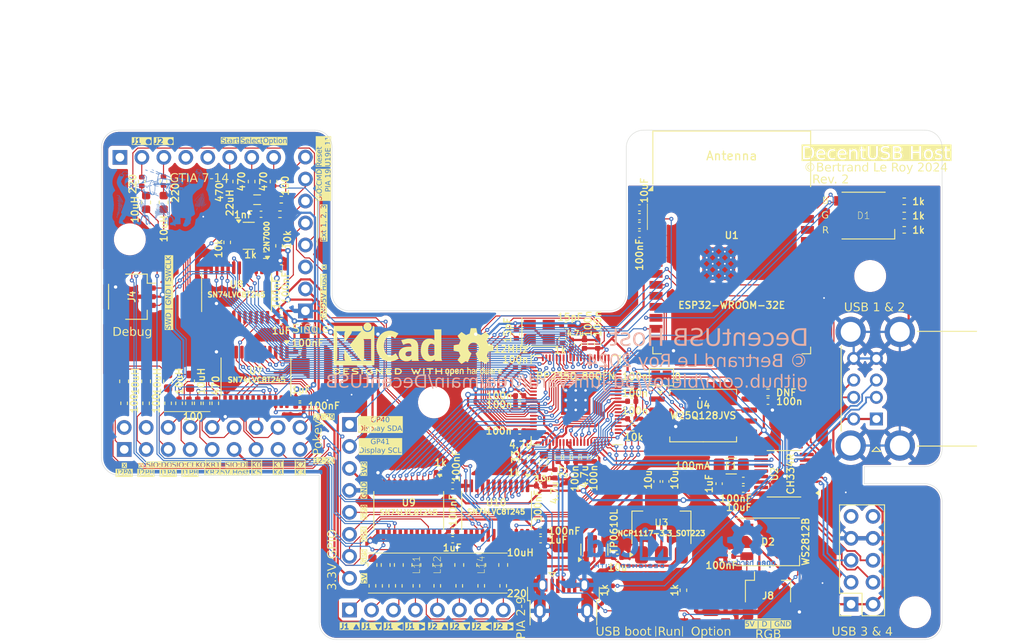
<source format=kicad_pcb>
(kicad_pcb (version 20240108) (generator "pcbnew") (generator_version "8.0")
  (title_block (title "Decent USB Host") (date "2024-09-14") (rev "2") (company "Decent Consulting"))
  (layers (0 "F.Cu" signal) (31 "B.Cu" signal) (34 "B.Paste" user) (35 "F.Paste" user) (36 "B.SilkS" user "B.Silkscreen") (37 "F.SilkS" user "F.Silkscreen") (38 "B.Mask" user) (39 "F.Mask" user) (44 "Edge.Cuts" user))
  (net 0 "")
  (net 1 "+5V")
  (net 2 "GND")
  (net 3 "/XIN")
  (net 4 "Net-(U2-VDD33)")
  (net 5 "VBUS")
  (net 6 "+3V3")
  (net 7 "J1:LEFT")
  (net 8 "SELECT")
  (net 9 "SIO:COMMAND")
  (net 10 "OPTION")
  (net 11 "RESET")
  (net 12 "~{K1}")
  (net 13 "+1V1")
  (net 14 "J1:BACK")
  (net 15 "J1:FWD")
  (net 16 "~{K5}")
  (net 17 "START")
  (net 18 "/VREG_AVDD")
  (net 19 "~{K0}")
  (net 20 "~{K2}")
  (net 21 "SIO:CLOCK_OUT")
  (net 22 "~{KR2}")
  (net 23 "SIO:DATA_IN")
  (net 24 "Net-(C31-Pad2)")
  (net 25 "J1:RIGHT")
  (net 26 "J1:TRIGGER")
  (net 27 "SIO:DATA_OUT")
  (net 28 "~{KR1}")
  (net 29 "Net-(D2-DOUT)")
  (net 30 "Net-(D1-RA)")
  (net 31 "Net-(D1-BK)")
  (net 32 "Net-(D1-BA)")
  (net 33 "Net-(D1-RK)")
  (net 34 "Net-(D1-GK)")
  (net 35 "Net-(D1-GA)")
  (net 36 "Net-(D2-DIN)")
  (net 37 "Net-(U2-V5)")
  (net 38 "EXT2")
  (net 39 "/USB_D-")
  (net 40 "/USB_D+")
  (net 41 "GPIO20")
  (net 42 "GPIO26")
  (net 43 "GPIO15")
  (net 44 "GPIO16")
  (net 45 "GPIO14")
  (net 46 "GPIO27")
  (net 47 "GPIO17")
  (net 48 "GPIO21")
  (net 49 "GPIO22")
  (net 50 "GPIO18")
  (net 51 "GPIO19")
  (net 53 "+5V HOST")
  (net 55 "EXT1")
  (net 56 "Net-(J2-Pin_8)")
  (net 57 "EXT3")
  (net 58 "Net-(J3-Pin_2)")
  (net 59 "Net-(J3-Pin_7)")
  (net 62 "Net-(J3-Pin_3)")
  (net 64 "Net-(J3-Pin_8)")
  (net 65 "Net-(J3-Pin_6)")
  (net 66 "/SWD")
  (net 67 "/SWCLK")
  (net 68 "~{K4}")
  (net 69 "GPIO28")
  (net 70 "Net-(J5-Pin_3)")
  (net 71 "Net-(J5-Pin_2)")
  (net 72 "Net-(J5-Pin_13)")
  (net 73 "Net-(J5-Pin_1)")
  (net 74 "Net-(J5-Pin_15)")
  (net 77 "Net-(J5-Pin_16)")
  (net 78 "Net-(J5-Pin_4)")
  (net 79 "~{K3}")
  (net 80 "Net-(J5-Pin_5)")
  (net 82 "/USB3-D-")
  (net 83 "/USB3-D+")
  (net 84 "/USB4-D+")
  (net 86 "/USB4-D-")
  (net 87 "Net-(J7-Pin_6)")
  (net 88 "Net-(J7-Pin_8)")
  (net 89 "Net-(J7-Pin_2)")
  (net 90 "Net-(J7-Pin_7)")
  (net 91 "Net-(J7-Pin_1)")
  (net 92 "Net-(J7-Pin_4)")
  (net 93 "Net-(J7-Pin_5)")
  (net 94 "Net-(J7-Pin_3)")
  (net 95 "GPIO4")
  (net 96 "GPIO40")
  (net 97 "GPIO41")
  (net 98 "GPIO5")
  (net 99 "GPIO3")
  (net 100 "/VREG_LX")
  (net 101 "Net-(L2-Pad2)")
  (net 102 "J2:POTA")
  (net 103 "Net-(L3-Pad2)")
  (net 104 "J2:POTB")
  (net 105 "J1:POTA")
  (net 106 "Net-(L4-Pad2)")
  (net 107 "J1:POTB")
  (net 108 "Net-(L5-Pad2)")
  (net 109 "Net-(L6-Pad2)")
  (net 110 "Net-(L7-Pad2)")
  (net 111 "J2:TRIGGER")
  (net 112 "Net-(L8-Pad2)")
  (net 113 "Net-(L9-Pad2)")
  (net 114 "Net-(L10-Pad2)")
  (net 115 "Net-(L11-Pad2)")
  (net 116 "Net-(L12-Pad2)")
  (net 117 "J2:FWD")
  (net 118 "J2:BACK")
  (net 119 "Net-(L13-Pad2)")
  (net 120 "Net-(L14-Pad2)")
  (net 121 "J2:LEFT")
  (net 122 "J2:RIGHT")
  (net 123 "Net-(L15-Pad2)")
  (net 124 "Net-(L16-Pad2)")
  (net 125 "GPIO39")
  (net 126 "/XOUT")
  (net 127 "Net-(U5-USB_DP)")
  (net 128 "Net-(U5-USB_DM)")
  (net 129 "/FLASH_SS")
  (net 130 "/QSPI_SS")
  (net 131 "/~{USB_BOOT}")
  (net 132 "Net-(R9-Pad1)")
  (net 133 "GPIO6")
  (net 134 "Net-(U8-DIR)")
  (net 135 "Net-(U9-DIR)")
  (net 136 "Net-(U10-DIR)")
  (net 137 "/RUN")
  (net 145 "SPI1 CSn")
  (net 147 "SPI1 RX")
  (net 151 "SPI1 TX")
  (net 158 "GPIO42")
  (net 159 "GPIO43")
  (net 161 "SPI1 SCK")
  (net 171 "/USB1-D-")
  (net 172 "/USB2-D+")
  (net 173 "/USB2-D-")
  (net 174 "/USB1-D+")
  (net 175 "/QSPI_SD2")
  (net 176 "/QSPI_SD1")
  (net 177 "/QSPI_SD3")
  (net 178 "/QSPI_SCLK")
  (net 179 "/QSPI_SD0")
  (net 180 "GPIO8")
  (net 181 "GPIO35")
  (net 182 "GPIO25")
  (net 183 "GPIO30")
  (net 184 "GPIO13")
  (net 185 "GPIO32")
  (net 186 "GPIO7")
  (net 187 "GPIO36")
  (net 188 "GPIO31")
  (net 189 "GPIO12")
  (net 190 "GPIO24")
  (net 191 "GPIO10")
  (net 192 "GPIO23")
  (net 193 "GPIO9")
  (net 194 "GPIO38")
  (net 195 "GPIO11")
  (net 196 "GPIO37")
  (net 197 "GPIO34")
  (net 198 "GPIO33")
  (net 199 "GPIO29")
  (net 200 "DMU-")
  (net 201 "DMU+")
  (net 202 "Net-(J2-Pin_7)")
  (footprint "Resistor_SMD:R_0402_1005Metric" (layer "F.Cu") (at 115.189 75.057 -90)
    (property "Reference" "R25" (hide yes))
    (property "Value" "470")
  )
  (footprint "Resistor_SMD:R_0402_1005Metric" (layer "F.Cu") (at 156.845 122.301 -90)
    (property "Reference" "R7" (hide yes))
    (property "Value" "1k")
  )
  (footprint "Capacitor_SMD:C_0402_1005Metric" (layer "F.Cu") (at 118.618 90.241 180)
    (property "Reference" "C29" (hide yes))
    (property "Value" "100nF")
  )
  (footprint "Resistor_SMD:R_0402_1005Metric" (layer "F.Cu") (at 106.802 100.691 -90)
    (property "Reference" "R15" (hide yes))
    (property "Value" "100")
  )
  (footprint "Connector_PinHeader_2.54mm:PinHeader_1x08_P2.54mm_Vertical" (layer "F.Cu") (at 121.412 90.013 180)
    (property "Reference" "J2")
    (property "Value" "Conn_01x08" (hide yes))
  )
  (footprint "Resistor_SMD:R_0402_1005Metric" (layer "F.Cu") (at 107.945 100.691 90)
    (property "Reference" "R20" (hide yes))
    (property "Value" "100" (hide yes))
  )
  (footprint "Resistor_SMD:R_0402_1005Metric" (layer "F.Cu") (at 144.272 121.793 90)
    (property "Reference" "R34" (hide yes))
    (property "Value" "220" (hide yes))
  )
  (footprint "Package_TO_SOT_SMD:SOT-23" (layer "F.Cu") (at 114.8588 81.3308)
    (property "Reference" "Q1" (hide yes))
    (property "Value" "2N7000")
  )
  (footprint "LED_SMD:LED_RGB_5050-6" (layer "F.Cu") (at 185.928 78.994 180)
    (property "Reference" "D1" (hide yes))
    (property "Value" "LED_RGB" (hide yes))
  )
  (footprint "Capacitor_SMD:C_0402_1005Metric" (layer "F.Cu") (at 148.59 115.443 180)
    (property "Reference" "C32" (hide yes))
    (property "Value" "100nF")
  )
  (footprint "Resistor_SMD:R_0402_1005Metric" (layer "F.Cu") (at 117.729 75.057 -90)
    (property "Reference" "R26" (hide yes))
    (property "Value" "470")
  )
  (footprint "Capacitor_SMD:C_0402_1005Metric" (layer "F.Cu") (at 170.434 118.364)
    (property "Reference" "C42" (hide yes))
    (property "Value" "100nF")
  )
  (footprint "Capacitor_SMD:C_0402_1005Metric" (layer "F.Cu") (at 172.0245 110.617 180)
    (property "Reference" "C3" (hide yes))
    (property "Value" "10uF")
  )
  (footprint "Capacitor_SMD:C_0402_1005Metric" (layer "F.Cu") (at 153.67 93.853 90)
    (property "Reference" "C10" (hide yes))
    (property "Value" "100n")
  )
  (footprint "Capacitor_SMD:C_0402_1005Metric" (layer "F.Cu") (at 138.43 110.236 180)
    (property "Reference" "C36" (hide yes))
    (property "Value" "100nF")
  )
  (footprint "Capacitor_SMD:C_0402_1005Metric" (layer "F.Cu") (at 146.177 103.886 180)
    (property "Reference" "C11" (hide yes))
    (property "Value" "100n")
  )
  (footprint "Capacitor_SMD:C_0402_1005Metric" (layer "F.Cu") (at 152.146 93.853 90)
    (property "Reference" "C7" (hide yes))
    (property "Value" "4.7u")
  )
  (footprint "Resistor_SMD:R_0402_1005Metric" (layer "F.Cu") (at 190.627 77.343)
    (property "Reference" "R42" (hide yes))
    (property "Value" "1k")
  )
  (footprint "Resistor_SMD:R_0402_1005Metric" (layer "F.Cu") (at 116.713 83.566 180)
    (property "Reference" "R37" (hide yes))
    (property "Value" "1k")
  )
  (footprint "Capacitor_SMD:C_0402_1005Metric" (layer "F.Cu") (at 147.701 106.934 -90)
    (property "Reference" "C18" (hide yes))
    (property "Value" "4.7u")
  )
  (footprint "Resistor_SMD:R_0402_1005Metric" (layer "F.Cu") (at 159.258 103.505)
    (property "Reference" "R36" (hide yes))
    (property "Value" "10k")
  )
  (footprint "Package_SO:TSSOP-24_4.4x7.8mm_P0.65mm" (layer "F.Cu") (at 115.692 97.643 -90)
    (property "Reference" "U7" (hide yes))
    (property "Value" "SN74LVC8T245")
  )
  (footprint "Connector_PinHeader_2.54mm:PinHeader_1x08_P2.54mm_Vertical" (layer "F.Cu") (at 99.964 72.263 90)
    (property "Reference" "J3" (hide yes))
    (property "Value" "Conn_01x08" (hide yes))
  )
  (footprint "Capacitor_SMD:C_0402_1005Metric" (layer "F.Cu") (at 151.511 91.694 180)
    (property "Reference" "C31" (hide yes))
    (property "Value" "15pF")
  )
  (footprint "DecenTKL:SW_Push_1P1T_XKB_TS-1177A-C" (layer "F.Cu") (at 158.623 124.841)
    (property "Reference" "SW2" (hide yes))
    (property "Value" "SW_USB_BOOT" (hide yes))
  )
  (footprint "Package_SO:SOIC-8_7.5x5.85mm_P1.27mm" (layer "F.Cu") (at 167.386 102.108)
    (property "Reference" "U4" (hide yes))
    (property "Value" "W25Q128JVS")
  )
  (footprint "Capacitor_SMD:C_0402_1005Metric" (layer "F.Cu") (at 150.241 108.839 -90)
    (property "Reference" "C20" (hide yes))
    (property "Value" "4.7u")
  )
  (footprint "Capacitor_SMD:C_0402_1005Metric" (layer "F.Cu") (at 116.2812 78.8416 180)
    (property "Reference" "C23" (hide yes))
    (property "Value" "1nF")
  )
  (footprint "Capacitor_SMD:C_0402_1005Metric" (layer "F.Cu") (at 163.068 109.728 90)
    (property "Reference" "C22" (hide yes))
    (property "Value" "10u")
  )
  (footprint "Resistor_SMD:R_0402_1005Metric" (layer "F.Cu") (at 150.622 106.934 90)
    (property "Reference" "R4" (hide yes))
    (property "Value" "27" (hide yes))
  )
  (footprint "Capacitor_SMD:C_0402_1005Metric" (layer "F.Cu") (at 154.813 106.934 -90)
    (property "Reference" "C13" (hide yes))
    (property "Value" "100n")
  )
  (footprint "Connector_PinSocket_2.54mm:PinSocket_2x05_P2.54mm_Vertical" (layer "F.Cu") (at 184.48 123.9192 180)
    (property "Reference" "J6" (hide yes))
    (property "Value" "Conn_02x05_Odd_Even" (hide yes))
  )
  (footprint "Resistor_SMD:R_0402_1005Metric" (layer "F.Cu") (at 151.13 93.218 90)
    (property "Reference" "R1" (hide yes))
    (property "Value" "1k")
  )
  (footprint "Resistor_SMD:R_0402_1005Metric" (layer "F.Cu") (at 112.3696 82.0928 -90)
    (property "Reference" "R12" (hide yes))
    (property "Value" "10k")
  )
  (footprint "Resistor_SMD:R_0402_1005Metric" (layer "F.Cu") (at 132.207 121.793 90)
    (property "Reference" "R29" (hide yes))
    (property "Value" "220" (hide yes))
  )
  (footprint "Capacitor_SMD:C_0402_1005Metric" (layer "F.Cu") (at 159.131 102.489)
    (property "Reference" "C12" (hide yes))
    (property "Value" "100n")
  )
  (footprint "Capacitor_SMD:C_0402_1005Metric" (layer "F.Cu") (at 159.131 100.457)
    (property "Reference" "C8" (hide yes))
    (property "Value" "100n")
  )
  (footprint "Resistor_SMD:R_0402_1005Metric" (layer "F.Cu") (at 105.532 100.691 90)
    (property "Reference" "R19" (hide yes))
    (property "Value" "100" (hide yes))
  )
  (footprint "Resistor_SMD:R_0402_1005Metric" (layer "F.Cu") (at 102.992 100.691 90)
    (property "Reference" "R18" (hide yes))
    (property "Value" "100")
  )
  (footprint "Inductor_SMD:L_0603_1608Metric" (layer "F.Cu") (at 144.272 119.38 -90)
    (property "Reference" "L15" (hide yes))
    (property "Value" "10uH" (hide yes))
  )
  (footprint "Jumper:SolderJumper-2_P1.3mm_Bridged_Pad1.0x1.5mm" (layer "F.Cu") (at 162.56 97.663)
    (property "Reference" "R8" (hide yes))
    (property "Value" "0")
  )
  (footprint "Capacitor_SMD:C_0402_1005Metric" (layer "F.Cu") (at 146.177 96.52 180)
    (property "Reference" "C16" (hide yes))
    (property "Value" "100n")
  )
  (footprint "Capacitor_SMD:C_0402_1005Metric" (layer "F.Cu") (at 120.772 100.056 180)
    (property "Reference" "C28" (hide yes))
    (property "Value" "1uF")
  )
  (footprint "Resistor_SMD:R_0402_1005Metric" (layer "F.Cu") (at 147.193 108.712 180)
    (property "Reference" "R39" (hide yes))
    (property "Value" "1k")
  )
  (footprint "Inductor_SMD:L_0603_1608Metric" (layer "F.Cu") (at 102.997 77.47 90)
    (property "Reference" "L6" (hide yes))
    (property "Value" "10uH")
  )
  (footprint "Resistor_SMD:R_0402_1005Metric" (layer "F.Cu") (at 134.239 121.793 90)
    (property "Reference" "R30" (hide yes))
    (property "Value" "220" (hide yes))
  )
  (footprint "Resistor_SMD:R_0402_1005Metric" (layer "F.Cu") (at 110.993 100.691 -90)
    (property "Reference" "R16" (hide yes))
    (property "Value" "100" (hide yes))
  )
  (footprint "MountingHole:MountingHole_3.2mm_M3_ISO14580" (layer "F.Cu") (at 191.897 124.841)
    (property "Reference" "REF**" (hide yes))
    (property "Value" "MountingHole_3.2mm_M3_ISO14580" (hide yes))
  )
  (footprint "Inductor_SMD:L_0603_1608Metric" (layer "F.Cu") (at 108.072 98.151 -90)
    (property "Reference" "L5" (hide yes))
    (property "Value" "10uH")
  )
  (footprint "Resistor_SMD:R_0402_1005Metric" (layer "F.Cu") (at 174.879 99.441)
    (property "Reference" "R5" (hide yes))
    (property "Value" "DNF")
  )
  (footprint "Capacitor_SMD:C_0402_1005Metric" (layer "F.Cu") (at 160.02 78.105)
    (property "Reference" "C38" (hide yes))
    (property "Value" "10uF")
  )
  (footprint "Connector_JST:JST_SH_SM03B-SRSS-TB_1x03-1MP_P1.00mm_Horizontal" (layer "F.Cu") (at 101.341 88.372 -90)
    (property "Reference" "J4" (hide yes))
    (property "Value" "SM03B-SRSS-TB" (hide yes))
  )
  (footprint "Capacitor_SMD:C_0402_1005Metric" (layer "F.Cu") (at 174.879 100.457)
    (property "Reference" "C21" (hide yes))
    (property "Value" "100n")
  )
  (footprint "Capacitor_SMD:C_0402_1005Metric" (layer "F.Cu") (at 159.131 98.552)
    (property "Reference" "C9" (hide yes))
    (property "Value" "100n")
  )
  (footprint "Inductor_SMD:L_0603_1608Metric" (layer "F.Cu") (at 100.452 98.151 -90)
    (property "Reference" "L2" (hide yes))
    (property "Value" "10uH")
  )
  (footprint "Capacitor_SMD:C_0402_1005Metric" (layer "F.Cu") (at 160.02 79.121)
    (property "Reference" "C39" (hide yes))
    (property "Value" "10uF" (hide yes))
  )
  (footprint "Capacitor_SMD:C_0402_1005Metric" (layer "F.Cu") (at 118.618 85.034 180)
    (property "Reference" "C35" (hide yes))
    (property "Value" "100nF")
  )
  (footprint "Resistor_SMD:R_0402_1005Metric" (layer "F.Cu") (at 190.627 78.994)
    (property "Reference" "R41" (hide yes))
    (property "Value" "1k")
  )
  (footprint "Inductor_SMD:L_0805_2012Metric" (layer "F.Cu") (at 115.824 77.16)
    (property "Reference" "L16" (hide yes))
    (property "Value" "22uH")
  )
  (footprint "DecenTKL:SW_Push_1P1T_XKB_TS-1177A-C" (layer "F.Cu") (at 168.275 124.841)
    (property "Reference" "SW1" (hide yes))
    (property "Value" "SW_Option" (hide yes))
  )
  (footprint "Resistor_SMD:R_0402_1005Metric" (layer "F.Cu") (at 118.4656 78.8416 180)
    (property "Reference" "R6" (hide yes))
    (property "Value" "100")
  )
  (footprint "DecenTKL:RP2350-QFN-80-1EP_10x10_P0.4mm_EP3.4x3.4mm_ThermalVias" (layer "F.Cu") (at 152.654 100.33 180)
    (property "Reference" "U5" (hide yes))
    (property "Value" "RP2350_80QFN")
  )
  (footprint "Package_TO_SOT_SMD:SOT-23" (layer "F.Cu") (at 154.813 117.602 90)
    (property "Reference" "Q2" (hide yes))
    (property "Value" "TP0610L")
  )
  (footprint "Package_SO:QSOP-16_3.9x4.9mm_P0.635mm" (layer "F.Cu") (at 176.7235 108.839 180)
    (property "Reference" "U2" (hide yes))
    (property "Value" "CH334R")
  )
  (footprint "Capacitor_SMD:C_0402_1005Metric" (layer "F.Cu") (at 155.194 93.853 90)
    (property "Reference" "C15" (hide yes))
    (property "Value" "100n")
  )
  (footprint "Resistor_SMD:R_0402_1005Metric" (layer "F.Cu") (at 109.977 100.691 90)
    (property "Reference" "R21" (hide yes))
    (property "Value" "470")
  )
  (footprint "Connector_PinSocket_2.54mm:PinSocket_2x09_P2.54mm_Vertical" (layer "F.Cu") (at 100.467 103.485 90)
    (property "Reference" "J5" (hide yes))
    (property "Value" "Conn_02x09_Counter_Clockwise" (hide yes))
  )
  (footprint "Capacitor_SMD:C_0402_1005Metric" (layer "F.Cu") (at 160.02 81.153)
    (property "Reference" "C41" (hide yes))
    (property "Value" "100nF")
  )
  (footprint "Capacitor_SMD:C_0402_1005Metric" (layer "F.Cu") (at 157.48 118.491)
    (property "Reference" "C4" (hide yes))
    (property "Value" "10u")
  )
  (footprint "Resistor_SMD:R_0402_1005Metric" (layer "F.Cu") (at 102.489 75.057 -90)
    (property "Reference" "R22" (hide yes))
    (property "Value" "220")
  )
  (footprint "Resistor_SMD:R_0402_1005Metric" (layer "F.Cu") (at 137.033 108.712 180)
    (property "Reference" "R38" (hide yes))
    (property "Value" "1k")
  )
  (footprint "Inductor_SMD:L_0603_1608Metric" (layer "F.Cu") (at 105.029 77.47 90)
    (property "Reference" "L7" (hide yes))
    (property "Value" "10uH")
  )
  (footprint "Package_SO:TSSOP-24_4.4x7.8mm_P0.65mm" (layer "F.Cu") (at 143.51 113.0905 -90)
    (property "Reference" "U10" (hide yes))
    (property "Value" "SN74LVC8T245")
  )
  (footprint "Connector_USB:USB_Micro-B_Amphenol_10103594-0001LF_Horizontal" (layer "F.Cu") (at 151.257 123.571)
    (property "Reference" "J1" (hide yes))
    (property "Value" "USB_B_Micro" (hide yes))
  )
  (footprint "Package_TO_SOT_SMD:SOT-223-3_TabPin2" (layer "F.Cu") (at 162.56 115.062 90)
    (property "Reference" "U3" (hide yes))
    (property "Value" "NCP1117-3.3_SOT223")
  )
  (footprint "Inductor_SMD:L_0603_1608Metric" (layer "F.Cu") (at 141.732 119.38 -90)
    (property "Reference" "L14" (hide yes))
    (property "Value" "10uH" (hide yes))
  )
  (footprint "Resistor_SMD:R_0402_1005Metric" (layer "F.Cu") (at 105.006 75.003 -90)
    (property "Reference" "R23" (hide yes))
    (property "Value" "220")
  )
  (footprint "Capacitor_SMD:C_0402_1005Metric" (layer "F.Cu") (at 120.772 94.722 180)
    (property "Reference" "C34" (hide yes))
    (property "Value" "100nF")
  )
  (footprint "Symbol:KiCad-Logo2_5mm_SilkScreen" (layer "F.Cu") (at 130.937 94.361)
    (property "Reference" "REF**" (hide yes))
    (property "Value" "KiCad-Logo2_5mm_SilkScreen" (hide yes))
  )
  (footprint "Capacitor_SMD:C_0402_1005Metric" (layer "F.Cu") (at 146.177 100.838 180)
    (property "Reference" "C6" (hide yes))
    (property "Value" "100n")
  )
  (footprint "Resistor_SMD:R_0402_1005Metric" (layer "F.Cu") (at 146.685 106.934 90)
    (property "Reference" "R2" (hide yes))
    (property "Value" "33")
  )
  (footprint "Inductor_SMD:L_0603_1608Metric" (layer "F.Cu") (at 148.971 107.442 90)
    (property "Reference" "L1" (hide yes))
    (property "Value" "3.3u")
  )
  (footprint "Capacitor_SMD:C_0402_1005Metric" (layer "F.Cu") (at 145.796 92.71 90)
    (property "Reference" "C2" (hide yes))
    (property "Value" "15pF")
  )
  (footprint "Capacitor_SMD:C_0402_1005Metric" (layer "F.Cu") (at 118.618 91.257 180)
    (property "Reference" "C30" (hide yes))
    (property "Value" "1uF")
  )
  (footprint "Crystal:Crystal_SMD_Abracon_ABM8AIG-4Pin_3.2x2.5mm" (layer "F.Cu") (at 148.435 92.443)
    (property "Reference" "X4" (hide yes))
    (property "Value" "12MHz")
  )
  (footprint "Resistor_SMD:R_0402_1005Metric" (layer "F.Cu") (at 141.732 121.793 90)
    (property "Reference" "R33" (hide yes))
    (property "Value" "220" (hide yes))
  )
  (footprint "Capacitor_SMD:C_0402_1005Metric" (layer "F.Cu") (at 138.43 115.443 180)
    (property "Reference" "C1" (hide yes))
    (property "Value" "100nF")
  )
  (footprint "Capacitor_SMD:C_0402_1005Metric" (layer "F.Cu") (at 148.59 116.459 180)
    (property "Reference" "C33" (hide yes))
    (property "Value" "1uF")
  )
  (footprint "Resistor_SMD:R_0402_1005Metric" (layer "F.Cu") (at 129.159 121.793 90)
    (property "Reference" "R27" (hide yes))
    (property "Value" "220" (hide yes))
  )
  (footprint "Resistor_SMD:R_0402_1005Metric" (layer "F.Cu") (at 151.638 106.934 90)
    (property "Reference" "R3" (hide yes))
    (property "Value" "27")
  )
  (footprint "Resistor_SMD:R_0402_1005Metric" (layer "F.Cu") (at 190.627 80.645)
    (property "Reference" "R40" (hide yes))
    (property "Value" "1k")
  )
  (footprint "Capacitor_SMD:C_0402_1005Metric" (layer "F.Cu") (at 153.67 106.934 -90)
    (property "Reference" "C19" (hide yes))
    (property "Value" "4.7u")
  )
  (footprint "Capacitor_SMD:C_0402_1005Metric" (layer "F.Cu") (at 146.177 99.822 180)
    (property "Reference" "C17" (hide yes))
    (property "Value" "100n")
  )
  (footprint "LED_SMD:LED_WS2812B_PLCC4_5.0x5.0mm_P3.2mm" (layer "F.Cu") (at 174.879 116.713)
    (property "Reference" "D2" (hide yes))
    (property "Value" "WS2812B")
  )
  (footprint "Inductor_SMD:L_0603_1608Metric" (layer "F.Cu") (at 130.683 119.38 -90)
    (property "Reference" "L9" (hide yes))
    (property "Value" "10uH" (hide yes))
  )
  (footprint "Resistor_SMD:R_0402_1005Metric" (layer "F.Cu") (at 118.364 82.494 -90)
    (property "Reference" "R13" (hide yes))
    (property "Value" "10k")
  )
  (footprint "Inductor_SMD:L_0603_1608Metric" (layer "F.Cu") (at 105.532 98.151 -90)
    (property "Reference" "L4" (hide yes))
    (property "Value" "10uH")
  )
  (footprint "Capacitor_SMD:C_0402_1005Metric" (layer "F.Cu") (at 160.02 80.137)
    (property "Reference" "C40" (hide yes))
    (property "Value" "10uF" (hide yes))
  )
  (footprint "MountingHole:MountingHole_3.2mm_M3_ISO14580" (layer "F.Cu") (at 136.271 100.584)
    (property "Reference" "REF**" (hide yes))
    (property "Value" "MountingHole_3.2mm_M3_ISO14580" (hide yes))
  )
  (footprint "Symbol:OSHW-Logo2_7.3x6mm_SilkScreen" (layer "F.Cu") (at 140.843 94.7674)
    (property "Reference" "REF**" (hide yes))
    (property "Value" "OSHW-Logo2_7.3x6mm_SilkScreen" (hide yes))
  )
  (footprint "Connector_PinHeader_2.54mm:PinHeader_1x08_P2.54mm_Vertical" (layer "F.Cu") (at 126.507 124.587 90)
    (property "Reference" "J7" (hide yes))
    (property "Value" "Conn_01x08" (hide yes))
  )
  (footprint "Capacitor_SMD:C_0402_1005Metric" (layer "F.Cu") (at 169.2305 109.982 -90)
    (property "Reference" "C25" (hide yes))
    (property "Value" "1uF")
  )
  (footprint "Capacitor_SMD:C_0402_1005Metric" (layer "F.Cu") (at 138.43 116.459 180)
    (property "Reference" "C26" (hide yes))
    (property "Value" "1uF")
  )
  (footprint "Resistor_SMD:R_0402_1005Metric" (layer "F.Cu") (at 100.452 100.691 90)
    (property "Reference" "R17" (hide yes))
    (property "Value" "100")
  )
  (footprint "Capacitor_SMD:C_0402_1005Metric" (layer "F.Cu") (at 152.654 106.934 -90)
    (property "Reference" "C14" (hide yes))
    (property "Value" "100n")
  )
  (footprint "Resistor_SMD:R_0402_1005Metric" (layer "F.Cu") (at 165.1 122.301 90)
    (property "Reference" "R9" (hide yes))
    (property "Value" "1k")
  )
  (footprint "MountingHole:MountingHole_3.2mm_M3_ISO14580" (layer "F.Cu") (at 101.116 81.741)
    (property "Reference" "REF**" (hide yes))
    (property "Value" "MountingHole_3.2mm_M3_ISO14580" (hide yes))
  )
  (footprint "Inductor_SMD:L_0603_1608Metric" (layer "F.Cu") (at 132.207 119.38 -90)
    (property "Reference" "L10" (hide yes))
    (property "Value" "10uH" (hide yes))
  )
  (footprint "Inductor_SMD:L_0603_1608Metric" (layer "F.Cu") (at 134.239 119.38 -90)
    (property "Reference" "L11" (hide yes))
    (property "Value" "10uH" (hide yes))
  )
  (footprint "Capacitor_SMD:C_0402_1005Metric" (layer "F.Cu") (at 148.59 110.233 180)
    (property "Reference" "C37" (hide yes))
    (property "Value" "100nF")
  )
  (footprint "Resistor_SMD:R_0402_1005Metric" (layer "F.Cu") (at 130.683 121.793 90)
    (property "Reference" "R28" (hide yes))
    (property "Value" "220" (hide yes))
  )
  (footprint "Inductor_SMD:L_0603_1608Metric" (layer "F.Cu") (at 129.159 119.38 -90)
    (property "Reference" "L8" (hide yes))
    (property "Value" "10uH" (hide yes))
  )
  (footprint "Fuse:Fuse_1206_3216Metric" (layer "F.Cu") (at 170.6275 107.95 180)
    (property "Reference" "F1" (hide yes))
    (property "Value" "100mA")
  )
  (footprint "Package_SO:TSSOP-24_4.4x7.8mm_P0.65mm" (layer "F.Cu") (at 133.35 113.0905 -90)
    (property "Reference" "U9" (hide yes))
    (property "Value" "SN74LVC8T245")
  )
  (footprint "Connector_PinHeader_2.54mm:PinHeader_1x08_P2.54mm_Vertical" (layer "F.Cu") (at 126.507 103.139)
    (property "Reference" "J9" (hide yes))
    (property "Value" "Conn_01x08" (hide yes))
  )
  (footprint "Capacitor_SMD:C_0402_1005Metric" (layer "F.Cu") (at 162.052 109.728 90)
    (property "Reference" "C5" (hide yes))
    (property "Value" "10u")
  )
  (footprint "Resistor_SMD:R_0402_1005Metric" (layer "F.Cu") (at 108.961 100.691 -90)
    (property "Reference" "R14" (hide yes))
    (property "Value" "100" (hide yes))
  )
  (footprint "DecenTKL:SW_Push_1P1T_XKB_TS-1177A-C" (layer "F.Cu") (at 163.449 124.841)
    (property "Reference" "SW3" (hide yes))
    (property "Value" "SW_RUN" (hide yes))
  )
  (footprint "Connector_JST:JST_SH_SM03B-SRSS-TB_1x03-1MP_P1.00mm_Horizontal" (layer "F.Cu") (at 174.879 122.936)
    (property "Reference" "J8" (hide yes))
    (property "Value" "Conn_01x03" (hide yes))
  )
  (footprint "Package_SO:TSSOP-24_4.4x7.8mm_P0.65mm" (layer "F.Cu") (at 113.44795 87.8945 -90)
    (property "Reference" "U8" (hide yes))
    (property "Value" "SN74LVC8T245")
  )
  (footprint "Inductor_SMD:L_0603_1608Metric" (layer "F.Cu") (at 102.992 98.151 -90)
    (property "Reference" "L3" (hide yes))
    (property "Value" "10uH")
  )
  (footprint "Resistor_SMD:R_0402_1005Metric" (layer "F.Cu") (at 112.649 75.057 -90)
    (property "Reference" "R24" (hide yes))
    (property "Value" "470")
  )
  (footprint "Capacitor_SMD:C_0402_1005Metric" (layer "F.Cu") (at 120.772 101.01 180)
    (property "Reference" "C27" (hide yes))
    (property "Value" "100nF")
  )
  (footprint "Inductor_SMD:L_0603_1608Metric" (layer "F.Cu") (at 136.652 119.38 -90)
    (property "Reference" "L12" (hide yes))
    (property "Value" "10uH" (hide yes))
  )
  (footprint "Capacitor_SMD:C_0402_1005Metric" (layer "F.Cu") (at 172.0245 109.601 180)
    (property "Reference" "C24" (hide yes))
    (property "Value" "100nF")
  )
  (footprint "Resistor_SMD:R_0402_1005Metric" (layer "F.Cu") (at 139.192 121.793 90)
    (property "Reference" "R32" (hide yes))
    (property "Value" "220" (hide yes))
  )
  (footprint "RF_Module:ESP32-WROOM-32D" (layer "F.Cu") (at 170.688 85.09)
    (property "Reference" "U1" (hide yes))
    (property "Value" "ESP32-WROOM-32E")
  )
  (footprint "Resistor_SMD:R_0402_1005Metric" (layer "F.Cu") (at 136.652 121.793 90)
    (property "Reference" "R31" (hide yes))
    (property "Value" "220")
  )
  (footprint "Resistor_SMD:R_0402_1005Metric" (layer "F.Cu") (at 118.618 77.16 180)
    (property "Reference" "R35" (hide yes))
    (property "Value" "100")
  )
  (footprint "Inductor_SMD:L_0603_1608Metric" (layer "F.Cu") (at 139.192 119.38 -90)
    (property "Reference" "L13" (hide yes))
    (property "Value" "10uH")
  )
  (footprint "MountingHole:MountingHole_3.2mm_M3_ISO14580" (layer "F.Cu") (at 186.69 85.979)
    (property "Reference" "REF**" (hide yes))
    (property "Value" "MountingHole_3.2mm_M3_ISO14580" (hide yes))
  )
  (footprint "Connector_USB:USB_A_CUI_UJ2-ADH-TH_Horizontal_Stacked" (layer "F.Cu") (at 187.405684 102.506002 180)
    (property "Reference" "USB1-2" (hide yes))
    (property "Value" "USB_A_Dual" (hide yes))
  )
  (footprint "Symbol:OSHW-Logo2_7.3x6mm_Copper" (layer "B.Cu") (at 172.46 116.96 180)
    (property "Reference" "REF**" (hide yes))
    (property "Value" "OSHW-Logo2_7.3x6mm_Copper" (hide yes))
  )
  (footprint "Symbol:KiCad-Logo2_6mm_Copper" (layer "B.Cu") (at 158.857487 116.684733 180)
    (property "Reference" "REF**" (hide yes))
    (property "Value" "KiCad-Logo2_6mm_Copper" (hide yes))
  )
  (footprint "Library:ScreamingAtTheRadio" (layer "B.Cu") (at 104.641223 75.873601 180)
    (property "Reference" "G***" (hide yes))
    (property "Value" "LOGO" (hide yes))
  )
  (gr_line (start 160.9344 77.6224) (end 160.9344 80.6196) (stroke (width 0.1)) (layer "F.SilkS"))
  (gr_line (start 164.9984 126.492) (end 164.9984 127.6096) (stroke (width 0.1)) (layer "F.SilkS"))
  (gr_line (start 105.1052 101.6508) (end 110.3884 101.6508) (stroke (width 0.1)) (layer "F.SilkS"))
  (gr_line (start 161.8996 126.492) (end 161.8996 127.6096) (stroke (width 0.1)) (layer "F.SilkS"))
  (gr_line (start 128.6764 122.6312) (end 144.7292 122.6312) (stroke (width 0.1)) (layer "F.SilkS"))
  (gr_line (start 122.7836 77.3684) (end 122.7836 82.4484) (stroke (width 0.1)) (layer "F.SilkS"))
  (gr_line (start 128.6764 118.0084) (end 144.7292 118.0084) (stroke (width 0.1)) (layer "F.SilkS"))
  (gr_line (start 122.5 69.12) (end 99.839214 69.12) (stroke (width 0.05)) (layer "Edge.Cuts"))
  (gr_line (start 97.839214 71.12) (end 97.839214 107) (stroke (width 0.05)) (layer "Edge.Cuts"))
  (gr_arc (start 195 106) (mid 194.414214 107.414214) (end 193 108) (stroke (width 0.05)) (layer "Edge.Cuts"))
  (gr_arc (start 195 126) (mid 194.414214 127.414214) (end 193 128) (stroke (width 0.05)) (layer "Edge.Cuts"))
  (gr_arc (start 158.5 71.12) (mid 159.085786 69.705786) (end 160.5 69.12) (stroke (width 0.05)) (layer "Edge.Cuts"))
  (gr_arc (start 158.5 88.011) (mid 157.914214 89.425214) (end 156.5 90.011) (stroke (width 0.05)) (layer "Edge.Cuts"))
  (gr_arc (start 97.839214 71.12) (mid 98.425 69.705786) (end 99.839214 69.12) (stroke (width 0.05)) (layer "Edge.Cuts"))
  (gr_arc (start 99.839214 109) (mid 98.425 108.414214) (end 97.839214 107) (stroke (width 0.05)) (layer "Edge.Cuts"))
  (gr_arc (start 122.5 69.12) (mid 123.914214 69.705786) (end 124.5 71.12) (stroke (width 0.05)) (layer "Edge.Cuts"))
  (gr_line (start 186 110) (end 193 110) (stroke (width 0.05)) (layer "Edge.Cuts"))
  (gr_line (start 123 109) (end 123 126) (stroke (width 0.05)) (layer "Edge.Cuts"))
  (gr_arc (start 125 128) (mid 123.585786 127.414214) (end 123 126) (stroke (width 0.05)) (layer "Edge.Cuts"))
  (gr_line (start 195 106) (end 195 71.12) (stroke (width 0.05)) (layer "Edge.Cuts"))
  (gr_arc (start 126.492 90.011) (mid 125.077786 89.425214) (end 124.492 88.011) (stroke (width 0.05)) (layer "Edge.Cuts"))
  (gr_arc (start 193 110) (mid 194.414214 110.585786) (end 195 112) (stroke (width 0.05)) (layer "Edge.Cuts"))
  (gr_arc (start 193 69.12) (mid 194.414214 69.705786) (end 195 71.12) (stroke (width 0.05)) (layer "Edge.Cuts"))
  (gr_line (start 193 69.12) (end 160.5 69.12) (stroke (width 0.05)) (layer "Edge.Cuts"))
  (gr_line (start 186 108) (end 186 110) (stroke (width 0.05)) (layer "Edge.Cuts"))
  (gr_line (start 124.492 88.011) (end 124.5 71.12) (stroke (width 0.05)) (layer "Edge.Cuts"))
  (gr_line (start 99.839214 109) (end 123 109) (stroke (width 0.05)) (layer "Edge.Cuts"))
  (gr_line (start 126.492 90.011) (end 156.5 90.011) (stroke (width 0.05)) (layer "Edge.Cuts"))
  (gr_line (start 158.5 88.011) (end 158.5 71.12) (stroke (width 0.05)) (layer "Edge.Cuts"))
  (gr_line (start 193 108) (end 186 108) (stroke (width 0.05)) (layer "Edge.Cuts"))
  (gr_line (start 195 112) (end 195 126) (stroke (width 0.05)) (layer "Edge.Cuts"))
  (gr_line (start 125 128) (end 193 128) (stroke (width 0.05)) (layer "Edge.Cuts"))
  (gr_text "© Bertrand Le Roy 2024" (at 179.4764 94.996 -0) (layer "B.SilkS") (effects (font (size 1.5 1.5) (thickness 0.1)) (justify left top mirror)))
  (gr_text "github.com/bleroy/3d-junkyard/tree/main/DecentUSB" (at 179.4764 97.3836 -0) (layer "B.SilkS") (effects (font (size 1.5 1.5) (thickness 0.1)) (justify left top mirror)))
  (gr_text "DecentUSB Host" (at 179.578 92.0496 0) (layer "B.SilkS") (effects (font (size 2 2) (thickness 0.1)) (justify left top mirror)))
  (gr_text "x" (at 123.5456 84.9376 90) (layer "F.SilkS" knockout) (effects (font (size 0.6 0.6))))
  (gr_text "Rev. 2" (at 179.9844 74.2696 -0) (layer "F.SilkS") (effects (font (size 1 1) (thickness 0.1875)) (justify left top)))
  (gr_text "Debug" (at 101.3968 91.8972 -0) (layer "F.SilkS") (effects (font (size 1 1) (thickness 0.1875)) (justify top)))
  (gr_text "DecentUSB Host" (at 187.3504 70.993 -0) (layer "F.SilkS" knockout) (effects (font (size 1.5 1.5) (thickness 0.1875)) (justify top)))
  (gr_text "Option" (at 168.3004 126.5428 -0) (layer "F.SilkS") (effects (font (size 1 1) (thickness 0.1875)) (justify top)))
  (gr_text "5V Host" (at 123.5456 87.4268 90) (layer "F.SilkS" knockout) (effects (font (size 0.6 0.6))))
  (gr_text "J1 ▲" (at 126.5428 126.492 0) (layer "F.SilkS" knockout) (effects (font (size 0.6 0.6))))
  (gr_text "GND" (at 128.2192 110.744 90) (layer "F.SilkS" knockout) (effects (font (size 0.6 0.6))))
  (gr_text "R" (at 181.9148 81.1784 0) (layer "F.SilkS") (effects (font (size 0.8 0.8) (thickness 0.1)) (justify right bottom)))
  (gr_text "~{K4}" (at 118.2624 108.712 0) (layer "F.SilkS" knockout) (effects (font (size 0.6 0.6))))
  (gr_text "J2PA" (at 100.4824 108.712 0) (layer "F.SilkS" knockout) (effects (font (size 0.6 0.6))))
  (gr_text "Start" (at 112.6744 70.7136 0) (layer "F.SilkS" knockout) (effects (font (size 0.6 0.6) (thickness 0.1875)) (justify bottom)))
  (gr_text "Run" (at 163.4744 126.5428 -0) (layer "F.SilkS") (effects (font (size 1 1) (thickness 0.1875)) (justify top)))
  (gr_text "J1 ◀" (at 131.6228 126.492 0) (layer "F.SilkS" knockout) (effects (font (size 0.6 0.6))))
  (gr_text "SIO:CMD\nPIA 19" (at 123.5456 73.6092 90) (layer "F.SilkS" knockout) (effects (font (size 0.6 0.6)) (justify right)))
  (gr_text "~{K1}" (at 118.2624 107.8484 0) (layer "F.SilkS" knockout) (effects (font (size 0.6 0.6))))
  (gr_text "5V Host" (at 113.2332 108.712 0) (layer "F.SilkS" knockout) (effects (font (size 0.6 0.6))))
  (gr_text "J2 ▲" (at 136.7536 126.492 0) (layer "F.SilkS" knockout) (effects (font (size 0.6 0.6))))
  (gr_text "SIO:CLKO" (at 109.8804 107.8484 0) (layer "F.SilkS" knockout) (effects (font (size 0.6 0.6)) (justify right)))
  (gr_text "SIO:DO" (at 106.0196 107.8484 0) (layer "F.SilkS" knockout) (effects (font (size 0.6 0.6)) (justify right)))
  (gr_text "GND" (at 123.5456 90.0176 90) (layer "F.SilkS" knockout) (effects (font (size 0.6 0.6))))
  (gr_text "USB 3 & 4" (at 185.77 126.54 -0) (layer "F.SilkS") (effects (font (size 1 1) (thickness 0.1875)) (justify top)))
  (gr_text "5V" (at 128.2192 120.9548 90) (layer "F.SilkS" knockout) (effects (font (size 0.6 0.6))))
  (gr_text "GP4" (at 128.2192 115.824 90) (layer "F.SilkS" knockout) (effects (font (size 0.6 0.6))))
  (gr_text "USB 1 & 2" (at 187.198 89.0524 -0) (layer "F.SilkS") (effects (font (size 1 1) (thickness 0.1875)) (justify top)))
  (gr_text "3.3V GPIO" (at 123.952 122.3264 90) (layer "F.SilkS") (effects (font (size 1 1) (thickness 0.1875)) (justify left top)))
  (gr_text "J2 ▼" (at 139.2936 126.492 0) (layer "F.SilkS" knockout) (effects (font (size 0.6 0.6))))
  (gr_text "12-20" (at 122.3264 107.3404 0) (layer "F.SilkS" knockout) (effects (font (size 0.6 0.6)) (justify left)))
  (gr_text "21-29" (at 122.3264 102.3112 0) (layer "F.SilkS" knockout) (effects (font (size 0.6 0.6)) (justify left)))
  (gr_text "x" (at 102.1588 107.8484 0) (layer "F.SilkS" knockout) (effects (font (size 0.6 0.6)) (justify left)))
  (gr_text "Ext 1, 2, 3" (at 123.5456 79.8576 90) (layer "F.SilkS" knockout) (effects (font (size 0.6 0.6))))
  (gr_text "G" (at 181.9148 79.4512 0) (layer "F.SilkS") (effects (font (size 0.8 0.8) (thickness 0.1)) (justify right bottom)))
  (gr_text "Reset\nU19E 11" (at 123.5456 73.3552 90) (layer "F.SilkS" knockout) (effects (font (size 0.6 0.6)) (justify left)))
  (gr_text "x" (at 100.4824 107.8484 0) (layer "F.SilkS" knockout) (effects (font (size 0.6 0.6))))
  (gr_text "J2 ◀" (at 141.8336 126.492 0) (layer "F.SilkS" knockout) (effects (font (size 0.6 0.6))))
  (gr_text "B" (at 181.9148 77.7748 0) (layer "F.SilkS") (effects (font (size 0.8 0.8) (thickness 0.1)) (justify right bottom)))
  (gr_text "J1 ▶" (at 134.112 126.492 0) (layer "F.SilkS" knockout) (effects (font (size 0.6 0.6))))
  (gr_text "J2 ●" (at 105.0544 70.4088 0) (layer "F.SilkS" knockout) (effects (font (size 0.6 0.6) (thickness 0.1875))))
  (gr_text "~{K0}" (at 115.7732 107.8484 0) (layer "F.SilkS" knockout) (effects (font (size 0.6 0.6))))
  (gr_text "PIA 2-9" (at 145.796 127.9652 90) (layer "F.SilkS") (effects (font (size 1 1) (thickness 0.1875)) (justify left top)))
  (gr_text "SIO:DI" (at 114.7572 107.8484 0) (layer "F.SilkS" knockout) (effects (font (size 0.6 0.6)) (justify right)))
  (gr_text "RGB" (at 174.9044 126.8476 -0) (layer "F.SilkS") (effects (font (size 1 1) (thickness 0.1875)) (justify top)))
  (gr_text "GP3" (at 128.2192 113.284 90) (layer "F.SilkS" knockout) (effects (font (size 0.6 0.6))))
  (gr_text "GP41\nDisplay SCL" (at 130.048 105.664 0) (layer "F.SilkS" knockout) (effects (font (size 0.6 0.6))))
  (gr_text "Option" (at 117.9068 70.7136 0) (layer "F.SilkS" knockout) (effects (font (size 0.6 0.6) (thickness 0.1875)) (justify bottom)))
  (gr_text "Single" (at 122.0216 91.5416 -0) (layer "F.SilkS") (effects (font (size 1 1) (thickness 0.1875)) (justify top)))
  (gr_text "J2PB" (at 103.0224 108.712 0) (layer "F.SilkS" knockout) (effects (font (size 0.6 0.6))))
  (gr_text "~{K3}" (at 120.8024 108.712 0) (layer "F.SilkS" knockout) (effects (font (size 0.6 0.6))))
  (gr_text "©Bertrand Le Roy 2024" (at 187.3504 72.898 -0) (layer "F.SilkS") (effects (font (size 1 1) (thickness 0.1875)) (justify top)))
  (gr_text "~{KR1}" (at 110.744 107.8484 0) (layer "F.SilkS" knockout) (effects (font (size 0.6 0.6))))
  (gr_text "~{K5}" (at 115.7732 108.712 0) (layer "F.SilkS" knockout) (effects (font (size 0.6 0.6))))
  (gr_text "J1PA" (at 105.5624 108.712 0) (layer "F.SilkS" knockout) (effects (font (size 0.6 0.6))))
  (gr_text "J1PB" (at 108.1024 108.712 0) (layer "F.SilkS" knockout) (effects (font (size 0.6 0.6))))
  (gr_text "~{KR2}" (at 110.6424 108.712 0) (layer "F.SilkS" knockout) (effects (font (size 0.6 0.6))))
  (gr_text "3V3" (at 128.2192 108.2548 90) (layer "F.SilkS" knockout) (effects (font (size 0.6 0.6))))
  (gr_text "USB boot" (at 158.1912 126.5428 -0) (layer "F.SilkS") (effects (font (size 1 1) (thickness 0.1875)) (justify top)))
  (gr_text "GP40\nDisplay SDA" (at 130.048 103.124 0) (layer "F.SilkS" knockout) (effects (font (size 0.6 0.6))))
  (gr_text "Pokey" (at 122.2756 106.7308 90) (layer "F.SilkS") (effects (font (size 1 1) (thickness 0.1875)) (justify left top)))
  (gr_text "GTIA 7-14" (at 105.7148 74.1172 -0) (layer "F.SilkS") (effects (font (size 1 1) (thickness 0.1875)) (justify left top)))
  (gr_text "J2 ▶" (at 144.3228 126.492 0) (layer "F.SilkS" knockout) (effects (font (size 0.6 0.6))))
  (gr_text "~{K2}" (at 120.8024 107.8484 0) (layer "F.SilkS" knockout) (effects (font (size 0.6 0.6))))
  (gr_text "5V | D | GND" (at 174.879 125.8824 -0) (layer "F.SilkS" knockout) (effects (font (size 0.6 0.6) (thickness 0.1875)) (justify top)))
  (gr_text "Select" (at 115.2144 70.7136 0) (layer "F.SilkS" knockout) (effects (font (size 0.6 0.6) (thickness 0.1875)) (justify bottom)))
  (gr_text "GP5" (at 128.2192 118.4148 90) (layer "F.SilkS" knockout) (effects (font (size 0.6 0.6))))
  (gr_text "J1 ●" (at 102.5144 70.4088 0) (layer "F.SilkS" knockout) (effects (font (size 0.6 0.6) (thickness 0.1875))))
  (gr_text "SWD | GND | SWCLK" (at 105.2576 87.9348 90) (layer "F.SilkS" knockout) (effects (font (size 0.6 0.6) (thickness 0.1875)) (justify top)))
  (gr_text "J1 ▼" (at 129.0828 126.492 0) (layer "F.SilkS" knockout) (effects (font (size 0.6 0.6))))
  (segment (start 120.292 100.056) (end 120.292 99.164) (width 0.254) (layer "F.Cu") (net 1))
  (segment (start 117.638 90.757) (end 118.138 91.257) (width 0.254) (layer "F.Cu") (net 1))
  (segment (start 126.507 120.919) (end 125.149 119.561) (width 0.254) (layer "F.Cu") (net 1))
  (segment (start 125.149 119.561) (end 125.149 119.507) (width 0.254) (layer "F.Cu") (net 1))
  (segment (start 119.267 100.5055) (end 119.8425 100.5055) (width 0.254) (layer "F.Cu") (net 1))
  (segment (start 182.431684 107.551684) (end 188.124 113.244) (width 0.254) (layer "F.Cu") (net 1))
  (segment (start 123.317 87.757) (end 123.317 92.583) (width 0.254) (layer "F.Cu") (net 1))
  (segment (start 118.11 89.9795) (end 118.11 90.213) (width 0.254) (layer "F.Cu") (net 1))
  (segment (start 119.267 100.5055) (end 119.7875 100.5055) (width 0.254) (layer "F.Cu") (net 1))
  (segment (start 147.085 115.953) (end 147.604 115.953) (width 0.254) (layer "F.Cu") (net 1))
  (segment (start 119.8425 100.5055) (end 120.292 100.056) (width 0.254) (layer "F.Cu") (net 1))
  (segment (start 173.879 117.475) (end 173.879 116.513) (width 0.254) (layer "F.Cu") (net 1))
  (segment (start 122.3558 98.554657) (end 122.52325 98.387207) (width 0.254) (layer "F.Cu") (net 1))
  (segment (start 148.11 116.741) (end 149.9085 118.5395) (width 0.254) (layer "F.Cu") (net 1))
  (segment (start 172.429 115.063) (end 166.9225 109.5565) (width 0.254) (layer "F.Cu") (net 1))
  (segment (start 122.173999 88.7095) (end 119.38 88.7095) (width 0.254) (layer "F.Cu") (net 1))
  (segment (start 147.748684 118.5395) (end 149.9085 118.5395) (width 0.254) (layer "F.Cu") (net 1))
  (segment (start 116.37295 90.757) (end 117.02295 90.757) (width 0.254) (layer "F.Cu") (net 1))
  (segment (start 119.38 87.884) (end 120.895 86.369) (width 0.254) (layer "F.Cu") (net 1))
  (segment (start 122.52325 89.058751) (end 122.173999 88.7095) (width 0.254) (layer "F.Cu") (net 1))
  (segment (start 173.879 120.936) (end 173.879 117.475) (width 0.254) (layer "F.Cu") (net 1))
  (segment (start 139.2685 114.1245) (end 146.7915 114.1245) (width 0.254) (layer "F.Cu") (net 1))
  (segment (start 119.326 83.004) (end 119.38 83.058) (width 0.254) (layer "F.Cu") (net 1))
  (segment (start 149.9085 118.5395) (end 153.863 118.5395) (width 0.254) (layer "F.Cu") (net 1))
  (segment (start 136.925 115.953) (end 137.444 115.953) (width 0.254) (layer "F.Cu") (net 1))
  (segment (start 137.95 115.443) (end 139.2685 114.1245) (width 0.254) (layer "F.Cu") (net 1))
  (segment (start 161.4505 108.714) (end 153.863 116.3015) (width 0.254) (layer "F.Cu") (net 1))
  (segment (start 137.444 115.953) (end 137.95 116.459) (width 0.254) (layer "F.Cu") (net 1))
  (segment (start 125.149 119.507) (end 125.149 125.437) (width 0.254) (layer "F.Cu") (net 1))
  (segment (start 169.2305 109.502) (end 166.977 109.502) (width 0.254) (layer "F.Cu") (net 1))
  (segment (start 137.44 115.953) (end 137.95 115.443) (width 0.254) (layer "F.Cu") (net 1))
  (segment (start 166.9225 109.5565) (end 166.08 108.714) (width 0.254) (layer "F.Cu") (net 1))
  (segment (start 136.925 115.953) (end 137.44 115.953) (width 0.254) (layer "F.Cu") (net 1))
  (segment (start 147.085 115.953) (end 147.6 115.953) (width 0.254) (layer "F.Cu") (net 1))
  (segment (start 146.304 119.984184) (end 147.748684 118.5395) (width 0.254) (layer "F.Cu") (net 1))
  (segment (start 180.3128 123.9192) (end 184.48 123.9192) (width 0.254) (layer "F.Cu") (net 1))
  (segment (start 123.317 92.583) (end 125.149 94.415) (width 0.254) (layer "F.Cu") (net 1))
  (segment (start 120.895 86.369) (end 121.929 86.369) (width 0.254) (layer "F.Cu") (net 1))
  (segment (start 173.879 116.513) (end 172.429 115.063) (width 0.254) (layer "F.Cu") (net 1))
  (segment (start 147.604 115.953) (end 148.11 116.459) (width 0.254) (layer "F.Cu") (net 1))
  (segment (start 188.124 122.8152) (end 187.02 123.9192) (width 0.254) (layer "F.Cu") (net 1))
  (segment (start 166.977 109.502) (end 166.9225 109.5565) (width 0.254) (layer "F.Cu") (net 1))
  (segment (start 122.52325 98.387207) (end 122.52325 89.058751) (width 0.254) (layer "F.Cu") (net 1))
  (segment (start 125.149 94.415) (end 125.149 119.507) (width 0.254) (layer "F.Cu") (net 1))
  (segment (start 188.124 113.244) (end 188.124 122.8152) (width 0.254) (layer "F.Cu") (net 1))
  (segment (start 146.304 124.655013) (end 146.304 119.984184) (width 0.254) (layer "F.Cu") (net 1))
  (segment (start 120.292 99.164) (end 120.396 99.06) (width 0.254) (layer "F.Cu") (net 1))
  (segment (start 183.725024 102.506002) (end 182.431684 103.799342) (width 0.254) (layer "F.Cu") (net 1))
  (segment (start 169.2275 107.95) (end 169.2275 109.499) (width 0.254) (layer "F.Cu") (net 1))
  (segment (start 117.02295 90.757) (end 117.638 90.757) (width 0.254) (layer "F.Cu") (net 1))
  (segment (start 153.863 116.3015) (end 153.863 118.5395) (width 0.254) (layer "F.Cu") (net 1))
  (segment (start 117.622 90.757) (end 118.138 90.241) (width 0.254) (layer "F.Cu") (net 1))
  (segment (start 136.275 115.953) (end 136.925 115.953) (width 0.254) (layer "F.Cu") (net 1))
  (segment (start 146.7915 114.1245) (end 148.11 115.443) (width 0.254) (layer "F.Cu") (net 1))
  (segment (start 119.7875 100.5055) (end 120.292 101.01) (width 0.254) (layer "F.Cu") (net 1))
  (segment (start 148.11 116.459) (end 148.11 116.741) (width 0.254) (layer "F.Cu") (net 1))
  (segment (start 146.435 115.953) (end 147.085 115.953) (width 0.254) (layer "F.Cu") (net 1))
  (segment (start 121.929 86.369) (end 123.317 87.757) (width 0.254) (layer "F.Cu") (net 1))
  (segment (start 117.02295 90.757) (end 117.622 90.757) (width 0.254) (layer "F.Cu") (net 1))
  (segment (start 125.657 125.945) (end 145.014013 125.945) (width 0.254) (layer "F.Cu") (net 1))
  (segment (start 145.014013 125.945) (end 146.304 124.655013) (width 0.254) (layer "F.Cu") (net 1))
  (segment (start 166.08 108.714) (end 161.4505 108.714) (width 0.254) (layer "F.Cu") (net 1))
  (segment (start 180.31 123.922) (end 180.3128 123.9192) (width 0.254) (layer "F.Cu") (net 1))
  (segment (start 173.879 117.491) (end 173.879 117.475) (width 0.254) (layer "F.Cu") (net 1))
  (segment (start 118.364 83.004) (end 119.326 83.004) (width 0.254) (layer "F.Cu") (net 1))
  (segment (start 182.431684 103.799342) (end 182.431684 107.551684) (width 0.254) (layer "F.Cu") (net 1))
  (segment (start 147.6 115.953) (end 148.11 115.443) (width 0.254) (layer "F.Cu") (net 1))
  (segment (start 180.31 123.922) (end 173.879 117.491) (width 0.254) (layer "F.Cu") (net 1))
  (segment (start 118.617 100.5055) (end 119.267 100.5055) (width 0.254) (layer "F.Cu") (net 1))
  (segment (start 184.785684 102.506002) (end 187.405684 102.506002) (width 0.254) (layer "F.Cu") (net 1))
  (segment (start 119.38 88.7095) (end 118.11 89.9795) (width 0.254) (layer "F.Cu") (net 1))
  (segment (start 184.785684 102.506002) (end 183.725024 102.506002) (width 0.254) (layer "F.Cu") (net 1))
  (segment (start 184.48 123.9192) (end 187.02 123.9192) (width 0.254) (layer "F.Cu") (net 1))
  (segment (start 125.149 125.437) (end 125.657 125.945) (width 0.254) (layer "F.Cu") (net 1))
  (segment (start 119.38 88.7095) (end 119.38 87.884) (width 0.254) (layer "F.Cu") (net 1))
  (via (at 120.396 99.06) (size 0.6524) (drill 0.3) (layers "F.Cu" "B.Cu") (net 1))
  (via (at 119.38 83.058) (size 0.6524) (drill 0.3) (layers "F.Cu" "B.Cu") (net 1))
  (via (at 122.3558 98.554657) (size 0.6524) (drill 0.3) (layers "F.Cu" "B.Cu") (net 1))
  (via (at 119.38 88.7095) (size 0.6524) (drill 0.39) (layers "F.Cu" "B.Cu") (net 1))
  (segment (start 121.850457 99.06) (end 120.396 99.06) (width 0.254) (layer "B.Cu") (net 1))
  (segment (start 119.38 88.7095) (end 119.38 83.058) (width 0.254) (layer "B.Cu") (net 1))
  (segment (start 122.3558 98.554657) (end 121.850457 99.06) (width 0.254) (layer "B.Cu") (net 1))
  (segment (start 148.502 124.686) (end 150.002 124.686) (width 0.254) (layer "F.Cu") (net 2))
  (segment (start 141.097 100.225274) (end 144.757726 103.886) (width 0.254) (layer "F.Cu") (net 2))
  (segment (start 159.611 102.489) (end 160.3315 102.489) (width 0.254) (layer "F.Cu") (net 2))
  (segment (start 109.87295 87.757) (end 109.87295 85.032) (width 0.254) (layer "F.Cu") (net 2))
  (segment (start 153.67 93.373) (end 155.194 93.373) (width 0.254) (layer "F.Cu") (net 2))
  (segment (start 112.117 100.5055) (end 112.117 99.768001) (width 0.254) (layer "F.Cu") (net 2))
  (segment (start 166.575 123.266) (end 166.575 123.841) (width 0.254) (layer "F.Cu") (net 2))
  (segment (start 112.117 94.7805) (end 112.117 100.5055) (width 0.254) (layer "F.Cu") (net 2))
  (segment (start 118.3745 97.5995) (end 120.202 95.772) (width 0.254) (layer "F.Cu") (net 2))
  (segment (start 160.323 125.841) (end 160.877 126.395) (width 0.254) (layer "F.Cu") (net 2))
  (segment (start 141.097 99.06) (end 141.097 100.225274) (width 0.254) (layer "F.Cu") (net 2))
  (segment (start 104.902 88.138) (end 104.668 88.372) (width 0.254) (layer "F.Cu") (net 2))
  (segment (start 148.227 108.697184) (end 148.227 107.94) (width 0.254) (layer "F.Cu") (net 2))
  (segment (start 141.097 92.7013) (end 141.097 99.06) (width 0.254) (layer "F.Cu") (net 2))
  (segment (start 149.038516 104.5825) (end 149.254 104.797984) (width 0.254) (layer "F.Cu") (net 2))
  (segment (start 151.006 110.233) (end 151.753545 109.485455) (width 0.254) (layer "F.Cu") (net 2))
  (segment (start 119.013 95.772) (end 118.617 95.376) (width 0.254) (layer "F.Cu") (net 2))
  (segment (start 138.91 109.248) (end 138.938 109.22) (width 0.254) (layer "F.Cu") (net 2))
  (segment (start 112.117 94.7805) (end 112.767 94.7805) (width 0.254) (layer "F.Cu") (net 2))
  (segment (start 160.3315 102.489) (end 161.8555 104.013) (width 0.254) (layer "F.Cu") (net 2))
  (segment (start 160.26 111.04) (end 160.26 118.212) (width 0.254) (layer "F.Cu") (net 2))
  (segment (start 151.991 91.694) (end 151.991 93.218) (width 0.254) (layer "F.Cu") (net 2))
  (segment (start 171.609 123.841) (end 169.975 123.841) (width 0.254) (layer "F.Cu") (net 2))
  (segment (start 144.2882 99.1148) (end 144.2882 97.9288) (width 0.254) (layer "F.Cu") (net 2))
  (segment (start 148.491 108.961184) (end 148.227 108.697184) (width 0.254) (layer "F.Cu") (net 2))
  (segment (start 149.07 110.233) (end 151.006 110.233) (width 0.254) (layer "F.Cu") (net 2))
  (segment (start 163.972 94.6) (end 163.957 94.615) (width 0.254) (layer "F.Cu") (net 2))
  (segment (start 148.812 121.686) (end 148.812 124.376) (width 0.254) (layer "F.Cu") (net 2))
  (segment (start 115.8012 78.8416) (end 115.0314 78.8416) (width 0.254) (layer "F.Cu") (net 2))
  (segment (start 166.575 112.445001) (end 166.575 123.841) (width 0.254) (layer "F.Cu") (net 2))
  (segment (start 171.5445 109.601) (end 171.5445 110.617) (width 0.254) (layer "F.Cu") (net 2))
  (segment (start 159.54 80.137) (end 159.54 81.153) (width 0.254) (layer "F.Cu") (net 2))
  (segment (start 159.611 100.457) (end 159.611 102.489) (width 0.254) (layer "F.Cu") (net 2))
  (segment (start 119.098 90.241) (end 119.098 91.257) (width 0.254) (layer "F.Cu") (net 2))
  (segment (start 175.1525 110.7245) (end 174.8155 111.0615) (width 0.254) (layer "F.Cu") (net 2))
  (segment (start 171.5445 110.617) (end 172.189 111.2615) (width 0.254) (layer "F.Cu") (net 2))
  (segment (start 178.51 124.81) (end 177.18 124.81) (width 0.254) (layer "F.Cu") (net 2))
  (segment (start 163.576 104.013) (end 162.061 104.013) (width 0.254) (layer "F.Cu") (net 2))
  (segment (start 150.241 109.319) (end 150.407455 109.485455) (width 0.254) (layer "F.Cu") (net 2))
  (segment (start 174.8155 111.0615) (end 174.086 111.0615) (width 0.254) (layer "F.Cu") (net 2))
  (segment (start 153.652 121.686) (end 152.652 121.686) (width 0.254) (layer "F.Cu") (net 2))
  (segment (start 163.377999 109.248) (end 166.575 112.445001) (width 0.254) (layer "F.Cu") (net 2))
  (segment (start 164.211 103.378) (end 163.576 104.013) (width 0.254) (layer "F.Cu") (net 2))
  (segment (start 165.1 121.791) (end 166.575 123.266) (width 0.254) (layer "F.Cu") (net 2))
  (segment (start 147.335 91.643) (end 146.383 91.643) (width 0.254) (layer "F.Cu") (net 2))
  (segment (start 138.91 116.459) (end 138.91 117.32) (width 0.254) (layer "F.Cu") (net 2))
  (segment (start 175.879 120.936) (end 177.179 122.236) (width 0.254) (layer "F.Cu") (net 2))
  (segment (start 111.1635 94.7805) (end 111.125 94.742) (width 0.254) (layer "F.Cu") (net 2))
  (segment (start 172.579 124.811) (end 177.179 124.811) (width 0.254) (layer "F.Cu") (net 2))
  (segment (start 119.098 85.034) (end 119.098 84.808) (width 0.254) (layer "F.Cu") (net 2))
  (segment (start 112.117 99.768001) (end 114.285501 97.5995) (width 0.254) (layer "F.Cu") (net 2))
  (segment (start 109.87295 87.90195) (end 109.87295 87.757) (width 0.254) (layer "F.Cu") (net 2))
  (segment (start 119.098 84.808) (end 118.491 84.201) (width 0.254) (layer "F.Cu") (net 2))
  (segment (start 172.189 111.2615) (end 173.886 111.2615) (width 0.254) (layer "F.Cu") (net 2))
  (segment (start 152.245 91.44) (end 151.991 91.694) (width 0.254) (layer "F.Cu") (net 2))
  (segment (start 129.794 92.7013) (end 129.794 108.712) (width 0.254) (layer "F.Cu") (net 2))
  (segment (start 152.654 108.585) (end 152.654 107.414) (width 0.254) (layer "F.Cu") (net 2))
  (segment (start 152.908 91.44) (end 152.245 91.44) (width 0.254) (layer "F.Cu") (net 2))
  (segment (start 149.07 110.233) (end 148.491 109.654) (width 0.254) (layer "F.Cu") (net 2))
  (segment (start 159.611 98.552) (end 159.611 100.457) (width 0.254) (layer "F.Cu") (net 2))
  (segment (start 129.538 115.953) (end 128.905 116.586) (width 0.254) (layer "F.Cu") (net 2))
  (segment (start 149.07 115.443) (end 149.07 116.459) (width 0.254) (layer "F.Cu") (net 2))
  (segment (start 145.669 91.44) (end 145.669 92.103) (width 0.254) (layer "F.Cu") (net 2))
  (segment (start 145.697 104.747) (end 145.415 105.029) (width 0.254) (layer "F.Cu") (net 2))
  (segment (start 169.2305 110.462) (end 171.3895 110.462) (width 0.254) (layer "F.Cu") (net 2))
  (segment (start 162.052 109.248) (end 163.068 109.248) (width 0.254) (layer "F.Cu") (net 2))
  (segment (start 115.0314 78.8416) (end 114.8588 78.669) (width 0.254) (layer "F.Cu") (net 2))
  (segment (start 191.137 80.645) (end 191.137 91.414686) (width 0.254) (layer "F.Cu") (net 2))
  (segment (start 159.54 78.105) (end 159.54 79.121) (width 0.254) (layer "F.Cu") (net 2))
  (segment (start 145.697 99.822) (end 144.9954 99.822) (width 0.254) (layer "F.Cu") (net 2))
  (segment (start 170.995 126.395) (end 172.579 124.811) (width 0.254) (layer "F.Cu") (net 2))
  (segment (start 191.137 77.343) (end 191.137 78.994) (width 0.254) (layer "F.Cu") (net 2))
  (segment (start 144.757726 103.886) (end 145.697 103.886) (width 0.254) (layer "F.Cu") (net 2))
  (segment (start 138.91 110.236) (end 139.927 110.236) (width 0.254) (layer "F.Cu") (net 2))
  (segment (start 152.273 108.966) (end 152.654 108.585) (width 0.254) (layer "F.Cu") (net 2))
  (segment (start 151.991 93.218) (end 152.146 93.373) (width 0.254) (layer "F.Cu") (net 2))
  (segment (start 104.668 88.372) (end 103.341 88.372) (width 0.254) (layer "F.Cu") (net 2))
  (segment (start 148.227 107.94) (end 147.701 107.414) (width 0.254) (layer "F.Cu") (net 2))
  (segment (start 149.07 116.88) (end 149.07 116.459) (width 0.254) (layer "F.Cu") (net 2))
  (segment (start 153.67 107.414) (end 154.813 107.414) (width 0.254) (layer "F.Cu") (net 2))
  (segment (start 109.87295 85.032) (end 110.52295 85.032) (width 0.254) (layer "F.Cu") (net 2))
  (segment (start 163.068 109.248) (end 163.377999 109.248) (width 0.254) (layer "F.Cu") (net 2))
  (segment (start 145.697 103.886) (end 145.697 104.747) (width 0.254) (layer "F.Cu") (net 2))
  (segment (start 152.652 121.686) (end 152.532 121.806) (width 0.254) (layer "F.Cu") (net 2))
  (segment (start 169.954 118.364) (end 169.954 123.82) (width 0.254) (layer "F.Cu") (net 2))
  (segment (start 174.898499 109.7915) (end 175.1525 110.045501) (width 0.254) (layer "F.Cu") (net 2))
  (segment (start 129.775 110.228) (end 130.425 110.228) (width 0.254) (layer "F.Cu") (net 2))
  (segment (start 138.91 116.459) (end 139.429 116.459) (width 0.254) (layer "F.Cu") (net 2))
  (segment (start 149.254 104.797984) (end 149.254 105.2265) (width 0.254) (layer "F.Cu") (net 2))
  (segment (start 129.775 115.953) (end 129.538 115.953) (width 0.254) (layer "F.Cu") (net 2))
  (segment (start 152.146 93.373) (end 153.67 93.373) (width 0.254) (layer "F.Cu") (net 2))
  (segment (start 147.1377 104.5825) (end 149.038516 104.5825) (width 0.254) (layer "F.Cu") (net 2))
  (segment (start 164.978 94.6) (end 163.972 94.6) (width 0.254) (layer "F.Cu") (net 2))
  (segment (start 174.086 111.0615) (end 174.086 115.12) (width 0.254) (layer "F.Cu") (net 2))
  (segment (start 152.273 108.966) (end 151.753545 109.485455) (width 0.254) (layer "F.Cu") (net 2))
  (segment (start 145.697 99.822) (end 145.697 100.838) (width 0.254) (layer "F.Cu") (net 2))
  (segment (start 160.877 126.395) (end 170.995 126.395) (width 0.254) (layer "F.Cu") (net 2))
  (segment (start 120.202 95.772) (end 119.013 95.772) (width 0.254) (layer "F.Cu") (net 2))
  (segment (start 176.747 109.13) (end 176.8123 109.13) (width 0.254) (layer "F.Cu") (net 2))
  (segment (start 150.407455 109.485455) (end 151.753545 109.485455) (width 0.254) (layer "F.Cu") (net 2))
  (segment (start 139.935 110.228) (end 140.585 110.228) (width 0.254) (layer "F.Cu") (net 2))
  (segment (start 172.579 124.811) (end 171.609 123.841) (width 0.254) (layer "F.Cu") (net 2))
  (segment (start 99.466 87.249) (end 99.466 90.672) (width 0.254) (layer "F.Cu") (net 2))
  (segment (start 121.252 94.722) (end 120.202 95.772) (width 0.254) (layer "F.Cu") (net 2))
  (segment (start 149.4 117.21) (end 149.07 116.88) (width 0.254) (layer "F.Cu") (net 2))
  (segment (start 147.396 91.643) (end 148.996 93.243) (width 0.254) (layer "F.Cu") (net 2))
  (segment (start 139.429 116.459) (end 139.935 115.953) (width 0.254) (layer "F.Cu") (net 2))
  (segment (start 191.137 78.994) (end 191.137 80.645) (width 0.254) (layer "F.Cu") (net 2))
  (segment (start 99.466 86.072) (end 99.466 87.249) (width 0.254) (layer "F.Cu") (net 2))
  (segment (start 161.938 76.84) (end 179.438 76.84) (width 0.254) (layer "F.Cu") (net 2))
  (segment (start 112.141 102.235) (end 112.117 102.211) (width 0.254) (layer "F.Cu") (net 2))
  (segment (start 118.617 94.7805) (end 118.617 91.738) (width 0.254) (layer "F.Cu") (net 2))
  (segment (start 152.654 107.414) (end 153.67 107.414) (width 0.254) (layer "F.Cu") (net 2))
  (segment (start 129.794 108.712) (end 129.794 110.209) (width 0.254) (layer "F.Cu") (net 2))
  (segment (start 111.125 89.154) (end 109.87295 87.90195) (width 0.254) (layer "F.Cu") (net 2))
  (segment (start 138.91 115.443) (end 138.91 116.459) (width 0.254) (layer "F.Cu") (net 2))
  (segment (start 155.117 125.841) (end 156.923 125.841) (width 0.254) (layer "F.Cu") (net 2))
  (segment (start 171.3895 110.462) (end 171.5445 110.617) (width 0.254) (layer "F.Cu") (net 2))
  (segment (start 148.491 109.654) (end 148.491 108.961184) (width 0.254) (layer "F.Cu") (net 2))
  (segment (start 119.098 90.241) (end 119.326 90.013) (width 0.254) (layer "F.Cu") (net 2))
  (segment (start 150.272 124.956) (end 152.192 124.956) (width 0.254) (layer "F.Cu") (net 2))
  (segment (start 159.54 79.121) (end 159.54 80.137) (width 0.254) (layer "F.Cu") (net 2))
  (segment (start 114.285501 97.5995) (end 118.3745 97.5995) (width 0.254) (layer "F.Cu") (net 2))
  (segment (start 174.086 109.7915) (end 174.898499 109.7915) (width 0.254) (layer "F.Cu") (net 2))
  (segment (start 162.052 109.248) (end 160.26 111.04) (width 0.254) (layer "F.Cu") (net 2))
  (segment (start 112.117 102.211) (end 112.117 100.5055) (width 0.254) (layer "F.Cu") (net 2))
  (segment (start 175.1525 110.7245) (end 176.747 109.13) (width 0.254) (layer "F.Cu") (net 2))
  (segment (start 119.326 90.013) (end 121.412 90.013) (width 0.254) (layer "F.Cu") (net 2))
  (segment (start 174.086 115.12) (end 177.329 118.363) (width 0.254) (layer "F.Cu") (net 2))
  (segment (start 153.652 121.686) (end 153.652 124.376) (width 0.254) (layer "F.Cu") (net 2))
  (segment (start 138.91 110.236) (end 138.91 109.248) (width 0.254) (layer "F.Cu") (net 2))
  (segment (start 112.117 94.7805) (end 111.1635 94.7805) (width 0.254) (layer "F.Cu") (net 2))
  (segment (start 175.387 101.473) (end 175.387 100.485) (width 0.254) (layer "F.Cu") (net 2))
  (segment (start 177.179 122.236) (end 177.179 124.811) (width 0.254) (layer "F.Cu") (net 2))
  (segment (start 157.96 118.491) (end 159.981 118.491) (width 0.254) (layer "F.Cu") (net 2))
  (segment (start 153.962 124.686) (end 152.462 124.686) (width 0.254) (layer "F.Cu") (net 2))
  (segment (start 121.285 102.108) (end 121.285 101.043) (width 0.254) (layer "F.Cu") (net 2))
  (segment (start 177.18 124.81) (end 177.179 124.811) (width 0.254) (layer "F.Cu") (net 2))
  (segment (start 144.9954 99.822) (end 144.2882 99.1148) (width 0.254) (layer "F.Cu") (net 2))
  (segment (start 109.87295 90.757) (end 109.87295 87.757) (width 0.254) (layer "F.Cu") (net 2))
  (segment (start 138.91 117.32) (end 138.938 117.348) (width 0.254) (layer "F.Cu") (net 2))
  (segment (start 175.1525 110.045501) (end 175.1525 110.7245) (width 0.254) (layer "F.Cu") (net 2))
  (segment (start 146.383 91.643) (end 145.796 92.23) (width 0.254) (layer "F.Cu") (net 2))
  (segment (start 144.2882 97.9288) (end 145.697 96.52) (width 0.254) (layer "F.Cu") (net 2))
  (segment (start 153.962 124.686) (end 155.117 125.841) (width 0.254) (layer "F.Cu") (net 2))
  (segment (start 118.617 91.738) (end 119.098 91.257) (width 0.254) (layer "F.Cu") (net 2))
  (segment (start 166.575 123.841) (end 169.975 123.841) (width 0.254) (layer "F.Cu") (net 2))
  (segment (start 121.252 101.01) (end 121.252 100.056) (width 0.254) (layer "F.Cu") (net 2))
  (segment (start 156.923 125.841) (end 160.323 125.841) (width 0.254) (layer "F.Cu") (net 2))
  (segment (start 146.6912 105.029) (end 147.1377 104.5825) (width 0.254) (layer "F.Cu") (net 2))
  (segment (start 173.886 111.2615) (end 174.086 111.0615) (width 0.254) (layer "F.Cu") (net 2))
  (via (at 163.957 94.615) (size 0.6524) (drill 0.39) (layers "F.Cu" "B.Cu") (net 2))
  (via (at 176.8123 109.13) (size 0.6524) (drill 0.39) (layers "F.Cu" "B.Cu") (net 2))
  (via (at 138.938 109.22) (size 0.6524) (drill 0.39) (layers "F.Cu" "B.Cu") (net 2))
  (via (at 175.387 101.473) (size 0.6524) (drill 0.39) (layers "F.Cu" "B.Cu") (net 2))
  (via (at 178.51 124.81) (size 0.6524) (drill 0.39) (layers "F.Cu" "B.Cu") (net 2))
  (via (at 181.356 88.519) (size 0.47) (drill 0.2) (layers "F.Cu" "B.Cu") (net 2))
  (via (at 112.141 102.235) (size 0.6524) (drill 0.39) (layers "F.Cu" "B.Cu") (net 2))
  (via (at 104.902 88.138) (size 0.6524) (drill 0.39) (layers "F.Cu" "B.Cu") (net 2))
  (via (at 181.18 121.47) (size 0.47) (drill 0.2) (layers "F.Cu" "B.Cu") (net 2))
  (via (at 152.908 91.44) (size 0.6524) (drill 0.39) (layers "F.Cu" "B.Cu") (net 2))
  (via (at 109.601 79.121) (size 0.47) (drill 0.2) (layers "F.Cu" "B.Cu") (net 2))
  (via (at 145.415 105.029) (size 0.6524) (drill 0.39) (layers "F.Cu" "B.Cu") (net 2))
  (via (at 149.4 117.21) (size 0.6524) (drill 0.39) (layers "F.Cu" "B.Cu") (net 2))
  (via (at 128.905 116.586) (size 0.6524) (drill 0.39) (layers "F.Cu" "B.Cu") (net 2))
  (via (at 123.952 100.33) (size 0.47) (drill 0.2) (layers "F.Cu" "B.Cu") (net 2))
  (via (at 99.466 87.249) (size 0.6524) (drill 0.39) (layers "F.Cu" "B.Cu") (net 2))
  (via (at 111.125 94.742) (size 0.6524) (drill 0.39) (layers "F.Cu" "B.Cu") (net 2))
  (via (at 164.211 103.378) (size 0.6524) (drill 0.39) (layers "F.Cu" "B.Cu") (net 2))
  (via (at 167.005 100.076) (size 0.46) (drill 0.2) (layers "F.Cu" "B.Cu") (net 2))
  (via (at 141.097 92.7013) (size 0.6524) (drill 0.39) (layers "F.Cu" "B.Cu") (net 2))
  (via (at 144.2882 99.1148) (size 0.6524) (drill 0.39) (layers "F.Cu" "B.Cu") (net 2))
  (via (at 118.491 84.201) (size 0.6524) (drill 0.39) (layers "F.Cu" "B.Cu") (net 2))
  (via (at 129.794 108.712) (size 0.6524) (drill 0.39) (layers "F.Cu" "B.Cu") (net 2))
  (via (at 183.87 110.99) (size 0.47) (drill 0.2) (layers "F.Cu" "B.Cu") (net 2))
  (via (at 114.8588 78.669) (size 0.6524) (drill 0.39) (layers "F.Cu" "B.Cu") (net 2))
  (via (at 145.669 91.44) (size 0.47) (drill 0.2) (layers "F.Cu" "B.Cu") (net 2))
  (via (at 121.285 102.108) (size 0.6524) (drill 0.39) (layers "F.Cu" "B.Cu") (net 2))
  (via (at 126.746 99.695) (size 0.47) (drill 0.2) (layers "F.Cu" "B.Cu") (net 2))
  (via (at 152.273 108.966) (size 0.6524) (drill 0.39) (layers "F.Cu" "B.Cu") (net 2))
  (via (at 138.938 117.348) (size 0.6524) (drill 0.39) (layers "F.Cu" "B.Cu") (net 2))
  (via (at 111.125 89.154) (size 0.6524) (drill 0.39) (layers "F.Cu" "B.Cu") (net 2))
  (via (at 141.097 99.06) (size 0.6524) (drill 0.3) (layers "F.Cu" "B.Cu") (net 2))
  (via (at 146.6912 105.029) (size 0.6524) (drill 0.39) (layers "F.Cu" "B.Cu") (net 2))
  (via (at 129.794 92.7013) (size 0.6524) (drill 0.39) (layers "F.Cu" "B.Cu") (net 2))
  (segment (start 176.8123 109.13) (end 176.8123 118.3363) (width 0.254) (layer "B.Cu") (net 2))
  (segment (start 184.435684 105.576002) (end 182.685685 107.326001) (width 0.254) (layer "B.Cu") (net 2))
  (segment (start 138.438 109.72) (end 138.938 109.22) (width 0.254) (layer "B.Cu") (net 2))
  (segment (start 121.158 102.235) (end 121.285 102.108) (width 0.254) (layer "B.Cu") (net 2))
  (segment (start 112.141 102.235) (end 121.158 102.235) (width 0.254) (layer "B.Cu") (net 2))
  (segment (start 107.009551 97.898) (end 107.300993 97.606558) (width 0.254) (layer "B.Cu") (net 2))
  (segment (start 104.902 91.000013) (end 107.300993 93.399007) (width 0.254) (layer "B.Cu") (net 2))
  (segment (start 112.141 102.235) (end 107.775 102.235) (width 0.254) (layer "B.Cu") (net 2))
  (segment (start 118.491 81.082) (end 120.904 78.669) (width 0.254) (layer "B.Cu") (net 2))
  (segment (start 155.566217 97.527217) (end 156.726783 97.527217) (width 0.254) (layer "B.Cu") (net 2))
  (segment (start 105.83 100.29) (end 105.83 98.835012) (width 0.254) (layer "B.Cu") (net 2))
  (segment (start 141.097 92.7013) (end 142.6297 92.7013) (width 0.254) (layer "B.Cu") (net 2))
  (segment (start 138.938 117.348) (end 143.276 121.686) (width 0.254) (layer "B.Cu") (net 2))
  (segment (start 178.538 111.473686) (end 178.538 124.782) (width 0.254) (layer "B.Cu") (net 2))
  (segment (start 129.794 108.712) (end 130.802 109.72) (width 0.254) (layer "B.Cu") (net 2))
  (segment (start 118.491 84.201) (end 118.491 81.082) (width 0.254) (layer "B.Cu") (net 2))
  (segment (start 143.276 121.686) (end 148.812 121.686) (width 0.254) (layer "B.Cu") (net 2))
  (segment (start 120.904 78.669) (end 121.976 78.669) (width 0.254) (layer "B.Cu") (net 2))
  (segment (start 156.726783 97.631942) (end 156.749058 97.631942) (width 0.254) (layer "B.Cu") (net 2))
  (segment (start 105.83 98.835012) (end 106.767012 97.898) (width 0.254) (layer "B.Cu") (net 2))
  (segment (start 125.4673 92.7013) (end 122.779 90.013) (width 0.254) (layer "B.Cu") (net 2))
  (segment (start 168.529 94.615) (end 175.387 101.473) (width 0.254) (layer "B.Cu") (net 2))
  (segment (start 130.802 109.72) (end 138.438 109.72) (width 0.254) (layer "B.Cu") (net 2))
  (segment (start 111.125 94.742) (end 111.125 89.154) (width 0.254) (layer "B.Cu") (net 2))
  (segment (start 176.8123 109.13) (end 176.876 109.0663) (width 0.254) (layer "B.Cu") (net 2))
  (segment (start 107.300993 97.606558) (end 107.300993 93.399007) (width 0.254) (layer "B.Cu") (net 2))
  (segment (start 143.82 91.511) (end 145.598 91.511) (width 0.254) (layer "B.Cu") (net 2))
  (segment (start 155.162059 99.196667) (end 156.385725 97.973) (width 0.254) (layer "B.Cu") (net 2))
  (segment (start 176.876 109.0663) (end 176.876 102.962) (width 0.254) (layer "B.Cu") (net 2))
  (segment (start 148.812 117.798) (end 148.812 121.686) (width 0.254) (layer "B.Cu") (net 2))
  (segment (start 142.714285 114.389059) (end 138.938 110.612774) (width 0.254) (layer "B.Cu") (net 2))
  (segment (start 190.115684 105.576002) (end 190.115684 92.436002) (width 0.254) (layer "B.Cu") (net 2))
  (segment (start 142.714285 115.030577) (end 142.714285 114.389059) (width 0.254) (layer "B.Cu") (net 2))
  (segment (start 184.48 116.2992) (end 184.48 116.33) (width 0.254) (layer "B.Cu") (net 2))
  (segment (start 164.211 103.378) (end 165.33 102.259) (width 0.254) (layer "B.Cu") (net 2))
  (segment (start 141.097 92.7013) (end 129.794 92.7013) (width 0.254) (layer "B.Cu") (net 2))
  (segment (start 165.33 100.76452) (end 162.53848 97.973) (width 0.254) (layer "B.Cu") (net 2))
  (segment (start 165.33 102.259) (end 165.33 100.76452) (width 0.254) (layer "B.Cu") (net 2))
  (segment (start 156.749058 97.631942) (end 159.766 94.615) (width 0.254) (layer "B.Cu") (net 2))
  (segment (start 149.4 117.21) (end 148.812 117.798) (width 0.254) (layer "B.Cu") (net 2))
  (segment (start 128.905 116.586) (end 138.176 116.586) (width 0.254) (layer "B.Cu") (net 2))
  (segment (start 145.598 91.511) (end 145.669 91.44) (width 0.254) (layer "B.Cu") (net 2))
  (segment (start 155.566217 97.527217) (end 153.896767 99.196667) (width 0.254) (layer "B.Cu") (net 2))
  (segment (start 152.273 120.307) (end 153.652 121.686) (width 0.254) (layer "B.Cu") (net 2))
  (segment (start 190.115684 92.436002) (end 184.435684 92.436002) (width 0.254) (layer "B.Cu") (net 2))
  (segment (start 156.385725 97.973) (end 156.726783 97.631942) (width 0.254) (layer "B.Cu") (net 2))
  (segment (start 122.779 90.013) (end 121.412 90.013) (width 0.254) (layer "B.Cu") (net 2))
  (segment (start 142.6297 92.7013) (end 143.82 91.511) (width 0.254) (layer "B.Cu") (net 2))
  (segment (start 152.273 108.966) (end 152.273 120.307) (width 0.254) (layer "B.Cu") (net 2))
  (segment (start 142.714285 115.030577) (end 140.396862 117.348) (width 0.254) (layer "B.Cu") (net 2))
  (segment (start 122.516 79.209) (end 122.516 88.909) (width 0.254) (layer "B.Cu") (net 2))
  (segment (start 104.902 88.138) (end 104.902 85.344) (width 0.254) (layer "B.Cu") (net 2))
  (segment (start 114.8588 78.669) (end 120.904 78.669) (width 0.254) (layer "B.Cu") (net 2))
  (segment (start 162.53848 97.973) (end 156.385725 97.973) (width 0.254) (layer "B.Cu") (net 2))
  (segment (start 184.785684 95.506002) (end 184.785684 92.786002) (width 0.254) (layer "B.Cu") (net 2))
  (segment (start 101.371 85.344) (end 99.466 87.249) (width 0.254) (layer "B.Cu") (net 2))
  (segment (start 145.669 91.44) (end 152.908 91.44) (width 0.254) (layer "B.Cu") (net 2))
  (segment (start 144.2334 99.06) (end 141.097 99.06) (width 0.254) (layer "B.Cu") (net 2))
  (segment (start 144.2882 99.1148) (end 144.2334 99.06) (width 0.254) (layer "B.Cu") (net 2))
  (segment (start 182.685685 107.326001) (end 178.538 111.473686) (width 0.254) (layer "B.Cu") (net 2))
  (segment (start 129.794 92.7013) (end 125.4673 92.7013) (width 0.254) (layer "B.Cu") (net 2))
  (segment (start 184.48 116.2992) (end 187.02 116.2992) (width 0.254) (layer "B.Cu") (net 2))
  (segment (start 182.685685 114.504885) (end 184.48 116.2992) (width 0.254) (layer "B.Cu") (net 2))
  (segment (start 163.957 94.615) (end 159.766 94.615) (width 0.254) (layer "B.Cu") (net 2))
  (segment (start 104.902 85.344) (end 101.371 85.344) (width 0.254) (layer "B.Cu") (net 2))
  (segment (start 184.435684 105.576002) (end 190.115684 105.576002) (width 0.254) (layer "B.Cu") (net 2))
  (segment (start 126.507 110.759) (end 127.747 110.759) (width 0.254) (layer "B.Cu") (net 2))
  (segment (start 127.747 110.759) (end 128.9685 109.5375) (width 0.254) (layer "B.Cu") (net 2))
  (segment (start 153.962 124.686) (end 154.855 125.579) (width 0.254) (layer "B.Cu") (net 2))
  (segment (start 182.685685 107.326001) (end 182.685685 114.504885) (width 0.254) (layer "B.Cu") (net 2))
  (segment (start 138.938 110.612774) (end 138.938 109.22) (width 0.254) (layer "B.Cu") (net 2))
  (segment (start 176.876 102.962) (end 175.387 101.473) (width 0.254) (layer "B.Cu") (net 2))
  (segment (start 128.9685 109.5375) (end 129.794 108.712) (width 0.254) (layer "B.Cu") (net 2))
  (segment (start 121.976 78.669) (end 122.516 79.209) (width 0.254) (layer "B.Cu") (net 2))
  (segment (start 104.902 85.344) (end 111.577 78.669) (width 0.254) (layer "B.Cu") (net 2))
  (segment (start 138.176 116.586) (end 138.938 117.348) (width 0.254) (layer "B.Cu") (net 2))
  (segment (start 104.902 88.138) (end 104.902 91.000013) (width 0.254) (layer "B.Cu") (net 2))
  (segment (start 156.726783 97.631942) (end 156.726783 97.527217) (width 0.254) (layer "B.Cu") (net 2))
  (segment (start 153.787333 99.196667) (end 155.162059 99.196667) (width 0.254) (layer "B.Cu") (net 2))
  (segment (start 107.775 102.235) (end 105.83 100.29) (width 0.254) (layer "B.Cu") (net 2))
  (segment (start 140.396862 117.348) (end 138.938 117.348) (width 0.254) (layer "B.Cu") (net 2))
  (segment (start 106.767012 97.898) (end 107.009551 97.898) (width 0.254) (layer "B.Cu") (net 2))
  (segment (start 111.577 78.669) (end 114.8588 78.669) (width 0.254) (layer "B.Cu") (net 2))
  (segment (start 122.516 88.909) (end 121.412 90.013) (width 0.254) (layer "B.Cu") (net 2))
  (segment (start 163.957 94.615) (end 168.529 94.615) (width 0.254) (layer "B.Cu") (net 2))
  (segment (start 178.538 124.782) (end 178.51 124.81) (width 0.254) (layer "B.Cu") (net 2))
  (segment (start 187.405684 95.506002) (end 184.785684 95.506002) (width 0.254) (layer "B.Cu") (net 2))
  (segment (start 146.6912 105.029) (end 145.415 105.029) (width 0.254) (layer "B.Cu") (net 2))
  (segment (start 145.0265 91.279078) (end 145.453078 90.8525) (width 0.127) (layer "F.Cu") (net 3))
  (segment (start 145.0265 92.4205) (end 145.0265 91.279078) (width 0.127) (layer "F.Cu") (net 3))
  (segment (start 152.9365 94.2055) (end 152.9365 95.351) (width 0.127) (layer "F.Cu") (net 3))
  (segment (start 145.453078 90.8525) (end 154.4795 90.8525) (width 0.127) (layer "F.Cu") (net 3))
  (segment (start 155.5845 93.8435) (end 153.2985 93.8435) (width 0.127) (layer "F.Cu") (net 3))
  (segment (start 155.956 93.472) (end 155.5845 93.8435) (width 0.127) (layer "F.Cu") (net 3))
  (segment (start 145.796 93.19) (end 147.282 93.19) (width 0.127) (layer "F.Cu") (net 3))
  (segment (start 154.4795 90.8525) (end 155.956 92.329) (width 0.127) (layer "F.Cu") (net 3))
  (segment (start 152.9365 95.351) (end 152.854 95.4335) (width 0.127) (layer "F.Cu") (net 3))
  (segment (start 155.956 92.329) (end 155.956 93.472) (width 0.127) (layer "F.Cu") (net 3))
  (segment (start 153.2985 93.8435) (end 152.9365 94.2055) (width 0.127) (layer "F.Cu") (net 3))
  (segment (start 145.796 93.19) (end 145.0265 92.4205) (width 0.127) (layer "F.Cu") (net 3))
  (segment (start 172.949 109.1565) (end 174.086 109.1565) (width 0.127) (layer "F.Cu") (net 4))
  (segment (start 172.5045 109.601) (end 172.949 109.1565) (width 0.127) (layer "F.Cu") (net 4))
  (segment (start 172.5045 109.601) (end 172.5045 110.617) (width 0.127) (layer "F.Cu") (net 4))
  (segment (start 155.763 118.5395) (end 154.3905 119.912) (width 0.254) (layer "F.Cu") (net 5))
  (segment (start 157 118.491) (end 157.975 119.466) (width 0.254) (layer "F.Cu") (net 5))
  (segment (start 149.932 121.806) (end 149.932 120.38) (width 0.254) (layer "F.Cu") (net 5))
  (segment (start 163.606 119.466) (end 164.86 118.212) (width 0.254) (layer "F.Cu") (net 5))
  (segment (start 149.932 120.38) (end 150.4 119.912) (width 0.254) (layer "F.Cu") (net 5))
  (segment (start 157.975 119.466) (end 163.606 119.466) (width 0.254) (layer "F.Cu") (net 5))
  (segment (start 155.763 118.5395) (end 156.9515 118.5395) (width 0.254) (layer "F.Cu") (net 5))
  (segment (start 154.3905 119.912) (end 150.4 119.912) (width 0.254) (layer "F.Cu") (net 5))
  (segment (start 163.068 110.208) (end 162.56 110.716) (width 0.254) (layer "F.Cu") (net 6))
  (segment (start 146.901 104.13) (end 146.657 103.886) (width 0.254) (layer "F.Cu") (net 6))
  (segment (start 146.813 103.73) (end 146.657 103.886) (width 0.254) (layer "F.Cu") (net 6))
  (segment (start 147.7575 104.13) (end 149.386016 104.13) (width 0.254) (layer "F.Cu") (net 6))
  (segment (start 160.5 89.535) (end 156.831 93.204) (width 0.254) (layer "F.Cu") (net 6))
  (segment (start 153.67 94.333) (end 155.194 94.333) (width 0.254) (layer "F.Cu") (net 6))
  (segment (start 161.938 78.11) (end 160.505 78.11) (width 0.254) (layer "F.Cu") (net 6))
  (segment (start 152.654 106.454) (end 153.67 106.454) (width 0.254) (layer "F.Cu") (net 6))
  (segment (start 151.654 105.2265) (end 152.054 105.2265) (width 0.254) (layer "F.Cu") (net 6))
  (segment (start 126.507 108.219) (end 129.159 110.871) (width 0.254) (layer "F.Cu") (net 6))
  (segment (start 148.11 110.233) (end 148.674 110.797) (width 0.254) (layer "F.Cu") (net 6))
  (segment (start 155.194 94.333) (end 155.702 94.333) (width 0.254) (layer "F.Cu") (net 6))
  (segment (start 146.657 103.886) (end 146.111 104.432) (width 0.254) (layer "F.Cu") (net 6))
  (segment (start 153.254 94.749) (end 153.254 95.4335) (width 0.254) (layer "F.Cu") (net 6))
  (segment (start 158.651 102.489) (end 159.667 103.505) (width 0.254) (layer "F.Cu") (net 6))
  (segment (start 155.254 95.4335) (end 155.254 94.393) (width 0.254) (layer "F.Cu") (net 6))
  (segment (start 129.167 110.863) (end 129.159 110.871) (width 0.254) (layer "F.Cu") (net 6))
  (segment (start 156.831 93.204) (end 155.702 94.333) (width 0.254) (layer "F.Cu") (net 6))
  (segment (start 147.7575 103.73) (end 146.813 103.73) (width 0.254) (layer "F.Cu") (net 6))
  (segment (start 173.6325 104.567) (end 174.399 103.8005) (width 0.254) (layer "F.Cu") (net 6))
  (segment (start 137.95 110.236) (end 139.964 112.25) (width 0.254) (layer "F.Cu") (net 6))
  (segment (start 117.02295 85.032) (end 118.136 85.032) (width 0.254) (layer "F.Cu") (net 6))
  (segment (start 146.111 104.432) (end 146.111 106.87) (width 0.254) (layer "F.Cu") (net 6))
  (segment (start 148.11 109.119) (end 148.11 110.233) (width 0.254) (layer "F.Cu") (net 6))
  (segment (start 160.5 79.121) (end 160.5 80.137) (width 0.254) (layer "F.Cu") (net 6))
  (segment (start 160.83 104.567) (end 173.6325 104.567) (width 0.254) (layer "F.Cu") (net 6))
  (segment (start 118.138 86.205) (end 118.11 86.233) (width 0.254) (layer "F.Cu") (net 6))
  (segment (start 155.377 107.018) (end 154.813 106.454) (width 0.254) (layer "F.Cu") (net 6))
  (segment (start 152.054 105.2265) (end 152.054 105.854) (width 0.254) (layer "F.Cu") (net 6))
  (segment (start 140.208 100.967) (end 146.111 106.87) (width 0.254) (layer "F.Cu") (net 6))
  (segment (start 153.67 106.454) (end 154.813 106.454) (width 0.254) (layer "F.Cu") (net 6))
  (segment (start 112.6916 82.2808) (end 113.9213 82.2808) (width 0.254) (layer "F.Cu") (net 6))
  (segment (start 145.82608 99.08) (end 146.56808 99.822) (width 0.254) (layer "F.Cu") (net 6))
  (segment (start 118.138 85.034) (end 118.138 86.205) (width 0.254) (layer "F.Cu") (net 6))
  (segment (start 152.054 105.854) (end 152.654 106.454) (width 0.254) (layer "F.Cu") (net 6))
  (segment (start 117.223 83.566) (end 115.9378 82.2808) (width 0.254) (layer "F.Cu") (net 6))
  (segment (start 146.111 106.87) (end 146.685 107.444) (width 0.254) (layer "F.Cu") (net 6))
  (segment (start 115.9378 82.2808) (end 113.9213 82.2808) (width 0.254) (layer "F.Cu") (net 6))
  (segment (start 154.854 105.2265) (end 154.854 106.413) (width 0.254) (layer "F.Cu") (net 6))
  (segment (start 155.377 108.963) (end 155.377 107.018) (width 0.254) (layer "F.Cu") (net 6))
  (segment (start 147.703 108.712) (end 148.11 109.119) (width 0.254) (layer "F.Cu") (net 6))
  (segment (start 160.5 80.137) (end 160.5 81.153) (width 0.254) (layer "F.Cu") (net 6))
  (segment (start 162.56 111.912) (end 165.075 111.912) (width 0.254) (layer "F.Cu") (net 6))
  (segment (start 151.654 105.454) (end 152.654 106.454) (width 0.254) (layer "F.Cu") (net 6))
  (segment (start 158.651 97.282) (end 158.651 98.552) (width 0.254) (layer "F.Cu") (net 6))
  (segment (start 158.651 95.024) (end 156.831 93.204) (width 0.254) (layer "F.Cu") (net 6))
  (segment (start 147.7575 96.53) (end 146.667 96.53) (width 0.254) (layer "F.Cu") (net 6))
  (segment (start 112.3696 82.6028) (end 112.6916 82.2808) (width 0.254) (layer "F.Cu") (net 6))
  (segment (start 119.267 94.7805) (end 120.2335 94.7805) (width 0.254) (layer "F.Cu") (net 6))
  (segment (start 146.56808 99.822) (end 146.657 99.822) (width 0.254) (layer "F.Cu") (net 6))
  (segment (start 162.56 110.716) (end 162.052 110.208) (width 0.254) (layer "F.Cu") (net 6))
  (segment (start 146.965 100.13) (end 146.657 99.822) (width 0.254) (layer "F.Cu") (net 6))
  (segment (start 147.7575 104.13) (end 146.901 104.13) (width 0.254) (layer "F.Cu") (net 6))
  (segment (start 139.964 112.25) (end 147.221 112.25) (width 0.254) (layer "F.Cu") (net 6))
  (segment (start 174.145 100.203) (end 174.399 100.457) (width 0.254) (layer "F.Cu") (net 6))
  (segment (start 129.167 97.29) (end 129.167 110.863) (width 0.254) (layer "F.Cu") (net 6))
  (segment (start 146.685 107.444) (end 146.685 107.694) (width 0.254) (layer "F.Cu") (net 6))
  (segment (start 136.670999 111.2195) (end 136.925 110.965499) (width 0.254) (layer "F.Cu") (net 6))
  (segment (start 153.67 94.333) (end 153.254 94.749) (width 0.254) (layer "F.Cu") (net 6))
  (segment (start 158.651 97.282) (end 158.651 95.024) (width 0.254) (layer "F.Cu") (net 6))
  (segment (start 147.221 112.25) (end 148.674 110.797) (width 0.254) (layer "F.Cu") (net 6))
  (segment (start 149.386016 104.13) (end 150.054 104.797984) (width 0.254) (layer "F.Cu") (net 6))
  (segment (start 174.399 103.8005) (end 174.399 100.457) (width 0.254) (layer "F.Cu") (net 6))
  (segment (start 120.142 91.186) (end 120.142 94.572) (width 0.254) (layer "F.Cu") (net 6))
  (segment (start 174.369 99.441) (end 174.369 100.427) (width 0.254) (layer "F.Cu") (net 6))
  (segment (start 145.18 99.08) (end 145.82608 99.08) (width 0.254) (layer "F.Cu") (net 6))
  (segment (start 160.5 81.153) (end 160.5 89.535) (width 0.254) (layer "F.Cu") (net 6))
  (segment (start 157.5505 98.53) (end 158.629 98.53) (width 0.254) (layer "F.Cu") (net 6))
  (segment (start 117.02295 85.032) (end 117.223 84.83195) (width 0.254) (layer "F.Cu") (net 6))
  (segment (start 136.925 110.965499) (end 136.925 110.228) (width 0.254) (layer "F.Cu") (net 6))
  (segment (start 157.5505 102.53) (end 158.61 102.53) (width 0.254) (layer "F.Cu") (net 6))
  (segment (start 147.7575 100.13) (end 146.965 100.13) (width 0.254) (layer "F.Cu") (net 6))
  (segment (start 129.159 110.871) (end 129.5075 111.2195) (width 0.254) (layer "F.Cu") (net 6))
  (segment (start 172.711 100.203) (end 174.145 100.203) (width 0.254) (layer "F.Cu") (net 6))
  (segment (start 145.18 99.08) (end 145.18 97.997) (width 0.254) (layer "F.Cu") (net 6))
  (segment (start 162.56 111.912) (end 162.56 110.716) (width 0.254) (layer "F.Cu") (net 6))
  (segment (start 147.7575 103.73) (end 147.7575 104.13) (width 0.254) (layer "F.Cu") (net 6))
  (segment (start 160.5 78.105) (end 160.5 79.121) (width 0.254) (layer "F.Cu") (net 6))
  (segment (start 129.5075 111.2195) (end 136.670999 111.2195) (width 0.254) (layer "F.Cu") (net 6))
  (segment (start 162.56 111.912) (end 162.56 118.212) (width 0.254) (layer "F.Cu") (net 6))
  (segment (start 151.654 105.2265) (end 151.654 105.454) (width 0.254) (layer "F.Cu") (net 6))
  (segment (start 147.085 110.228) (end 148.105 110.228) (width 0.254) (layer "F.Cu") (net 6))
  (segment (start 159.768 103.505) (end 160.83 104.567) (width 0.254) (layer "F.Cu") (net 6))
  (segment (start 137.95 109.119) (end 137.95 110.236) (width 0.254) (layer "F.Cu") (net 6))
  (segment (start 137.543 108.712) (end 137.95 109.119) (width 0.254) (layer "F.Cu") (net 6))
  (segment (start 145.18 97.997) (end 146.657 96.52) (width 0.254) (layer "F.Cu") (net 6))
  (segment (start 148.674 110.797) (end 153.543 110.797) (width 0.254) (layer "F.Cu") (net 6))
  (segment (start 146.685 107.694) (end 147.703 108.712) (width 0.254) (layer "F.Cu") (net 6))
  (segment (start 165.075 111.912) (end 165.1 111.887) (width 0.254) (layer "F.Cu") (net 6))
  (segment (start 140.208 99.695) (end 140.208 100.967) (width 0.254) (layer "F.Cu") (net 6))
  (segment (start 124.333 92.456) (end 129.167 97.29) (width 0.254) (layer "F.Cu") (net 6))
  (segment (start 153.543 110.797) (end 155.377 108.963) (width 0.254) (layer "F.Cu") (net 6))
  (segment (start 150.054 104.797984) (end 150.054 105.2265) (width 0.254) (layer "F.Cu") (net 6))
  (segment (start 136.925 110.228) (end 137.942 110.228) (width 0.254) (layer "F.Cu") (net 6))
  (segment (start 117.223 84.83195) (end 117.223 83.566) (width 0.254) (layer "F.Cu") (net 6))
  (via (at 153.543 110.797) (size 0.6524) (drill 0.39) (layers "F.Cu" "B.Cu") (net 6))
  (via (at 165.1 111.887) (size 0.6524) (drill 0.39) (layers "F.Cu" "B.Cu") (net 6))
  (via (at 124.333 92.456) (size 0.6524) (drill 0.39) (layers "F.Cu" "B.Cu") (net 6))
  (via (at 158.651 97.282) (size 0.6524) (drill 0.39) (layers "F.Cu" "B.Cu") (net 6))
  (via (at 145.18 99.08) (size 0.6524) (drill 0.39) (layers "F.Cu" "B.Cu") (net 6))
  (via (at 174.399 103.8005) (size 0.6524) (drill 0.39) (layers "F.Cu" "B.Cu") (net 6))
  (via (at 118.11 86.233) (size 0.6524) (drill 0.39) (layers "F.Cu" "B.Cu") (net 6))
  (via (at 140.208 99.695) (size 0.6524) (drill 0.39) (layers "F.Cu" "B.Cu") (net 6))
  (via (at 120.142 91.186) (size 0.6524) (drill 0.3) (layers "F.Cu" "B.Cu") (net 6))
  (segment (start 118.11 86.233) (end 118.11 89.154) (width 0.254) (layer "B.Cu") (net 6))
  (segment (start 174.399 103.8005) (end 167.8805 97.282) (width 0.254) (layer "B.Cu") (net 6))
  (segment (start 176.241 108.029988) (end 176.241 105.6425) (width 0.254) (layer "B.Cu") (net 6))
  (segment (start 144.565 99.695) (end 140.208 99.695) (width 0.254) (layer "B.Cu") (net 6))
  (segment (start 118.11 89.154) (end 120.142 91.186) (width 0.254) (layer "B.Cu") (net 6))
  (segment (start 176.241 105.6425) (end 174.399 103.8005) (width 0.254) (layer "B.Cu") (net 6))
  (segment (start 145.18 99.08) (end 144.565 99.695) (width 0.254) (layer "B.Cu") (net 6))
  (segment (start 165.1 111.887) (end 154.633 111.887) (width 0.254) (layer "B.Cu") (net 6))
  (segment (start 120.142 91.186) (end 123.063 91.186) (width 0.254) (layer "B.Cu") (net 6))
  (segment (start 165.1 111.887) (end 172.383988 111.887) (width 0.254) (layer "B.Cu") (net 6))
  (segment (start 123.063 91.186) (end 124.333 92.456) (width 0.254) (layer "B.Cu") (net 6))
  (segment (start 154.633 111.887) (end 153.543 110.797) (width 0.254) (layer "B.Cu") (net 6))
  (segment (start 167.8805 97.282) (end 158.651 97.282) (width 0.254) (layer "B.Cu") (net 6))
  (segment (start 172.383988 111.887) (end 176.241 108.029988) (width 0.254) (layer "B.Cu") (net 6))
  (segment (start 134.9045 118.986828) (end 134.9045 118.198172) (width 0.127) (layer "F.Cu") (net 7))
  (segment (start 132.835 119.2205) (end 134.670828 119.2205) (width 0.127) (layer "F.Cu") (net 7))
  (segment (start 132.207 118.5925) (end 132.835 119.2205) (width 0.127) (layer "F.Cu") (net 7))
  (segment (start 133.675 116.968672) (end 133.675 115.953) (width 0.127) (layer "F.Cu") (net 7))
  (segment (start 134.670828 119.2205) (end 134.9045 118.986828) (width 0.127) (layer "F.Cu") (net 7))
  (segment (start 134.9045 118.198172) (end 133.675 116.968672) (width 0.127) (layer "F.Cu") (net 7))
  (segment (start 111.82295 91.494499) (end 111.124449 92.193) (width 0.127) (layer "F.Cu") (net 8))
  (segment (start 107.569 90.38042) (end 107.569 82.808462) (width 0.127) (layer "F.Cu") (net 8))
  (segment (start 111.124449 92.193) (end 109.38158 92.193) (width 0.127) (layer "F.Cu") (net 8))
  (segment (start 114.810462 75.567) (end 115.189 75.567) (width 0.127) (layer "F.Cu") (net 8))
  (segment (start 107.569 82.808462) (end 114.810462 75.567) (width 0.127) (layer "F.Cu") (net 8))
  (segment (start 109.38158 92.193) (end 107.569 90.38042) (width 0.127) (layer "F.Cu") (net 8))
  (segment (start 111.82295 90.757) (end 111.82295 91.494499) (width 0.127) (layer "F.Cu") (net 8))
  (segment (start 118.364 81.984) (end 116.4495 81.984) (width 0.127) (layer "F.Cu") (net 9))
  (segment (start 116.7612 78.8416) (end 117.9556 78.8416) (width 0.127) (layer "F.Cu") (net 9))
  (segment (start 116.4495 81.984) (end 115.7963 81.3308) (width 0.127) (layer "F.Cu") (net 9))
  (segment (start 115.7963 81.3308) (end 116.7612 80.3659) (width 0.127) (layer "F.Cu") (net 9))
  (segment (start 116.7612 80.3659) (end 116.7612 78.8416) (width 0.127) (layer "F.Cu") (net 9))
  (segment (start 111.17295 91.494499) (end 110.728449 91.939) (width 0.127) (layer "F.Cu") (net 10))
  (segment (start 130.763955 98.908745) (end 139.80521 107.95) (width 0.127) (layer "F.Cu") (net 10))
  (segment (start 139.80521 107.95) (end 140.462 107.95) (width 0.127) (layer "F.Cu") (net 10))
  (segment (start 156.1225 124.6745) (end 156.083 124.714) (width 0.127) (layer "F.Cu") (net 10))
  (segment (start 109.48679 91.939) (end 107.823 90.27521) (width 0.127) (layer "F.Cu") (net 10))
  (segment (start 107.823 90.27521) (end 107.823 82.913672) (width 0.127) (layer "F.Cu") (net 10))
  (segment (start 111.17295 90.757) (end 111.17295 91.494499) (width 0.127) (layer "F.Cu") (net 10))
  (segment (start 114.709172 76.0275) (end 117.2685 76.0275) (width 0.127) (layer "F.Cu") (net 10))
  (segment (start 130.763955 91.338455) (end 130.763955 98.908745) (width 0.127) (layer "F.Cu") (net 10))
  (segment (start 107.823 82.913672) (end 114.709172 76.0275) (width 0.127) (layer "F.Cu") (net 10))
  (segment (start 165.4085 124.6745) (end 156.1225 124.6745) (width 0.127) (layer "F.Cu") (net 10))
  (segment (start 110.728449 91.939) (end 109.48679 91.939) (width 0.127) (layer "F.Cu") (net 10))
  (segment (start 118.616 75.567) (end 118.618 75.565) (width 0.127) (layer "F.Cu") (net 10))
  (segment (start 117.729 75.567) (end 118.616 75.567) (width 0.127) (layer "F.Cu") (net 10))
  (segment (start 166.575 125.841) (end 165.4085 124.6745) (width 0.127) (layer "F.Cu") (net 10))
  (segment (start 166.575 125.841) (end 169.975 125.841) (width 0.127) (layer "F.Cu") (net 10))
  (segment (start 130.683 91.2575) (end 130.763955 91.338455) (width 0.127) (layer "F.Cu") (net 10))
  (segment (start 117.2685 76.0275) (end 117.729 75.567) (width 0.127) (layer "F.Cu") (net 10))
  (via (at 118.618 75.565) (size 0.46) (drill 0.2) (layers "F.Cu" "B.Cu") (net 10))
  (via (at 156.083 124.714) (size 0.46) (drill 0.2) (layers "F.Cu" "B.Cu") (net 10))
  (via (at 140.462 107.95) (size 0.46) (drill 0.2) (layers "F.Cu" "B.Cu") (net 10))
  (via (at 130.683 91.2575) (size 0.46) (drill 0.2) (layers "F.Cu" "B.Cu") (net 10))
  (segment (start 121.4065 75.8135) (end 119.1205 75.8135) (width 0.127) (layer "B.Cu") (net 10))
  (segment (start 140.462 111.328553) (end 141.403947 112.2705) (width 0.127) (layer "B.Cu") (net 10))
  (segment (start 140.462 107.95) (end 140.462 111.328553) (width 0.127) (layer "B.Cu") (net 10))
  (segment (start 124.7855 91.2575) (end 122.8335 89.3055) (width 0.127) (layer "B.Cu") (net 10))
  (segment (start 151.1665 122.6265) (end 153.958725 122.6265) (width 0.127) (layer "B.Cu") (net 10))
  (segment (start 149.9167 121.3767) (end 151.1665 122.6265) (width 0.127) (layer "B.Cu") (net 10))
  (segment (start 122.8335 77.2405) (end 121.4065 75.8135) (width 0.127) (layer "B.Cu") (net 10))
  (segment (start 156.046225 124.714) (end 156.083 124.714) (width 0.127) (layer "B.Cu") (net 10))
  (segment (start 118.872 75.565) (end 118.618 75.565) (width 0.127) (layer "B.Cu") (net 10))
  (segment (start 119.1205 75.8135) (end 118.872 75.565) (width 0.127) (layer "B.Cu") (net 10))
  (segment (start 122.8335 89.3055) (end 122.8335 77.2405) (width 0.127) (layer "B.Cu") (net 10))
  (segment (start 130.683 91.2575) (end 124.7855 91.2575) (width 0.127) (layer "B.Cu") (net 10))
  (segment (start 149.9167 113.4677) (end 149.9167 121.3767) (width 0.127) (layer "B.Cu") (net 10))
  (segment (start 153.958725 122.6265) (end 156.046225 124.714) (width 0.127) (layer "B.Cu") (net 10))
  (segment (start 148.7195 112.2705) (end 149.9167 113.4677) (width 0.127) (layer "B.Cu") (net 10))
  (segment (start 141.403947 112.2705) (end 148.7195 112.2705) (width 0.127) (layer "B.Cu") (net 10))
  (segment (start 114.7615 77.16) (end 113.935882 77.16) (width 0.127) (layer "F.Cu") (net 11))
  (segment (start 109.592 91.685) (end 110.09605 91.685) (width 0.127) (layer "F.Cu") (net 11))
  (segment (start 108.077 83.018882) (end 108.077 90.17) (width 0.127) (layer "F.Cu") (net 11))
  (segment (start 113.935882 77.16) (end 108.077 83.018882) (width 0.127) (layer "F.Cu") (net 11))
  (segment (start 110.09605 91.685) (end 110.52295 91.2581) (width 0.127) (layer "F.Cu") (net 11))
  (segment (start 108.077 90.17) (end 109.592 91.685) (width 0.127) (layer "F.Cu") (net 11))
  (segment (start 114.554 102.6116) (end 114.554 103.80349) (width 0.127) (layer "F.Cu") (net 12))
  (segment (start 115.39851 104.648) (end 117.084 104.648) (width 0.127) (layer "F.Cu") (net 12))
  (segment (start 117.084 104.648) (end 118.247 103.485) (width 0.127) (layer "F.Cu") (net 12))
  (segment (start 115.367 100.5055) (end 115.367 101.7986) (width 0.127) (layer "F.Cu") (net 12))
  (segment (start 114.554 103.80349) (end 115.39851 104.648) (width 0.127) (layer "F.Cu") (net 12))
  (segment (start 115.367 101.7986) (end 114.554 102.6116) (width 0.127) (layer "F.Cu") (net 12))
  (segment (start 150.454 105.655016) (end 150.048 106.061016) (width 0.254) (layer "F.Cu") (net 13))
  (segment (start 151.727777 103.344774) (end 154.946867 103.344774) (width 0.254) (layer "F.Cu") (net 13))
  (segment (start 146.657 100.838) (end 146.093 101.402) (width 0.254) (layer "F.Cu") (net 13))
  (segment (start 151.13 104.521) (end 151.539275 104.111725) (width 0.254) (layer "F.Cu") (net 13))
  (segment (start 154.946867 103.344774) (end 155.885 102.406641) (width 0.254) (layer "F.Cu") (net 13))
  (segment (start 146.5105 94.7895) (end 151.6895 94.7895) (width 0.254) (layer "F.Cu") (net 13))
  (segment (start 147.7575 100.53) (end 146.965 100.53) (width 0.254) (layer "F.Cu") (net 13))
  (segment (start 143.708 99.766001) (end 143.708 97.592) (width 0.254) (layer "F.Cu") (net 13))
  (segment (start 150.454 104.61855) (end 150.454 105.2265) (width 0.254) (layer "F.Cu") (net 13))
  (segment (start 149.1005 108.359) (end 150.241 108.359) (width 0.254) (layer "F.Cu") (net 13))
  (segment (start 148.9985 103.16305) (end 150.454 104.61855) (width 0.254) (layer "F.Cu") (net 13))
  (segment (start 151.539275 104.111725) (end 151.539275 103.533275) (width 0.254) (layer "F.Cu") (net 13))
  (segment (start 150.454 105.2265) (end 150.454 104.797984) (width 0.254) (layer "F.Cu") (net 13))
  (segment (start 148.4015 101.583) (end 148.9985 102.18) (width 0.254) (layer "F.Cu") (net 13))
  (segment (start 157.5505 100.53) (end 158.578 100.53) (width 0.254) (layer "F.Cu") (net 13))
  (segment (start 157.121984 100.53) (end 158.578 100.53) (width 0.254) (layer "F.Cu") (net 13))
  (segment (start 146.965 100.53) (end 146.657 100.838) (width 0.254) (layer "F.Cu") (net 13))
  (segment (start 151.539275 103.533275) (end 151.727777 103.344774) (width 0.254) (layer "F.Cu") (net 13))
  (segment (start 148.4015 100.745484) (end 148.4015 101.583) (width 0.254) (layer "F.Cu") (net 13))
  (segment (start 146.093 101.402) (end 145.343999 101.402) (width 0.254) (layer "F.Cu") (net 13))
  (segment (start 155.885 101.766984) (end 157.121984 100.53) (width 0.254) (layer "F.Cu") (net 13))
  (segment (start 143.708 97.592) (end 146.5105 94.7895) (width 0.254) (layer "F.Cu") (net 13))
  (segment (start 150.454 104.797984) (end 150.730984 104.521) (width 0.254) (layer "F.Cu") (net 13))
  (segment (start 157.121984 100.53) (end 157.5505 100.53) (width 0.254) (layer "F.Cu") (net 13))
  (segment (start 155.885 102.406641) (end 155.885 101.766984) (width 0.254) (layer "F.Cu") (net 13))
  (segment (start 150.048 106.061016) (end 150.048 108.166) (width 0.254) (layer "F.Cu") (net 13))
  (segment (start 147.7575 100.53) (end 148.186016 100.53) (width 0.254) (layer "F.Cu") (net 13))
  (segment (start 150.048 108.166) (end 150.241 108.359) (width 0.254) (layer "F.Cu") (net 13))
  (segment (start 145.343999 101.402) (end 143.708 99.766001) (width 0.254) (layer "F.Cu") (net 13))
  (segment (start 152.054 95.4335) (end 152.054 94.425) (width 0.254) (layer "F.Cu") (net 13))
  (segment (start 150.454 105.2265) (end 150.454 105.655016) (width 0.254) (layer "F.Cu") (net 13))
  (segment (start 148.186016 100.53) (end 148.4015 100.745484) (width 0.254) (layer "F.Cu") (net 13))
  (segment (start 150.730984 104.521) (end 151.13 104.521) (width 0.254) (layer "F.Cu") (net 13))
  (segment (start 151.6895 94.7895) (end 152.146 94.333) (width 0.254) (layer "F.Cu") (net 13))
  (segment (start 148.9985 102.18) (end 148.9985 103.16305) (width 0.254) (layer "F.Cu") (net 13))
  (segment (start 134.325 116.690499) (end 134.325 115.953) (width 0.127) (layer "F.Cu") (net 14))
  (segment (start 135.1585 119.092038) (end 135.1585 117.523999) (width 0.127) (layer "F.Cu") (net 14))
  (segment (start 130.683 118.5925) (end 131.565 119.4745) (width 0.127) (layer "F.Cu") (net 14))
  (segment (start 131.565 119.4745) (end 134.776038 119.4745) (width 0.127) (layer "F.Cu") (net 14))
  (segment (start 135.1585 117.523999) (end 134.325 116.690499) (width 0.127) (layer "F.Cu") (net 14))
  (segment (start 134.776038 119.4745) (end 135.1585 119.092038) (width 0.127) (layer "F.Cu") (net 14))
  (segment (start 135.4125 120.893568) (end 135.4125 117.1245) (width 0.127) (layer "F.Cu") (net 15))
  (segment (start 130.359432 121.7435) (end 134.562568 121.7435) (width 0.127) (layer "F.Cu") (net 15))
  (segment (start 134.975 116.687) (end 134.975 115.953) (width 0.127) (layer "F.Cu") (net 15))
  (segment (start 135.4125 117.1245) (end 134.975 116.687) (width 0.127) (layer "F.Cu") (net 15))
  (segment (start 129.159 118.5925) (end 129.8245 119.258) (width 0.127) (layer "F.Cu") (net 15))
  (segment (start 129.8245 121.208568) (end 130.359432 121.7435) (width 0.127) (layer "F.Cu") (net 15))
  (segment (start 129.8245 119.258) (end 129.8245 121.208568) (width 0.127) (layer "F.Cu") (net 15))
  (segment (start 134.562568 121.7435) (end 135.4125 120.893568) (width 0.127) (layer "F.Cu") (net 15))
  (segment (start 112.767 100.5055) (end 112.767 101.242999) (width 0.127) (layer "F.Cu") (net 16))
  (segment (start 114.3 103.9087) (end 115.707 105.3157) (width 0.127) (layer "F.Cu") (net 16))
  (segment (start 114.3 102.775999) (end 114.3 103.9087) (width 0.127) (layer "F.Cu") (net 16))
  (segment (start 112.767 101.242999) (end 114.3 102.775999) (width 0.127) (layer "F.Cu") (net 16))
  (segment (start 112.649 75.567) (end 112.649 77.369252) (width 0.127) (layer "F.Cu") (net 17))
  (segment (start 107.315 90.48563) (end 109.27637 92.447) (width 0.127) (layer "F.Cu") (net 17))
  (segment (start 109.27637 92.447) (end 111.520449 92.447) (width 0.127) (layer "F.Cu") (net 17))
  (segment (start 111.520449 92.447) (end 112.47295 91.494499) (width 0.127) (layer "F.Cu") (net 17))
  (segment (start 112.649 77.369252) (end 107.315 82.703252) (width 0.127) (layer "F.Cu") (net 17))
  (segment (start 112.47295 91.494499) (end 112.47295 90.757) (width 0.127) (layer "F.Cu") (net 17))
  (segment (start 107.315 82.703252) (end 107.315 90.48563) (width 0.127) (layer "F.Cu") (net 17))
  (segment (start 147.701 106.454) (end 147.701 105.664) (width 0.254) (layer "F.Cu") (net 18))
  (segment (start 147.701 105.664) (end 148.1385 105.2265) (width 0.254) (layer "F.Cu") (net 18))
  (segment (start 146.685 106.424) (end 147.671 106.424) (width 0.254) (layer "F.Cu") (net 18))
  (segment (start 148.1385 105.2265) (end 148.854 105.2265) (width 0.254) (layer "F.Cu") (net 18))
  (segment (start 116.017 100.5055) (end 116.017 103.175) (width 0.127) (layer "F.Cu") (net 19))
  (segment (start 121.8485 99.4965) (end 120.777 98.425) (width 0.127) (layer "F.Cu") (net 20))
  (segment (start 120.777 98.425) (end 116.060001 98.425) (width 0.127) (layer "F.Cu") (net 20))
  (segment (start 121.8485 102.4235) (end 121.8485 99.4965) (width 0.127) (layer "F.Cu") (net 20))
  (segment (start 120.787 103.485) (end 121.8485 102.4235) (width 0.127) (layer "F.Cu") (net 20))
  (segment (start 116.060001 98.425) (end 114.717 99.768001) (width 0.127) (layer "F.Cu") (net 20))
  (segment (start 114.717 99.768001) (end 114.717 100.5055) (width 0.127) (layer "F.Cu") (net 20))
  (segment (start 108.961 99.319) (end 108.961 100.181) (width 0.127) (layer "F.Cu") (net 21))
  (segment (start 116.57 99.26) (end 116.667 99.357) (width 0.127) (layer "F.Cu") (net 21))
  (segment (start 109.03 99.25) (end 108.961 99.319) (width 0.127) (layer "F.Cu") (net 21))
  (segment (start 116.667 99.357) (end 116.667 100.5055) (width 0.127) (layer "F.Cu") (net 21))
  (via (at 116.57 99.26) (size 0.47) (drill 0.2) (layers "F.Cu" "B.Cu") (net 21))
  (via (at 109.03 99.25) (size 0.47) (drill 0.2) (layers "F.Cu" "B.Cu") (net 21))
  (segment (start 109.03 99.25) (end 116.56 99.25) (width 0.127) (layer "B.Cu") (net 21))
  (segment (start 116.56 99.25) (end 116.57 99.26) (width 0.127) (layer "B.Cu") (net 21))
  (segment (start 110.871 93.091) (end 109.977 93.985) (width 0.127) (layer "F.Cu") (net 22))
  (segment (start 114.42295 91.494499) (end 114.42295 90.757) (width 0.127) (layer "F.Cu") (net 22))
  (segment (start 114.42295 91.494499) (end 112.826449 93.091) (width 0.127) (layer "F.Cu") (net 22))
  (segment (start 109.977 100.181) (end 109.977 93.985) (width 0.127) (layer "F.Cu") (net 22))
  (segment (start 112.826449 93.091) (end 110.871 93.091) (width 0.127) (layer "F.Cu") (net 22))
  (segment (start 109.723 97.414) (end 109.723 93.87979) (width 0.127) (layer "F.Cu") (net 23))
  (segment (start 107.4065 98.544172) (end 107.779672 98.171) (width 0.127) (layer "F.Cu") (net 23))
  (segment (start 113.77295 90.757) (end 113.77295 91.785289) (width 0.127) (layer "F.Cu") (net 23))
  (segment (start 108.966 98.171) (end 109.723 97.414) (width 0.127) (layer "F.Cu") (net 23))
  (segment (start 113.77295 91.785289) (end 112.721239 92.837) (width 0.127) (layer "F.Cu") (net 23))
  (segment (start 107.621432 100.6415) (end 110.5325 100.6415) (width 0.127) (layer "F.Cu") (net 23))
  (segment (start 109.723 93.87979) (end 110.76579 92.837) (width 0.127) (layer "F.Cu") (net 23))
  (segment (start 107.4065 100.426568) (end 107.621432 100.6415) (width 0.127) (layer "F.Cu") (net 23))
  (segment (start 110.5325 100.6415) (end 110.993 100.181) (width 0.127) (layer "F.Cu") (net 23))
  (segment (start 107.779672 98.171) (end 108.966 98.171) (width 0.127) (layer "F.Cu") (net 23))
  (segment (start 112.721239 92.837) (end 110.76579 92.837) (width 0.127) (layer "F.Cu") (net 23))
  (segment (start 107.4065 100.426568) (end 107.4065 98.544172) (width 0.127) (layer "F.Cu") (net 23))
  (segment (start 151.13 93.728) (end 151.6405 93.2175) (width 0.127) (layer "F.Cu") (net 24))
  (segment (start 149.535 91.643) (end 150.98 91.643) (width 0.127) (layer "F.Cu") (net 24))
  (segment (start 151.6405 93.2175) (end 151.6405 92.3035) (width 0.127) (layer "F.Cu") (net 24))
  (segment (start 151.6405 92.3035) (end 151.031 91.694) (width 0.127) (layer "F.Cu") (net 24))
  (segment (start 133.025 117.3785) (end 133.025 115.953) (width 0.127) (layer "F.Cu") (net 25))
  (segment (start 134.239 118.5925) (end 133.025 117.3785) (width 0.127) (layer "F.Cu") (net 25))
  (segment (start 129.159 117.602) (end 131.2271 117.602) (width 0.127) (layer "F.Cu") (net 26))
  (segment (start 131.2271 117.602) (end 132.375 116.4541) (width 0.127) (layer "F.Cu") (net 26))
  (segment (start 104.394 83.439) (end 104.394 79.6545) (width 0.127) (layer "F.Cu") (net 26))
  (segment (start 104.394 79.6545) (end 102.997 78.2575) (width 0.127) (layer "F.Cu") (net 26))
  (segment (start 101.854 85.979) (end 104.394 83.439) (width 0.127) (layer "F.Cu") (net 26))
  (via (at 129.159 117.602) (size 0.46) (drill 0.2) (layers "F.Cu" "B.Cu") (net 26))
  (via (at 101.854 85.979) (size 0.47) (drill 0.2) (layers "F.Cu" "B.Cu") (net 26))
  (segment (start 101.854 85.979) (end 101.854 106.34349) (width 0.127) (layer "B.Cu") (net 26))
  (segment (start 103.08401 107.5735) (end 123.74608 107.5735) (width 0.127) (layer "B.Cu") (net 26))
  (segment (start 126.0583 117.221) (end 128.778 117.221) (width 0.127) (layer "B.Cu") (net 26))
  (segment (start 101.854 106.34349) (end 103.08401 107.5735) (width 0.127) (layer "B.Cu") (net 26))
  (segment (start 128.778 117.221) (end 129.159 117.602) (width 0.127) (layer "B.Cu") (net 26))
  (segment (start 123.74608 107.5735) (end 124.1965 108.02392) (width 0.127) (layer "B.Cu") (net 26))
  (segment (start 124.1965 108.02392) (end 124.1965 115.3592) (width 0.127) (layer "B.Cu") (net 26))
  (segment (start 124.1965 115.3592) (end 126.0583 117.221) (width 0.127) (layer "B.Cu") (net 26))
  (segment (start 117.317 99.197) (end 117.317 100.5055) (width 0.127) (layer "F.Cu") (net 27))
  (segment (start 117.28 99.16) (end 117.317 99.197) (width 0.127) (layer "F.Cu") (net 27))
  (segment (start 106.92 98.933) (end 106.802 99.051) (width 0.127) (layer "F.Cu") (net 27))
  (segment (start 106.802 99.051) (end 106.802 100.181) (width 0.127) (layer "F.Cu") (net 27))
  (via (at 106.92 98.933) (size 0.47) (drill 0.2) (layers "F.Cu" "B.Cu") (net 27))
  (via (at 117.28 99.16) (size 0.47) (drill 0.2) (layers "F.Cu" "B.Cu") (net 27))
  (segment (start 116.9185 98.7985) (end 117.28 99.16) (width 0.127) (layer "B.Cu") (net 27))
  (segment (start 106.92 98.933) (end 107.0545 98.7985) (width 0.127) (layer "B.Cu") (net 27))
  (segment (start 107.0545 98.7985) (end 116.9185 98.7985) (width 0.127) (layer "B.Cu") (net 27))
  (segment (start 115.07295 91.2581) (end 112.98605 93.345) (width 0.127) (layer "F.Cu") (net 28))
  (segment (start 110.231 94.09021) (end 110.231 98.5495) (width 0.127) (layer "F.Cu") (net 28))
  (segment (start 111.5035 99.822) (end 111.5035 102.6085) (width 0.127) (layer "F.Cu") (net 28))
  (segment (start 110.231 98.5495) (end 111.5035 99.822) (width 0.127) (layer "F.Cu") (net 28))
  (segment (start 111.5035 102.6085) (end 110.627 103.485) (width 0.127) (layer "F.Cu") (net 28))
  (segment (start 110.97621 93.345) (end 110.231 94.09021) (width 0.127) (layer "F.Cu") (net 28))
  (segment (start 112.98605 93.345) (end 110.97621 93.345) (width 0.127) (layer "F.Cu") (net 28))
  (segment (start 174.879 121.710999) (end 174.879 120.936) (width 0.127) (layer "F.Cu") (net 29))
  (segment (start 173.602304 121.92) (end 174.669999 121.92) (width 0.127) (layer "F.Cu") (net 29))
  (segment (start 172.429 120.746696) (end 173.602304 121.92) (width 0.127) (layer "F.Cu") (net 29))
  (segment (start 172.429 118.363) (end 172.429 120.746696) (width 0.127) (layer "F.Cu") (net 29))
  (segment (start 174.669999 121.92) (end 174.879 121.710999) (width 0.127) (layer "F.Cu") (net 29))
  (segment (start 170.914 118.364) (end 172.428 118.364) (width 0.127) (layer "F.Cu") (net 29))
  (segment (start 182.495184 81.726816) (end 183.528 80.694) (width 0.127) (layer "F.Cu") (net 30))
  (segment (start 162.249 89.54) (end 162.8785 90.1695) (width 0.127) (layer "F.Cu") (net 30))
  (segment (start 179.832 96.266) (end 182.495184 93.602816) (width 0.127) (layer "F.Cu") (net 30))
  (segment (start 164.211 96.266) (end 179.832 96.266) (width 0.127) (layer "F.Cu") (net 30))
  (segment (start 182.495184 93.602816) (end 182.495184 81.726816) (width 0.127) (layer "F.Cu") (net 30))
  (segment (start 162.8785 94.9335) (end 164.211 96.266) (width 0.127) (layer "F.Cu") (net 30))
  (segment (start 162.8785 90.1695) (end 162.8785 94.9335) (width 0.127) (layer "F.Cu") (net 30))
  (segment (start 188.328 77.294) (end 190.068 77.294) (width 0.127) (layer "F.Cu") (net 31))
  (segment (start 181.991 77.47) (end 183.352 77.47) (width 0.127) (layer "F.Cu") (net 32))
  (segment (start 160.787 90.81) (end 160.782 90.805) (width 0.127) (layer "F.Cu") (net 32))
  (segment (start 161.938 90.81) (end 160.787 90.81) (width 0.127) (layer "F.Cu") (net 32))
  (via (at 160.782 90.805) (size 0.47) (drill 0.2) (layers "F.Cu" "B.Cu") (net 32))
  (via (at 181.991 77.47) (size 0.47) (drill 0.2) (layers "F.Cu" "B.Cu") (net 32))
  (segment (start 168.656 90.805) (end 181.991 77.47) (width 0.127) (layer "B.Cu") (net 32))
  (segment (start 160.782 90.805) (end 168.656 90.805) (width 0.127) (layer "B.Cu") (net 32))
  (segment (start 188.328 80.694) (end 190.068 80.694) (width 0.127) (layer "F.Cu") (net 33))
  (segment (start 188.328 78.994) (end 190.117 78.994) (width 0.127) (layer "F.Cu") (net 34))
  (segment (start 162.238 88.27) (end 163.1325 89.1645) (width 0.127) (layer "F.Cu") (net 35))
  (segment (start 163.1325 94.82829) (end 164.31621 96.012) (width 0.127) (layer "F.Cu") (net 35))
  (segment (start 179.72679 96.012) (end 182.241184 93.497606) (width 0.127) (layer "F.Cu") (net 35))
  (segment (start 182.241184 80.049816) (end 183.297 78.994) (width 0.127) (layer "F.Cu") (net 35))
  (segment (start 163.1325 89.1645) (end 163.1325 94.82829) (width 0.127) (layer "F.Cu") (net 35))
  (segment (start 164.31621 96.012) (end 179.72679 96.012) (width 0.127) (layer "F.Cu") (net 35))
  (segment (start 182.241184 93.497606) (end 182.241184 80.049816) (width 0.127) (layer "F.Cu") (net 35))
  (segment (start 177.329 108.495) (end 177.329 115.063) (width 0.127) (layer "F.Cu") (net 36))
  (segment (start 156.054 105.2265) (end 156.054 105.565214) (width 0.127) (layer "F.Cu") (net 36))
  (segment (start 156.689671 105.839671) (end 157.076 106.226) (width 0.127) (layer "F.Cu") (net 36))
  (segment (start 175.06 106.226) (end 177.329 108.495) (width 0.127) (layer "F.Cu") (net 36))
  (segment (start 157.076 106.226) (end 175.06 106.226) (width 0.127) (layer "F.Cu") (net 36))
  (segment (start 156.054 105.565214) (end 156.328457 105.839671) (width 0.127) (layer "F.Cu") (net 36))
  (segment (start 156.328457 105.839671) (end 156.689671 105.839671) (width 0.127) (layer "F.Cu") (net 36))
  (segment (start 172.0275 107.95) (end 172.599 108.5215) (width 0.127) (layer "F.Cu") (net 37))
  (segment (start 172.599 108.5215) (end 174.086 108.5215) (width 0.127) (layer "F.Cu") (net 37))
  (segment (start 130.509955 99.013955) (end 130.509955 91.740045) (width 0.127) (layer "F.Cu") (net 38))
  (segment (start 121.3575 83.8925) (end 121.8655 83.8925) (width 0.127) (layer "F.Cu") (net 38))
  (segment (start 123.6345 85.6615) (end 123.6345 90.2335) (width 0.127) (layer "F.Cu") (net 38))
  (segment (start 121.8655 83.8925) (end 123.6345 85.6615) (width 0.127) (layer "F.Cu") (net 38))
  (segment (start 129.57491 90.805) (end 130.509955 91.740045) (width 0.127) (layer "F.Cu") (net 38))
  (segment (start 141.344501 117.45) (end 140.585 116.690499) (width 0.127) (layer "F.Cu") (net 38))
  (segment (start 120.3715 80.8935) (end 120.3715 82.9065) (width 0.127) (layer "F.Cu") (net 38))
  (segment (start 121.412 79.853) (end 120.3715 80.8935) (width 0.127) (layer "F.Cu") (net 38))
  (segment (start 124.206 90.805) (end 129.57491 90.805) (width 0.127) (layer "F.Cu") (net 38))
  (segment (start 120.3715 82.9065) (end 121.3575 83.8925) (width 0.127) (layer "F.Cu") (net 38))
  (segment (start 141.45 117.45) (end 141.344501 117.45) (width 0.127) (layer "F.Cu") (net 38))
  (segment (start 139.954 108.458) (end 130.509955 99.013955) (width 0.127) (layer "F.Cu") (net 38))
  (segment (start 140.585 116.690499) (end 140.585 115.953) (width 0.127) (layer "F.Cu") (net 38))
  (segment (start 123.6345 90.2335) (end 124.206 90.805) (width 0.127) (layer "F.Cu") (net 38))
  (via (at 139.954 108.458) (size 0.46) (drill 0.2) (layers "F.Cu" "B.Cu") (net 38))
  (via (at 141.45 117.45) (size 0.46) (drill 0.2) (layers "F.Cu" "B.Cu") (net 38))
  (segment (start 143.031785 115.868215) (end 143.031785 114.257548) (width 0.127) (layer "B.Cu") (net 38))
  (segment (start 143.031785 114.257548) (end 139.954 111.179763) (width 0.127) (layer "B.Cu") (net 38))
  (segment (start 141.45 117.45) (end 143.031785 115.868215) (width 0.127) (layer "B.Cu") (net 38))
  (segment (start 139.954 111.179763) (end 139.954 108.458) (width 0.127) (layer "B.Cu") (net 38))
  (segment (start 151.15636 108.465441) (end 151.187999 108.433802) (width 0.2) (layer "F.Cu") (net 39))
  (segment (start 151.187999 108.009999) (end 150.622 107.444) (width 0.2) (layer "F.Cu") (net 39))
  (segment (start 150.582 121.806) (end 150.681999 121.706001) (width 0.2) (layer "F.Cu") (net 39))
  (segment (start 150.965441 108.465441) (end 151.15636 108.465441) (width 0.2) (layer "F.Cu") (net 39))
  (segment (start 150.681999 120.624999) (end 150.547 120.49) (width 0.2) (layer "F.Cu") (net 39))
  (segment (start 151.187999 108.433802) (end 151.187999 108.009999) (width 0.2) (layer "F.Cu") (net 39))
  (segment (start 150.681999 121.706001) (end 150.681999 120.624999) (width 0.2) (layer "F.Cu") (net 39))
  (via (at 150.965441 108.465441) (size 0.47) (drill 0.2) (layers "F.Cu" "B.Cu") (net 39))
  (via (at 150.547 120.49) (size 0.47) (drill 0.2) (layers "F.Cu" "B.Cu") (net 39))
  (segment (start 150.681999 120.355001) (end 150.681999 108.939802) (width 0.2) (layer "B.Cu") (net 39))
  (segment (start 150.547 120.49) (end 150.681999 120.355001) (width 0.2) (layer "B.Cu") (net 39))
  (segment (start 150.681999 108.939802) (end 150.965441 108.65636) (width 0.2) (layer "B.Cu") (net 39))
  (segment (start 150.965441 108.65636) (end 150.965441 108.465441) (width 0.2) (layer "B.Cu") (net 39))
  (segment (start 151.132001 121.706001) (end 151.132001 120.624999) (width 0.2) (layer "F.Cu") (net 40))
  (segment (start 151.638 108.620199) (end 151.638 107.444) (width 0.2) (layer "F.Cu") (net 40))
  (segment (start 151.132001 120.624999) (end 151.267 120.49) (width 0.2) (layer "F.Cu") (net 40))
  (segment (start 151.474559 108.78364) (end 151.638 108.620199) (width 0.2) (layer "F.Cu") (net 40))
  (segment (start 151.232 121.806) (end 151.132001 121.706001) (width 0.2) (layer "F.Cu") (net 40))
  (segment (start 151.474559 108.974559) (end 151.474559 108.78364) (width 0.2) (layer "F.Cu") (net 40))
  (via (at 151.267 120.49) (size 0.47) (drill 0.2) (layers "F.Cu" "B.Cu") (net 40))
  (via (at 151.474559 108.974559) (size 0.47) (drill 0.2) (layers "F.Cu" "B.Cu") (net 40))
  (segment (start 151.28364 108.974559) (end 151.474559 108.974559) (width 0.2) (layer "B.Cu") (net 40))
  (segment (start 151.132001 109.126198) (end 151.28364 108.974559) (width 0.2) (layer "B.Cu") (net 40))
  (segment (start 151.267 120.49) (end 151.132001 120.355001) (width 0.2) (layer "B.Cu") (net 40))
  (segment (start 151.132001 120.355001) (end 151.132001 109.126198) (width 0.2) (layer "B.Cu") (net 40))
  (segment (start 156.05379 97.677501) (end 157.201291 96.53) (width 0.127) (layer "F.Cu") (net 41))
  (segment (start 132.375 109.09) (end 132.375 110.228) (width 0.127) (layer "F.Cu") (net 41))
  (segment (start 149.86 100.39) (end 149.86 98.265372) (width 0.127) (layer "F.Cu") (net 41))
  (segment (start 149.5 100.75) (end 149.86 100.39) (width 0.127) (layer "F.Cu") (net 41))
  (segment (start 157.201291 96.53) (end 157.5505 96.53) (width 0.127) (layer "F.Cu") (net 41))
  (segment (start 149.13 100.75) (end 149.5 100.75) (width 0.127) (layer "F.Cu") (net 41))
  (segment (start 149.86 98.265372) (end 150.447871 97.677501) (width 0.127) (layer "F.Cu") (net 41))
  (segment (start 150.447871 97.677501) (end 156.05379 97.677501) (width 0.127) (layer "F.Cu") (net 41))
  (via (at 132.375 109.09) (size 0.46) (drill 0.2) (layers "F.Cu" "B.Cu") (net 41))
  (via (at 149.13 100.75) (size 0.47) (drill 0.2) (layers "F.Cu" "B.Cu") (net 41))
  (segment (start 132.375 109.09) (end 132.375 109.052) (width 0.127) (layer "B.Cu") (net 41))
  (segment (start 148.950289 100.929711) (end 149.13 100.75) (width 0.127) (layer "B.Cu") (net 41))
  (segment (start 140.497289 100.929711) (end 148.950289 100.929711) (width 0.127) (layer "B.Cu") (net 41))
  (segment (start 132.375 109.052) (end 140.497289 100.929711) (width 0.127) (layer "B.Cu") (net 41))
  (segment (start 153.6 96.48) (end 154.054 96.026) (width 0.127) (layer "F.Cu") (net 42))
  (segment (start 154.054 96.026) (end 154.054 95.4335) (width 0.127) (layer "F.Cu") (net 42))
  (segment (start 113.77295 87.05295) (end 113.77295 85.032) (width 0.127) (layer "F.Cu") (net 42))
  (segment (start 114.630351 87.910351) (end 113.77295 87.05295) (width 0.127) (layer "F.Cu") (net 42))
  (via (at 153.6 96.48) (size 0.47) (drill 0.2) (layers "F.Cu" "B.Cu") (net 42))
  (via (at 114.630351 87.910351) (size 0.47) (drill 0.2) (layers "F.Cu" "B.Cu") (net 42))
  (segment (start 119.38 93.853) (end 119.507 93.98) (width 0.127) (layer "B.Cu") (net 42))
  (segment (start 114.630351 87.910351) (end 114.630351 89.107091) (width 0.127) (layer "B.Cu") (net 42))
  (segment (start 147.39287 93.4645) (end 151.417922 93.4645) (width 0.127) (layer "B.Cu") (net 42))
  (segment (start 153.6 95.646578) (end 153.6 96.48) (width 0.127) (layer "B.Cu") (net 42))
  (segment (start 151.417922 93.4645) (end 153.6 95.646578) (width 0.127) (layer "B.Cu") (net 42))
  (segment (start 119.37626 93.853) (end 119.38 93.853) (width 0.127) (layer "B.Cu") (net 42))
  (segment (start 119.507 93.98) (end 146.87737 93.98) (width 0.127) (layer "B.Cu") (net 42))
  (segment (start 114.630351 89.107091) (end 119.37626 93.853) (width 0.127) (layer "B.Cu") (net 42))
  (segment (start 146.87737 93.98) (end 147.39287 93.4645) (width 0.127) (layer "B.Cu") (net 42))
  (segment (start 135.636 108.966) (end 135.636 110.217) (width 0.127) (layer "F.Cu") (net 43))
  (segment (start 151.385844 102.519274) (end 154.604934 102.519274) (width 0.127) (layer "F.Cu") (net 43))
  (segment (start 149.755501 103.228499) (end 149.780441 103.203559) (width 0.127) (layer "F.Cu") (net 43))
  (segment (start 155.0595 100.541332) (end 156.670832 98.93) (width 0.127) (layer "F.Cu") (net 43))
  (segment (start 149.780441 103.203559) (end 150.701559 103.203559) (width 0.127) (layer "F.Cu") (net 43))
  (segment (start 155.0595 102.064708) (end 155.0595 100.541332) (width 0.127) (layer "F.Cu") (net 43))
  (segment (start 150.701559 103.203559) (end 151.385844 102.519274) (width 0.127) (layer "F.Cu") (net 43))
  (segment (start 154.604934 102.519274) (end 155.0595 102.064708) (width 0.127) (layer "F.Cu") (net 43))
  (segment (start 135.861 108.741) (end 135.636 108.966) (width 0.127) (layer "F.Cu") (net 43))
  (segment (start 156.670832 98.93) (end 157.5505 98.93) (width 0.127) (layer "F.Cu") (net 43))
  (via (at 135.861 108.741) (size 0.46) (drill 0.2) (layers "F.Cu" "B.Cu") (net 43))
  (via (at 149.755501 103.228499) (size 0.47) (drill 0.2) (layers "F.Cu" "B.Cu") (net 43))
  (segment (start 141.373501 103.228499) (end 149.755501 103.228499) (width 0.127) (layer "B.Cu") (net 43))
  (segment (start 135.861 108.741) (end 141.373501 103.228499) (width 0.127) (layer "B.Cu") (net 43))
  (segment (start 150.976969 102.265274) (end 154.499724 102.265274) (width 0.127) (layer "F.Cu") (net 44))
  (segment (start 150.464184 102.778059) (end 150.976969 102.265274) (width 0.127) (layer "F.Cu") (net 44))
  (segment (start 154.499724 102.265274) (end 154.8055 101.959498) (width 0.127) (layer "F.Cu") (net 44))
  (segment (start 154.8055 101.959498) (end 154.8055 100.436122) (width 0.127) (layer "F.Cu") (net 44))
  (segment (start 134.975 109.125) (end 134.975 110.228) (width 0.127) (layer "F.Cu") (net 44))
  (segment (start 157.111622 98.13) (end 157.5505 98.13) (width 0.127) (layer "F.Cu") (net 44))
  (segment (start 154.8055 100.436122) (end 157.111622 98.13) (width 0.127) (layer "F.Cu") (net 44))
  (segment (start 135.18 108.92) (end 134.975 109.125) (width 0.127) (layer "F.Cu") (net 44))
  (via (at 135.18 108.92) (size 0.46) (drill 0.2) (layers "F.Cu" "B.Cu") (net 44))
  (via (at 150.464184 102.778059) (size 0.47) (drill 0.2) (layers "F.Cu" "B.Cu") (net 44))
  (segment (start 135.18 108.92) (end 135.18 108.787) (width 0.127) (layer "B.Cu") (net 44))
  (segment (start 141.164001 102.802999) (end 150.357001 102.802999) (width 0.127) (layer "B.Cu") (net 44))
  (segment (start 135.18 108.787) (end 141.164001 102.802999) (width 0.127) (layer "B.Cu") (net 44))
  (segment (start 150.381941 102.778059) (end 150.464184 102.778059) (width 0.127) (layer "B.Cu") (net 44))
  (segment (start 150.357001 102.802999) (end 150.381941 102.778059) (width 0.127) (layer "B.Cu") (net 44))
  (segment (start 150.632328 103.632) (end 151.491054 102.773274) (width 0.127) (layer "F.Cu") (net 45))
  (segment (start 141.22 111.41) (end 141.351 111.279) (width 0.127) (layer "F.Cu") (net 45))
  (segment (start 155.3135 102.169918) (end 155.3135 100.646542) (width 0.127) (layer "F.Cu") (net 45))
  (segment (start 150.368 103.632) (end 150.632328 103.632) (width 0.127) (layer "F.Cu") (net 45))
  (segment (start 155.3135 100.646542) (end 156.630042 99.33) (width 0.127) (layer "F.Cu") (net 45))
  (segment (start 156.630042 99.33) (end 157.5505 99.33) (width 0.127) (layer "F.Cu") (net 45))
  (segment (start 141.351 111.279) (end 141.351 110.344) (width 0.127) (layer "F.Cu") (net 45))
  (segment (start 154.710144 102.773274) (end 155.3135 102.169918) (width 0.127) (layer "F.Cu") (net 45))
  (segment (start 151.491054 102.773274) (end 154.710144 102.773274) (width 0.127) (layer "F.Cu") (net 45))
  (via (at 150.368 103.632) (size 0.47) (drill 0.2) (layers "F.Cu" "B.Cu") (net 45))
  (via (at 141.22 111.41) (size 0.46) (drill 0.2) (layers "F.Cu" "B.Cu") (net 45))
  (segment (start 141.22 111.41) (end 141.32 111.41) (width 0.127) (layer "B.Cu") (net 45))
  (segment (start 141.32 111.41) (end 147.222736 105.507264) (width 0.127) (layer "B.Cu") (net 45))
  (segment (start 148.492736 105.507264) (end 150.368 103.632) (width 0.127) (layer "B.Cu") (net 45))
  (segment (start 147.222736 105.507264) (end 148.492736 105.507264) (width 0.127) (layer "B.Cu") (net 45))
  (segment (start 153.295227 96.183025) (end 153.654 95.824252) (width 0.127) (layer "F.Cu") (net 46))
  (segment (start 113.157 83.947) (end 113.157 84.99795) (width 0.127) (layer "F.Cu") (net 46))
  (segment (start 152.956673 96.183025) (end 153.295227 96.183025) (width 0.127) (layer "F.Cu") (net 46))
  (segment (start 153.654 95.824252) (end 153.654 95.4335) (width 0.127) (layer "F.Cu") (net 46))
  (via (at 113.157 83.947) (size 0.47) (drill 0.2) (layers "F.Cu" "B.Cu") (net 46))
  (via (at 152.956673 96.183025) (size 0.47) (drill 0.2) (layers "F.Cu" "B.Cu") (net 46))
  (segment (start 146.98258 94.234) (end 119.39805 94.234) (width 0.127) (layer "B.Cu") (net 46))
  (segment (start 113.568815 84.358815) (end 113.157 83.947) (width 0.127) (layer "B.Cu") (net 46))
  (segment (start 152.956673 96.183025) (end 152.956673 95.362461) (width 0.127) (layer "B.Cu") (net 46))
  (segment (start 119.39805 94.234) (end 113.568815 88.404765) (width 0.127) (layer "B.Cu") (net 46))
  (segment (start 147.49808 93.7185) (end 146.98258 94.234) (width 0.127) (layer "B.Cu") (net 46))
  (segment (start 113.568815 88.404765) (end 113.568815 84.358815) (width 0.127) (layer "B.Cu") (net 46))
  (segment (start 152.956673 95.362461) (end 151.312712 93.7185) (width 0.127) (layer "B.Cu") (net 46))
  (segment (start 151.312712 93.7185) (end 147.49808 93.7185) (width 0.127) (layer "B.Cu") (net 46))
  (segment (start 149.91 102.123499) (end 150.622 101.411499) (width 0.127) (layer "F.Cu") (net 47))
  (segment (start 150.622 101.411499) (end 150.622 98.581002) (width 0.127) (layer "F.Cu") (net 47))
  (segment (start 134.481 108.851) (end 134.325 109.007) (width 0.127) (layer "F.Cu") (net 47))
  (segment (start 150.622 98.581002) (end 150.763501 98.439501) (width 0.127) (layer "F.Cu") (net 47))
  (segment (start 134.325 109.007) (end 134.325 110.228) (width 0.127) (layer "F.Cu") (net 47))
  (segment (start 150.763501 98.439501) (end 156.442911 98.439501) (width 0.127) (layer "F.Cu") (net 47))
  (segment (start 157.152412 97.73) (end 157.5505 97.73) (width 0.127) (layer "F.Cu") (net 47))
  (segment (start 156.442911 98.439501) (end 157.152412 97.73) (width 0.127) (layer "F.Cu") (net 47))
  (via (at 134.481 108.851) (size 0.46) (drill 0.2) (layers "F.Cu" "B.Cu") (net 47))
  (via (at 149.91 102.123499) (size 0.47) (drill 0.2) (layers "F.Cu" "B.Cu") (net 47))
  (segment (start 148.419126 101.691711) (end 148.850914 102.123499) (width 0.127) (layer "B.Cu") (net 47))
  (segment (start 134.481 108.851) (end 141.640289 101.691711) (width 0.127) (layer "B.Cu") (net 47))
  (segment (start 148.850914 102.123499) (end 149.91 102.123499) (width 0.127) (layer "B.Cu") (net 47))
  (segment (start 141.640289 101.691711) (end 148.419126 101.691711) (width 0.127) (layer "B.Cu") (net 47))
  (segment (start 149.606 98.160162) (end 150.342661 97.423501) (width 0.127) (layer "F.Cu") (net 48))
  (segment (start 155.94858 97.423501) (end 156.454 96.918081) (width 0.127) (layer "F.Cu") (net 48))
  (segment (start 149.606 99.924) (end 149.606 98.160162) (width 0.127) (layer "F.Cu") (net 48))
  (segment (start 131.671 109.14) (end 131.725 109.194) (width 0.127) (layer "F.Cu") (net 48))
  (segment (start 131.725 109.194) (end 131.725 110.228) (width 0.127) (layer "F.Cu") (net 48))
  (segment (start 156.454 96.918081) (end 156.454 95.4335) (width 0.127) (layer "F.Cu") (net 48))
  (segment (start 131.65 109.14) (end 131.671 109.14) (width 0.127) (layer "F.Cu") (net 48))
  (segment (start 149.42 100.11) (end 149.606 99.924) (width 0.127) (layer "F.Cu") (net 48))
  (segment (start 150.342661 97.423501) (end 155.94858 97.423501) (width 0.127) (layer "F.Cu") (net 48))
  (via (at 131.65 109.14) (size 0.46) (drill 0.2) (layers "F.Cu" "B.Cu") (net 48))
  (via (at 149.42 100.11) (size 0.47) (drill 0.2) (layers "F.Cu" "B.Cu") (net 48))
  (segment (start 149.16171 100.11) (end 149.42 100.11) (width 0.127) (layer "B.Cu") (net 48))
  (segment (start 131.652 109.14) (end 140.251308 100.540692) (width 0.127) (layer "B.Cu") (net 48))
  (segment (start 140.251308 100.540692) (end 148.731018 100.540692) (width 0.127) (layer "B.Cu") (net 48))
  (segment (start 131.65 109.14) (end 131.652 109.14) (width 0.127) (layer "B.Cu") (net 48))
  (segment (start 148.731018 100.540692) (end 149.16171 100.11) (width 0.127) (layer "B.Cu") (net 48))
  (segment (start 149.18 98.226952) (end 150.237451 97.169501) (width 0.127) (layer "F.Cu") (net 49))
  (segment (start 156.054 96.958871) (end 156.054 95.4335) (width 0.127) (layer "F.Cu") (net 49))
  (segment (start 150.237451 97.169501) (end 155.84337 97.169501) (width 0.127) (layer "F.Cu") (net 49))
  (segment (start 155.84337 97.169501) (end 156.054 96.958871) (width 0.127) (layer "F.Cu") (net 49))
  (segment (start 149.18 99.45) (end 149.18 98.226952) (width 0.127) (layer "F.Cu") (net 49))
  (segment (start 131.075 109.209) (end 131.075 110.228) (width 0.127) (layer "F.Cu") (net 49))
  (segment (start 130.92 109.08) (end 130.946 109.08) (width 0.127) (layer "F.Cu") (net 49))
  (segment (start 130.946 109.08) (end 131.075 109.209) (width 0.127) (layer "F.Cu") (net 49))
  (via (at 130.92 109.08) (size 0.46) (drill 0.2) (layers "F.Cu" "B.Cu") (net 49))
  (via (at 149.18 99.45) (size 0.47) (drill 0.2) (layers "F.Cu" "B.Cu") (net 49))
  (segment (start 131.077 109.08) (end 139.870308 100.286692) (width 0.127) (layer "B.Cu") (net 49))
  (segment (start 139.870308 100.286692) (end 148.625808 100.286692) (width 0.127) (layer "B.Cu") (net 49))
  (segment (start 149.18 99.7325) (end 149.18 99.45) (width 0.127) (layer "B.Cu") (net 49))
  (segment (start 148.625808 100.286692) (end 149.18 99.7325) (width 0.127) (layer "B.Cu") (net 49))
  (segment (start 130.92 109.08) (end 131.077 109.08) (width 0.127) (layer "B.Cu") (net 49))
  (segment (start 157.193202 97.33) (end 157.5505 97.33) (width 0.127) (layer "F.Cu") (net 50))
  (segment (start 150.368 98.475792) (end 150.658291 98.185501) (width 0.127) (layer "F.Cu") (net 50))
  (segment (start 133.675 109.022) (end 133.675 110.228) (width 0.127) (layer "F.Cu") (net 50))
  (segment (start 150.368 101.203748) (end 150.368 98.475792) (width 0.127) (layer "F.Cu") (net 50))
  (segment (start 150.658291 98.185501) (end 156.337701 98.185501) (width 0.127) (layer "F.Cu") (net 50))
  (segment (start 133.7835 108.9135) (end 133.675 109.022) (width 0.127) (layer "F.Cu") (net 50))
  (segment (start 149.873749 101.697999) (end 150.368 101.203748) (width 0.127) (layer "F.Cu") (net 50))
  (segment (start 156.337701 98.185501) (end 157.193202 97.33) (width 0.127) (layer "F.Cu") (net 50))
  (segment (start 149.24719 101.697999) (end 149.873749 101.697999) (width 0.127) (layer "F.Cu") (net 50))
  (via (at 149.24719 101.697999) (size 0.47) (drill 0.2) (layers "F.Cu" "B.Cu") (net 50))
  (via (at 133.7835 108.9135) (size 0.46) (drill 0.2) (layers "F.Cu" "B.Cu") (net 50))
  (segment (start 133.7835 108.9135) (end 141.259289 101.437711) (width 0.127) (layer "B.Cu") (net 50))
  (segment (start 141.259289 101.437711) (end 148.986902 101.437711) (width 0.127) (layer "B.Cu") (net 50))
  (segment (start 148.986902 101.437711) (end 149.24719 101.697999) (width 0.127) (layer "B.Cu") (net 50))
  (segment (start 157.160501 96.93) (end 157.5505 96.93) (width 0.127) (layer "F.Cu") (net 51))
  (segment (start 150.553081 97.931501) (end 156.159 97.931501) (width 0.127) (layer "F.Cu") (net 51))
  (segment (start 149.755 101.215) (end 150.114 100.856) (width 0.127) (layer "F.Cu") (net 51))
  (segment (start 133.09 109.03) (end 133.025 109.095) (width 0.127) (layer "F.Cu") (net 51))
  (segment (start 150.114 98.370582) (end 150.553081 97.931501) (width 0.127) (layer "F.Cu") (net 51))
  (segment (start 156.159 97.931501) (end 157.160501 96.93) (width 0.127) (layer "F.Cu") (net 51))
  (segment (start 150.114 100.856) (end 150.114 98.370582) (width 0.127) (layer "F.Cu") (net 51))
  (segment (start 133.025 109.095) (end 133.025 110.228) (width 0.127) (layer "F.Cu") (net 51))
  (via (at 149.755 101.215) (size 0.47) (drill 0.2) (layers "F.Cu" "B.Cu") (net 51))
  (via (at 133.09 109.03) (size 0.46) (drill 0.2) (layers "F.Cu" "B.Cu") (net 51))
  (segment (start 149.723711 101.183711) (end 149.755 101.215) (width 0.127) (layer "B.Cu") (net 51))
  (segment (start 140.878289 101.183711) (end 149.723711 101.183711) (width 0.127) (layer "B.Cu") (net 51))
  (segment (start 133.09 109.03) (end 133.09 108.972) (width 0.127) (layer "B.Cu") (net 51))
  (segment (start 133.09 108.972) (end 140.878289 101.183711) (width 0.127) (layer "B.Cu") (net 51))
  (segment (start 154.813 118.9025) (end 154.813 116.6645) (width 0.254) (layer "F.Cu") (net 53))
  (segment (start 124.768 125.594816) (end 124.768 103.886) (width 0.254) (layer "F.Cu") (net 53))
  (segment (start 122.936 105.796502) (end 121.349502 107.383) (width 0.254) (layer "F.Cu") (net 53))
  (segment (start 125.499184 126.326) (end 124.768 125.594816) (width 0.254) (layer "F.Cu") (net 53))
  (segment (start 125.499184 126.326) (end 145.171829 126.326) (width 0.254) (layer "F.Cu") (net 53))
  (segment (start 121.476315 87.473) (end 122.936 88.932685) (width 0.254) (layer "F.Cu") (net 53))
  (segment (start 146.685 124.812829) (end 146.685 120.142) (width 0.254) (layer "F.Cu") (net 53))
  (segment (start 147.296 119.531) (end 146.685 120.142) (width 0.254) (layer "F.Cu") (net 53))
  (segment (start 154.813 118.9025) (end 154.1845 119.531) (width 0.254) (layer "F.Cu") (net 53))
  (segment (start 145.171829 126.326) (end 146.685 124.812829) (width 0.254) (layer "F.Cu") (net 53))
  (segment (start 154.1845 119.531) (end 147.296 119.531) (width 0.254) (layer "F.Cu") (net 53))
  (segment (start 122.99 102.108) (end 122.936 102.108) (width 0.254) (layer "F.Cu") (net 53))
  (segment (start 124.768 103.886) (end 122.99 102.108) (width 0.254) (layer "F.Cu") (net 53))
  (segment (start 113.167 106.025) (end 114.525 107.383) (width 0.254) (layer "F.Cu") (net 53))
  (segment (start 114.525 107.383) (end 121.349502 107.383) (width 0.254) (layer "F.Cu") (net 53))
  (segment (start 122.936 88.932685) (end 122.936 102.108) (width 0.254) (layer "F.Cu") (net 53))
  (segment (start 122.936 102.108) (end 122.936 105.796502) (width 0.254) (layer "F.Cu") (net 53))
  (segment (start 101.4635 71.755) (end 101.4635 77.783828) (width 0.127) (layer "F.Cu") (net 55))
  (segment (start 130.425 115.953) (end 130.425 117.09) (width 0.127) (layer "F.Cu") (net 55))
  (segment (start 101.4635 77.783828) (end 104.14 80.460328) (width 0.127) (layer "F.Cu") (net 55))
  (segment (start 130.425 117.09) (end 130.429 117.094) (width 0.127) (layer "F.Cu") (net 55))
  (segment (start 122.4525 71.7795) (end 121.8655 71.1925) (width 0.127) (layer "F.Cu") (net 55))
  (segment (start 121.8655 71.1925) (end 102.026 71.1925) (width 0.127) (layer "F.Cu") (net 55))
  (segment (start 101.346 85.704) (end 104.14 82.91) (width 0.127) (layer "F.Cu") (net 55))
  (segment (start 101.346 86.487) (end 101.346 85.704) (width 0.127) (layer "F.Cu") (net 55))
  (segment (start 121.412 82.393) (end 122.4525 81.3525) (width 0.127) (layer "F.Cu") (net 55))
  (segment (start 122.4525 81.3525) (end 122.4525 71.7795) (width 0.127) (layer "F.Cu") (net 55))
  (segment (start 102.026 71.1925) (end 101.4635 71.755) (width 0.127) (layer "F.Cu") (net 55))
  (segment (start 104.14 80.460328) (end 104.14 82.91) (width 0.127) (layer "F.Cu") (net 55))
  (via (at 101.346 86.487) (size 0.47) (drill 0.2) (layers "F.Cu" "B.Cu") (net 55))
  (via (at 130.429 117.094) (size 0.46) (drill 0.2) (layers "F.Cu" "B.Cu") (net 55))
  (segment (start 123.64087 107.8275) (end 102.9788 107.8275) (width 0.127) (layer "B.Cu") (net 55))
  (segment (start 101.6 106.4487) (end 101.6 86.741) (width 0.127) (layer "B.Cu") (net 55))
  (segment (start 126.07601 119.4195) (end 123.9425 117.28599) (width 0.127) (layer "B.Cu") (net 55))
  (segment (start 123.9425 108.12913) (end 123.64087 107.8275) (width 0.127) (layer "B.Cu") (net 55))
  (segment (start 102.9788 107.8275) (end 101.6 106.4487) (width 0.127) (layer "B.Cu") (net 55))
  (segment (start 123.9425 117.28599) (end 123.9425 108.12913) (width 0.127) (layer "B.Cu") (net 55))
  (segment (start 130.429 117.094) (end 128.1035 119.4195) (width 0.127) (layer "B.Cu") (net 55))
  (segment (start 128.1035 119.4195) (end 126.07601 119.4195) (width 0.127) (layer "B.Cu") (net 55))
  (segment (start 101.6 86.741) (end 101.346 86.487) (width 0.127) (layer "B.Cu") (net 55))
  (segment (start 119.128 74.517) (end 119.128 77.16) (width 0.127) (layer "F.Cu") (net 56))
  (segment (start 121.412 72.233) (end 119.128 74.517) (width 0.127) (layer "F.Cu") (net 56))
  (segment (start 113.12295 90.757) (end 113.12295 90.019501) (width 0.127) (layer "F.Cu") (net 57))
  (segment (start 113.12295 90.019501) (end 115.385451 87.757) (width 0.127) (layer "F.Cu") (net 57))
  (segment (start 120.015 85.852) (end 120.015 78.71) (width 0.127) (layer "F.Cu") (net 57))
  (segment (start 120.015 78.71) (end 121.412 77.313) (width 0.127) (layer "F.Cu") (net 57))
  (segment (start 115.385451 87.757) (end 118.11 87.757) (width 0.127) (layer "F.Cu") (net 57))
  (segment (start 118.11 87.757) (end 120.015 85.852) (width 0.127) (layer "F.Cu") (net 57))
  (segment (start 102.489 74.547) (end 102.489 72.278) (width 0.127) (layer "F.Cu") (net 58))
  (segment (start 115.204 72.263) (end 115.204 74.532) (width 0.127) (layer "F.Cu") (net 59))
  (segment (start 105.006 74.493) (end 105.006 72.301) (width 0.127) (layer "F.Cu") (net 62))
  (segment (start 117.744 72.263) (end 117.744 74.532) (width 0.127) (layer "F.Cu") (net 64))
  (segment (start 112.664 72.263) (end 112.664 74.532) (width 0.127) (layer "F.Cu") (net 65))
  (segment (start 106.735115 87.193885) (end 104.557 89.372) (width 0.127) (layer "F.Cu") (net 66))
  (segment (start 151.254 96.138283) (end 151.254 95.4335) (width 0.127) (layer "F.Cu") (net 66))
  (segment (start 151.594145 96.478428) (end 151.254 96.138283) (width 0.127) (layer "F.Cu") (net 66))
  (segment (start 106.8705 87.193885) (end 106.735115 87.193885) (width 0.127) (layer "F.Cu") (net 66))
  (segment (start 104.557 89.372) (end 103.341 89.372) (width 0.127) (layer "F.Cu") (net 66))
  (via (at 151.594145 96.478428) (size 0.47) (drill 0.2) (layers "F.Cu" "B.Cu") (net 66))
  (via (at 106.8705 87.193885) (size 0.47) (drill 0.2) (layers "F.Cu" "B.Cu") (net 66))
  (segment (start 147.7085 94.2265) (end 151.102292 94.2265) (width 0.127) (layer "B.Cu") (net 66))
  (segment (start 147.193 94.742) (end 147.7085 94.2265) (width 0.127) (layer "B.Cu") (net 66))
  (segment (start 106.8705 87.193885) (end 108.346885 85.7175) (width 0.127) (layer "B.Cu") (net 66))
  (segment (start 113.060815 86.222393) (end 113.060815 88.615185) (width 0.127) (layer "B.Cu") (net 66))
  (segment (start 108.346885 85.7175) (end 112.555922 85.7175) (width 0.127) (layer "B.Cu") (net 66))
  (segment (start 151.594145 94.718353) (end 151.594145 96.478428) (width 0.127) (layer "B.Cu") (net 66))
  (segment (start 119.18763 94.742) (end 147.193 94.742) (width 0.127) (layer "B.Cu") (net 66))
  (segment (start 151.102292 94.2265) (end 151.594145 94.718353) (width 0.127) (layer "B.Cu") (net 66))
  (segment (start 112.555922 85.7175) (end 113.060815 86.222393) (width 0.127) (layer "B.Cu") (net 66))
  (segment (start 113.060815 88.615185) (end 119.18763 94.742) (width 0.127) (layer "B.Cu") (net 66))
  (segment (start 151.654 95.772214) (end 151.895786 96.014) (width 0.127) (layer "F.Cu") (net 67))
  (segment (start 152.14 96.014) (end 152.32 96.194) (width 0.127) (layer "F.Cu") (net 67))
  (segment (start 152.32 96.194) (end 152.32 96.49) (width 0.127) (layer "F.Cu") (net 67))
  (segment (start 106.0075 87.372) (end 103.341 87.372) (width 0.127) (layer "F.Cu") (net 67))
  (segment (start 151.654 95.4335) (end 151.654 95.772214) (width 0.127) (layer "F.Cu") (net 67))
  (segment (start 151.895786 96.014) (end 152.14 96.014) (width 0.127) (layer "F.Cu") (net 67))
  (segment (start 106.8895 86.49) (end 106.0075 87.372) (width 0.127) (layer "F.Cu") (net 67))
  (via (at 106.8895 86.49) (size 0.47) (drill 0.2) (layers "F.Cu" "B.Cu") (net 67))
  (via (at 152.32 96.49) (size 0.47) (drill 0.2) (layers "F.Cu" "B.Cu") (net 67))
  (segment (start 119.29284 94.488) (end 147.08779 94.488) (width 0.127) (layer "B.Cu") (net 67))
  (segment (start 113.314815 86.117183) (end 113.314815 88.509975) (width 0.127) (layer "B.Cu") (net 67))
  (segment (start 107.916 85.4635) (end 112.661132 85.4635) (width 0.127) (layer "B.Cu") (net 67))
  (segment (start 151.207502 93.9725) (end 152.32 95.084998) (width 0.127) (layer "B.Cu") (net 67))
  (segment (start 112.661132 85.4635) (end 113.314815 86.117183) (width 0.127) (layer "B.Cu") (net 67))
  (segment (start 106.8895 86.49) (end 107.916 85.4635) (width 0.127) (layer "B.Cu") (net 67))
  (segment (start 147.60329 93.9725) (end 151.207502 93.9725) (width 0.127) (layer "B.Cu") (net 67))
  (segment (start 152.32 95.084998) (end 152.32 96.49) (width 0.127) (layer "B.Cu") (net 67))
  (segment (start 147.08779 94.488) (end 147.60329 93.9725) (width 0.127) (layer "B.Cu") (net 67))
  (segment (start 113.314815 88.509975) (end 119.29284 94.488) (width 0.127) (layer "B.Cu") (net 67))
  (segment (start 119.2875 107.0655) (end 121.21799 107.0655) (width 0.127) (layer "F.Cu") (net 68))
  (segment (start 115.268001 97.917) (end 113.417 99.768001) (width 0.127) (layer "F.Cu") (net 68))
  (segment (start 118.247 106.025) (end 119.2875 107.0655) (width 0.127) (layer "F.Cu") (net 68))
  (segment (start 115.268001 97.917) (end 120.98742 97.917) (width 0.127) (layer "F.Cu") (net 68))
  (segment (start 122.3565 105.92699) (end 122.3565 99.28608) (width 0.127) (layer "F.Cu") (net 68))
  (segment (start 122.3565 99.28608) (end 120.98742 97.917) (width 0.127) (layer "F.Cu") (net 68))
  (segment (start 121.21799 107.0655) (end 122.3565 105.92699) (width 0.127) (layer "F.Cu") (net 68))
  (segment (start 113.417 99.768001) (end 113.417 100.5055) (width 0.127) (layer "F.Cu") (net 68))
  (segment (start 150.749 96.351703) (end 150.749 96.74) (width 0.127) (layer "F.Cu") (net 69))
  (segment (start 112.395 86.55) (end 112.395 85.10995) (width 0.127) (layer "F.Cu") (net 69))
  (segment (start 150.454 96.056703) (end 150.749 96.351703) (width 0.127) (layer "F.Cu") (net 69))
  (segment (start 150.454 95.4335) (end 150.454 96.056703) (width 0.127) (layer "F.Cu") (net 69))
  (via (at 112.395 86.55) (size 0.47) (drill 0.2) (layers "F.Cu" "B.Cu") (net 69))
  (via (at 150.749 96.74) (size 0.47) (drill 0.2) (layers "F.Cu" "B.Cu") (net 69))
  (segment (start 112.395 86.55) (end 112.395 88.30858) (width 0.127) (layer "B.Cu") (net 69))
  (segment (start 150.749 95.309) (end 150.749 96.74) (width 0.127) (layer "B.Cu") (net 69))
  (segment (start 119.08242 94.996) (end 147.322158 94.996) (width 0.127) (layer "B.Cu") (net 69))
  (segment (start 149.9205 94.4805) (end 150.749 95.309) (width 0.127) (layer "B.Cu") (net 69))
  (segment (start 147.8355 94.4805) (end 149.9205 94.4805) (width 0.127) (layer "B.Cu") (net 69))
  (segment (start 147.322158 94.996) (end 147.8355 94.482658) (width 0.127) (layer "B.Cu") (net 69))
  (segment (start 147.8355 94.482658) (end 147.8355 94.4805) (width 0.127) (layer "B.Cu") (net 69))
  (segment (start 112.395 88.30858) (end 119.08242 94.996) (width 0.127) (layer "B.Cu") (net 69))
  (segment (start 105.532 101.201) (end 104.5065 102.2265) (width 0.127) (layer "F.Cu") (net 70))
  (segment (start 104.5065 102.2265) (end 104.5065 104.9845) (width 0.127) (layer "F.Cu") (net 70))
  (segment (start 104.5065 104.9845) (end 105.547 106.025) (width 0.127) (layer "F.Cu") (net 70))
  (segment (start 101.9665 102.2265) (end 101.9665 104.9845) (width 0.127) (layer "F.Cu") (net 71))
  (segment (start 101.9665 104.9845) (end 103.007 106.025) (width 0.127) (layer "F.Cu") (net 71))
  (segment (start 102.992 101.201) (end 101.9665 102.2265) (width 0.127) (layer "F.Cu") (net 71))
  (segment (start 112.004 104.648) (end 113.167 103.485) (width 0.127) (layer "F.Cu") (net 72))
  (segment (start 110.31851 104.648) (end 112.004 104.648) (width 0.127) (layer "F.Cu") (net 72))
  (segment (start 110.993 101.201) (end 109.469 102.725) (width 0.127) (layer "F.Cu") (net 72))
  (segment (start 109.469 103.79849) (end 110.31851 104.648) (width 0.127) (layer "F.Cu") (net 72))
  (segment (start 109.469 102.725) (end 109.469 103.79849) (width 0.127) (layer "F.Cu") (net 72))
  (segment (start 99.4265 102.2265) (end 99.4265 104.9845) (width 0.127) (layer "F.Cu") (net 73))
  (segment (start 100.452 101.201) (end 99.4265 102.2265) (width 0.127) (layer "F.Cu") (net 73))
  (segment (start 99.4265 104.9845) (end 100.467 106.025) (width 0.127) (layer "F.Cu") (net 73))
  (segment (start 108.961 101.201) (end 108.961 102.611) (width 0.127) (layer "F.Cu") (net 74))
  (segment (start 108.961 102.611) (end 108.087 103.485) (width 0.127) (layer "F.Cu") (net 74))
  (segment (start 106.802 101.201) (end 106.802 102.23) (width 0.127) (layer "F.Cu") (net 77))
  (segment (start 106.802 102.23) (end 105.547 103.485) (width 0.127) (layer "F.Cu") (net 77))
  (segment (start 107.0465 102.6305) (end 107.0465 104.9845) (width 0.127) (layer "F.Cu") (net 78))
  (segment (start 107.0465 104.9845) (end 108.087 106.025) (width 0.127) (layer "F.Cu") (net 78))
  (segment (start 107.945 101.201) (end 107.945 101.732) (width 0.127) (layer "F.Cu") (net 78))
  (segment (start 107.945 101.732) (end 107.0465 102.6305) (width 0.127) (layer "F.Cu") (net 78))
  (segment (start 114.067 99.768001) (end 114.067 100.5055) (width 0.127) (layer "F.Cu") (net 79))
  (segment (start 120.88221 98.171) (end 115.664001 98.171) (width 0.127) (layer "F.Cu") (net 79))
  (segment (start 120.787 106.025) (end 122.1025 104.7095) (width 0.127) (layer "F.Cu") (net 79))
  (segment (start 115.664001 98.171) (end 114.067 99.768001) (width 0.127) (layer "F.Cu") (net 79))
  (segment (start 122.1025 104.7095) (end 122.1025 99.39129) (width 0.127) (layer "F.Cu") (net 79))
  (segment (start 122.1025 99.39129) (end 120.88221 98.171) (width 0.127) (layer "F.Cu") (net 79))
  (segment (start 109.215 104.613) (end 110.627 106.025) (width 0.127) (layer "F.Cu") (net 80))
  (segment (start 109.977 101.201) (end 109.215 101.963) (width 0.127) (layer "F.Cu") (net 80))
  (segment (start 109.215 101.963) (end 109.215 104.613) (width 0.127) (layer "F.Cu") (net 80))
  (segment (start 180.975441 109.74364) (end 180.930801 109.699) (width 0.2) (layer "F.Cu") (net 82))
  (segment (start 180.930801 109.699) (end 180.672251 109.699) (width 0.2) (layer "F.Cu") (net 82))
  (segment (start 180.579751 109.7915) (end 179.361 109.7915) (width 0.2) (layer "F.Cu") (net 82))
  (segment (start 180.975441 109.934559) (end 180.975441 109.74364) (width 0.2) (layer "F.Cu") (net 82))
  (segment (start 180.672251 109.699) (end 180.579751 109.7915) (width 0.2) (layer "F.Cu") (net 82))
  (via (at 180.975441 109.934559) (size 0.47) (drill 0.2) (layers "F.Cu" "B.Cu") (net 82))
  (segment (start 181.295 118.1942) (end 181.295 110.063199) (width 0.2) (layer "B.Cu") (net 82))
  (segment (start 184.48 121.3792) (end 181.295 118.1942) (width 0.2) (layer "B.Cu") (net 82))
  (segment (start 181.295 110.063199) (end 181.16636 109.934559) (width 0.2) (layer "B.Cu") (net 82))
  (segment (start 181.16636 109.934559) (end 180.975441 109.934559) (width 0.2) (layer "B.Cu") (net 82))
  (segment (start 180.672251 109.249) (end 180.579751 109.1565) (width 0.2) (layer "F.Cu") (net 83))
  (segment (start 181.484559 109.425441) (end 181.29364 109.425441) (width 0.2) (layer "F.Cu") (net 83))
  (segment (start 180.579751 109.1565) (end 179.361 109.1565) (width 0.2) (layer "F.Cu") (net 83))
  (segment (start 181.117199 109.249) (end 180.672251 109.249) (width 0.2) (layer "F.Cu") (net 83))
  (segment (start 181.29364 109.425441) (end 181.117199 109.249) (width 0.2) (layer "F.Cu") (net 83))
  (via (at 181.484559 109.425441) (size 0.47) (drill 0.2) (layers "F.Cu" "B.Cu") (net 83))
  (segment (start 181.745 118.007803) (end 181.745 109.876801) (width 0.2) (layer "B.Cu") (net 83))
  (segment (start 181.484559 109.61636) (end 181.484559 109.425441) (width 0.2) (layer "B.Cu") (net 83))
  (segment (start 181.745 109.876801) (end 181.484559 109.61636) (width 0.2) (layer "B.Cu") (net 83))
  (segment (start 184.48 118.8392) (end 182.576397 118.8392) (width 0.2) (layer "B.Cu") (net 83))
  (segment (start 182.576397 118.8392) (end 181.745 118.007803) (width 0.2) (layer "B.Cu") (net 83))
  (segment (start 179.811 113.533803) (end 184.039397 117.7622) (width 0.2) (layer "F.Cu") (net 84))
  (segment (start 184.039397 117.7622) (end 184.926109 117.7622) (width 0.2) (layer "F.Cu") (net 84))
  (segment (start 184.926109 117.7622) (end 185.557 118.393091) (width 0.2) (layer "F.Cu") (net 84))
  (segment (start 179.811 111.88922) (end 179.811 113.533803) (width 0.2) (layer "F.Cu") (net 84))
  (segment (start 179.361 110.4265) (end 179.54602 110.61152) (width 0.2) (layer "F.Cu") (net 84))
  (segment (start 179.54602 110.61152) (end 180.18874 110.61152) (width 0.2) (layer "F.Cu") (net 84))
  (segment (start 185.557 118.8392) (end 187.02 118.8392) (width 0.2) (layer "F.Cu") (net 84))
  (segment (start 180.4005 111.29972) (end 179.811 111.88922) (width 0.2) (layer "F.Cu") (net 84))
  (segment (start 185.557 118.393091) (end 185.557 118.8392) (width 0.2) (layer "F.Cu") (net 84))
  (segment (start 180.4005 110.82328) (end 180.4005 111.29972) (width 0.2) (layer "F.Cu") (net 84))
  (segment (start 180.18874 110.61152) (end 180.4005 110.82328) (width 0.2) (layer "F.Cu") (net 84))
  (segment (start 179.361 113.7202) (end 183.403 117.7622) (width 0.2) (layer "F.Cu") (net 86))
  (segment (start 184.033891 119.9162) (end 184.926109 119.9162) (width 0.2) (layer "F.Cu") (net 86))
  (segment (start 179.361 111.0615) (end 179.361 113.7202) (width 0.2) (layer "F.Cu") (net 86))
  (segment (start 183.403 119.285309) (end 184.033891 119.9162) (width 0.2) (layer "F.Cu") (net 86))
  (segment (start 185.241555 119.600755) (end 187.02 121.3792) (width 0.2) (layer "F.Cu") (net 86))
  (segment (start 183.403 117.7622) (end 183.403 119.285309) (width 0.2) (layer "F.Cu") (net 86))
  (segment (start 184.926109 119.9162) (end 185.241555 119.600755) (width 0.2) (layer "F.Cu") (net 86))
  (segment (start 139.207 124.587) (end 139.207 122.318) (width 0.127) (layer "F.Cu") (net 87))
  (segment (start 144.287 124.587) (end 144.287 122.318) (width 0.127) (layer "F.Cu") (net 88))
  (segment (start 130.683 122.951) (end 130.683 122.303) (width 0.127) (layer "F.Cu") (net 89))
  (segment (start 129.047 124.587) (end 130.683 122.951) (width 0.127) (layer "F.Cu") (net 89))
  (segment (start 141.747 124.587) (end 141.747 122.318) (width 0.127) (layer "F.Cu") (net 90))
  (segment (start 126.507 124.587) (end 128.791 122.303) (width 0.127) (layer "F.Cu") (net 91))
  (segment (start 128.791 122.303) (end 129.159 122.303) (width 0.127) (layer "F.Cu") (net 91))
  (segment (start 134.127 124.587) (end 134.127 122.415) (width 0.127) (layer "F.Cu") (net 92))
  (segment (start 136.667 124.587) (end 136.667 122.318) (width 0.127) (layer "F.Cu") (net 93))
  (segment (start 132.207 123.967) (end 132.207 122.303) (width 0.127) (layer "F.Cu") (net 94))
  (segment (start 131.587 124.587) (end 132.207 123.967) (width 0.127) (layer "F.Cu") (net 94))
  (segment (start 158.41 107.019935) (end 151.876935 113.553) (width 0.127) (layer "F.Cu") (net 95))
  (segment (start 151.876935 113.553) (end 128.793 113.553) (width 0.127) (layer "F.Cu") (net 95))
  (segment (start 158.420042 104.609543) (end 158.420042 105.796823) (width 0.127) (layer "F.Cu") (net 95))
  (segment (start 157.940499 104.13) (end 158.420042 104.609543) (width 0.127) (layer "F.Cu") (net 95))
  (segment (start 158.41 106.68) (end 158.41 107.019935) (width 0.127) (layer "F.Cu") (net 95))
  (segment (start 128.793 113.553) (end 126.507 115.839) (width 0.127) (layer "F.Cu") (net 95))
  (segment (start 157.5505 104.13) (end 157.940499 104.13) (width 0.127) (layer "F.Cu") (net 95))
  (via (at 158.41 106.68) (size 0.46) (drill 0.2) (layers "F.Cu" "B.Cu") (net 95))
  (via (at 158.420042 105.796823) (size 0.46) (drill 0.2) (layers "F.Cu" "B.Cu") (net 95))
  (segment (start 158.41 106.68) (end 158.420042 106.669958) (width 0.127) (layer "B.Cu") (net 95))
  (segment (start 158.420042 106.669958) (end 158.420042 105.796823) (width 0.127) (layer "B.Cu") (net 95))
  (segment (start 147.367501 99.73) (end 147.7575 99.73) (width 0.127) (layer "F.Cu") (net 96))
  (segment (start 146.763685 99.126184) (end 147.367501 99.73) (width 0.127) (layer "F.Cu") (net 96))
  (segment (start 146.563816 99.126184) (end 146.763685 99.126184) (width 0.127) (layer "F.Cu") (net 96))
  (via (at 146.563816 99.126184) (size 0.47) (drill 0.2) (layers "F.Cu" "B.Cu") (net 96))
  (segment (start 131.5945 98.0515) (end 126.507 103.139) (width 0.127) (layer "B.Cu") (net 96))
  (segment (start 144.89 98.0515) (end 131.5945 98.0515) (width 0.127) (layer "B.Cu") (net 96))
  (segment (start 146.563816 99.126184) (end 145.964684 99.126184) (width 0.127) (layer "B.Cu") (net 96))
  (segment (start 145.964684 99.126184) (end 144.89 98.0515) (width 0.127) (layer "B.Cu") (net 96))
  (segment (start 145.212487 101.7195) (end 146.578001 101.7195) (width 0.127) (layer "F.Cu") (net 97))
  (segment (start 143.18 98.54) (end 143.18 99.687013) (width 0.127) (layer "F.Cu") (net 97))
  (segment (start 143.18 99.687013) (end 145.212487 101.7195) (width 0.127) (layer "F.Cu") (net 97))
  (segment (start 146.578001 101.7195) (end 147.367501 100.93) (width 0.127) (layer "F.Cu") (net 97))
  (segment (start 147.367501 100.93) (end 147.7575 100.93) (width 0.127) (layer "F.Cu") (net 97))
  (via (at 143.18 98.54) (size 0.46) (drill 0.2) (layers "F.Cu" "B.Cu") (net 97))
  (segment (start 142.9455 98.3055) (end 133.8805 98.3055) (width 0.127) (layer "B.Cu") (net 97))
  (segment (start 133.8805 98.3055) (end 126.507 105.679) (width 0.127) (layer "B.Cu") (net 97))
  (segment (start 143.18 98.54) (end 142.9455 98.3055) (width 0.127) (layer "B.Cu") (net 97))
  (segment (start 159.131 105.791) (end 159.131 104.920501) (width 0.127) (layer "F.Cu") (net 98))
  (segment (start 151.982145 113.807) (end 130.01049 113.807) (width 0.127) (layer "F.Cu") (net 98))
  (segment (start 159.109145 106.68) (end 151.982145 113.807) (width 0.127) (layer "F.Cu") (net 98))
  (segment (start 130.01049 113.807) (end 126.507 117.31049) (width 0.127) (layer "F.Cu") (net 98))
  (segment (start 159.131 104.920501) (end 157.940499 103.73) (width 0.127) (layer "F.Cu") (net 98))
  (segment (start 159.131 106.68) (end 159.109145 106.68) (width 0.127) (layer "F.Cu") (net 98))
  (segment (start 126.507 117.31049) (end 126.507 118.379) (width 0.127) (layer "F.Cu") (net 98))
  (segment (start 157.940499 103.73) (end 157.5505 103.73) (width 0.127) (layer "F.Cu") (net 98))
  (via (at 159.131 105.791) (size 0.46) (drill 0.2) (layers "F.Cu" "B.Cu") (net 98))
  (via (at 159.131 106.68) (size 0.46) (drill 0.2) (layers "F.Cu" "B.Cu") (net 98))
  (segment (start 159.131 106.68) (end 159.131 105.791) (width 0.127) (layer "B.Cu") (net 98))
  (segment (start 157.353 106.68) (end 157.353 107.717725) (width 0.127) (layer "F.Cu") (net 99))
  (segment (start 157.353 107.717725) (end 151.771725 113.299) (width 0.127) (layer "F.Cu") (net 99))
  (segment (start 151.771725 113.299) (end 126.507 113.299) (width 0.127) (layer "F.Cu") (net 99))
  (segment (start 156.8915 105.664) (end 156.454 105.2265) (width 0.127) (layer "F.Cu") (net 99))
  (segment (start 157.353 105.664) (end 156.8915 105.664) (width 0.127) (layer "F.Cu") (net 99))
  (via (at 157.353 106.68) (size 0.47) (drill 0.2) (layers "F.Cu" "B.Cu") (net 99))
  (via (at 157.353 105.664) (size 0.47) (drill 0.2) (layers "F.Cu" "B.Cu") (net 99))
  (segment (start 157.353 105.664) (end 157.353 106.68) (width 0.127) (layer "B.Cu") (net 99))
  (segment (start 149.654 105.9715) (end 148.971 106.6545) (width 0.254) (layer "F.Cu") (net 100))
  (segment (start 149.654 105.2265) (end 149.654 105.9715) (width 0.254) (layer "F.Cu") (net 100))
  (segment (start 100.452 98.9385) (end 100.452 100.181) (width 0.127) (layer "F.Cu") (net 101))
  (segment (start 123.571 104.648) (end 123.571 105.7955) (width 0.127) (layer "F.Cu") (net 102))
  (segment (start 123.571 105.7955) (end 121.666 107.7005) (width 0.127) (layer "F.Cu") (net 102))
  (segment (start 121.666 107.7005) (end 100.0805 107.7005) (width 0.127) (layer "F.Cu") (net 102))
  (segment (start 141.44 114.6085) (end 141.859 115.0275) (width 0.127) (layer "F.Cu") (net 102))
  (segment (start 100.0805 107.7005) (end 99.1725 106.7925) (width 0.127) (layer "F.Cu") (net 102))
  (segment (start 141.859 115.0275) (end 141.859 115.927) (width 0.127) (layer "F.Cu") (net 102))
  (segment (start 99.1725 106.7925) (end 99.1725 98.643) (width 0.127) (layer "F.Cu") (net 102))
  (segment (start 99.1725 98.643) (end 100.452 97.3635) (width 0.127) (layer "F.Cu") (net 102))
  (via (at 123.571 104.648) (size 0.47) (drill 0.2) (layers "F.Cu" "B.Cu") (net 102))
  (via (at 141.44 114.6085) (size 0.46) (drill 0.2) (layers "F.Cu" "B.Cu") (net 102))
  (segment (start 138.631 111.7995) (end 126.07601 111.7995) (width 0.127) (layer "B.Cu") (net 102))
  (segment (start 125.4665 106.375078) (end 125.433211 106.341789) (width 0.127) (layer "B.Cu") (net 102))
  (segment (start 141.44 114.6085) (end 138.631 111.7995) (width 0.127) (layer "B.Cu") (net 102))
  (segment (start 125.433211 106.289463) (end 123.791748 104.648) (width 0.127) (layer "B.Cu") (net 102))
  (segment (start 126.07601 111.7995) (end 125.4665 111.18999) (width 0.127) (layer "B.Cu") (net 102))
  (segment (start 125.4665 111.18999) (end 125.4665 106.375078) (width 0.127) (layer "B.Cu") (net 102))
  (segment (start 123.791748 104.648) (end 123.571 104.648) (width 0.127) (layer "B.Cu") (net 102))
  (segment (start 125.433211 106.341789) (end 125.433211 106.289463) (width 0.127) (layer "B.Cu") (net 102))
  (segment (start 102.992 98.9385) (end 102.992 100.181) (width 0.127) (layer "F.Cu") (net 103))
  (segment (start 124.079 106.045) (end 122.1695 107.9545) (width 0.127) (layer "F.Cu") (net 104))
  (segment (start 99.97529 107.9545) (end 98.9185 106.89771) (width 0.127) (layer "F.Cu") (net 104))
  (segment (start 100.020172 96.7355) (end 102.364 96.7355) (width 0.127) (layer "F.Cu") (net 104))
  (segment (start 98.9185 97.837172) (end 100.020172 96.7355) (width 0.127) (layer "F.Cu") (net 104))
  (segment (start 102.364 96.7355) (end 102.992 97.3635) (width 0.127) (layer "F.Cu") (net 104))
  (segment (start 141.235 115.1135) (end 141.235 115.953) (width 0.127) (layer "F.Cu") (net 104))
  (segment (start 98.9185 106.89771) (end 98.9185 97.837172) (width 0.127) (layer "F.Cu") (net 104))
  (segment (start 124.079 105.537) (end 124.079 106.045) (width 0.127) (layer "F.Cu") (net 104))
  (segment (start 140.73 114.6085) (end 141.235 115.1135) (width 0.127) (layer "F.Cu") (net 104))
  (segment (start 122.1695 107.9545) (end 99.97529 107.9545) (width 0.127) (layer "F.Cu") (net 104))
  (via (at 124.079 105.537) (size 0.47) (drill 0.2) (layers "F.Cu" "B.Cu") (net 104))
  (via (at 140.73 114.6085) (size 0.46) (drill 0.2) (layers "F.Cu" "B.Cu") (net 104))
  (segment (start 125.2125 111.2952) (end 125.2125 106.6705) (width 0.127) (layer "B.Cu") (net 104))
  (segment (start 138.19 112.0535) (end 125.9708 112.0535) (width 0.127) (layer "B.Cu") (net 104))
  (segment (start 125.9708 112.0535) (end 125.2125 111.2952) (width 0.127) (layer "B.Cu") (net 104))
  (segment (start 140.73 114.5935) (end 138.19 112.0535) (width 0.127) (layer "B.Cu") (net 104))
  (segment (start 140.73 114.6085) (end 140.73 114.5935) (width 0.127) (layer "B.Cu") (net 104))
  (segment (start 125.2125 106.6705) (end 124.079 105.537) (width 0.127) (layer "B.Cu") (net 104))
  (segment (start 124.206 106.553) (end 123.93021 106.553) (width 0.127) (layer "F.Cu") (net 105))
  (segment (start 131.74 114.57) (end 131.725 114.585) (width 0.127) (layer "F.Cu") (net 105))
  (segment (start 123.93021 106.553) (end 122.27471 108.2085) (width 0.127) (layer "F.Cu") (net 105))
  (segment (start 99.87008 108.2085) (end 98.6645 107.00292) (width 0.127) (layer "F.Cu") (net 105))
  (segment (start 104.5615 96.393) (end 105.532 97.3635) (width 0.127) (layer "F.Cu") (net 105))
  (segment (start 98.6645 97.731962) (end 100.003462 96.393) (width 0.127) (layer "F.Cu") (net 105))
  (segment (start 98.6645 107.00292) (end 98.6645 97.731962) (width 0.127) (layer "F.Cu") (net 105))
  (segment (start 122.27471 108.2085) (end 99.87008 108.2085) (width 0.127) (layer "F.Cu") (net 105))
  (segment (start 100.003462 96.393) (end 104.5615 96.393) (width 0.127) (layer "F.Cu") (net 105))
  (segment (start 131.725 114.585) (end 131.725 115.953) (width 0.127) (layer "F.Cu") (net 105))
  (via (at 131.74 114.57) (size 0.46) (drill 0.2) (layers "F.Cu" "B.Cu") (net 105))
  (via (at 124.206 106.553) (size 0.47) (drill 0.2) (layers "F.Cu" "B.Cu") (net 105))
  (segment (start 131.5095 114.3395) (end 126.07601 114.3395) (width 0.127) (layer "B.Cu") (net 105))
  (segment (start 131.74 114.57) (end 131.5095 114.3395) (width 0.127) (layer "B.Cu") (net 105))
  (segment (start 124.9585 107.3055) (end 124.206 106.553) (width 0.127) (layer "B.Cu") (net 105))
  (segment (start 124.9585 113.22199) (end 124.9585 107.3055) (width 0.127) (layer "B.Cu") (net 105))
  (segment (start 126.07601 114.3395) (end 124.9585 113.22199) (width 0.127) (layer "B.Cu") (net 105))
  (segment (start 105.532 98.9385) (end 105.532 100.181) (width 0.127) (layer "F.Cu") (net 106))
  (segment (start 106.8525 97.3635) (end 108.072 97.3635) (width 0.127) (layer "F.Cu") (net 107))
  (segment (start 131.075 114.819) (end 131.064 114.808) (width 0.127) (layer "F.Cu") (net 107))
  (segment (start 131.075 115.953) (end 131.075 114.819) (width 0.127) (layer "F.Cu") (net 107))
  (segment (start 106.807 97.409) (end 106.8525 97.3635) (width 0.127) (layer "F.Cu") (net 107))
  (via (at 106.807 97.409) (size 0.47) (drill 0.2) (layers "F.Cu" "B.Cu") (net 107))
  (via (at 131.064 114.808) (size 0.46) (drill 0.2) (layers "F.Cu" "B.Cu") (net 107))
  (segment (start 130.8495 114.5935) (end 131.064 114.808) (width 0.127) (layer "B.Cu") (net 107))
  (segment (start 124.7045 113.3272) (end 125.9708 114.5935) (width 0.127) (layer "B.Cu") (net 107))
  (segment (start 104.5065 99.7095) (end 104.5065 106.45599) (width 0.127) (layer "B.Cu") (net 107))
  (segment (start 123.9565 107.0655) (end 124.7045 107.8135) (width 0.127) (layer "B.Cu") (net 107))
  (segment (start 106.807 97.409) (end 104.5065 99.7095) (width 0.127) (layer "B.Cu") (net 107))
  (segment (start 105.11601 107.0655) (end 123.9565 107.0655) (width 0.127) (layer "B.Cu") (net 107))
  (segment (start 125.9708 114.5935) (end 130.8495 114.5935) (width 0.127) (layer "B.Cu") (net 107))
  (segment (start 124.7045 107.8135) (end 124.7045 113.3272) (width 0.127) (layer "B.Cu") (net 107))
  (segment (start 104.5065 106.45599) (end 105.11601 107.0655) (width 0.127) (layer "B.Cu") (net 107))
  (segment (start 108.072 98.9385) (end 108.072 100.054) (width 0.127) (layer "F.Cu") (net 108))
  (segment (start 102.489 76.1745) (end 102.997 76.6825) (width 0.127) (layer "F.Cu") (net 109))
  (segment (start 102.489 75.567) (end 102.489 76.1745) (width 0.127) (layer "F.Cu") (net 109))
  (segment (start 105.006 75.513) (end 105.006 76.6595) (width 0.127) (layer "F.Cu") (net 110))
  (segment (start 104.267 85.979) (end 104.267 84.201) (width 0.127) (layer "F.Cu") (net 111))
  (segment (start 105.029 83.439) (end 105.029 78.2575) (width 0.127) (layer "F.Cu") (net 111))
  (segment (start 104.267 84.201) (end 105.029 83.439) (width 0.127) (layer "F.Cu") (net 111))
  (segment (start 142.230285 114.830097) (end 142.494 115.093812) (width 0.127) (layer "F.Cu") (net 111))
  (segment (start 142.494 115.093812) (end 142.494 115.912) (width 0.127) (layer "F.Cu") (net 111))
  (via (at 142.230285 114.830097) (size 0.46) (drill 0.2) (layers "F.Cu" "B.Cu") (net 111))
  (via (at 104.267 85.979) (size 0.47) (drill 0.2) (layers "F.Cu" "B.Cu") (net 111))
  (segment (start 129.46559 115.2285) (end 127.81459 116.8795) (width 0.127) (layer "B.Cu") (net 111))
  (segment (start 142.230285 114.830097) (end 141.831882 115.2285) (width 0.127) (layer "B.Cu") (net 111))
  (segment (start 104.2525 85.9935) (end 104.267 85.979) (width 0.127) (layer "B.Cu") (net 111))
  (segment (start 123.85129 107.3195) (end 105.0108 107.3195) (width 0.127) (layer "B.Cu") (net 111))
  (segment (start 141.831882 115.2285) (end 129.46559 115.2285) (width 0.127) (layer "B.Cu") (net 111))
  (segment (start 127.81459 116.8795) (end 126.07601 116.8795) (width 0.127) (layer "B.Cu") (net 111))
  (segment (start 104.2525 106.5612) (end 104.2525 85.9935) (width 0.127) (layer "B.Cu") (net 111))
  (segment (start 126.07601 116.8795) (end 124.4505 115.25399) (width 0.127) (layer "B.Cu") (net 111))
  (segment (start 124.4505 107.91871) (end 123.85129 107.3195) (width 0.127) (layer "B.Cu") (net 111))
  (segment (start 124.4505 115.25399) (end 124.4505 107.91871) (width 0.127) (layer "B.Cu") (net 111))
  (segment (start 105.0108 107.3195) (end 104.2525 106.5612) (width 0.127) (layer "B.Cu") (net 111))
  (segment (start 129.159 120.1675) (end 129.159 121.283) (width 0.127) (layer "F.Cu") (net 112))
  (segment (start 130.683 120.1675) (end 130.683 121.283) (width 0.127) (layer "F.Cu") (net 113))
  (segment (start 132.207 120.1675) (end 132.207 121.283) (width 0.127) (layer "F.Cu") (net 114))
  (segment (start 134.239 120.1675) (end 134.239 121.283) (width 0.127) (layer "F.Cu") (net 115))
  (segment (start 136.652 120.1675) (end 136.652 121.283) (width 0.127) (layer "F.Cu") (net 116))
  (segment (start 145.542 120.797068) (end 145.542 117.388289) (width 0.127) (layer "F.Cu") (net 117))
  (segment (start 144.595568 121.7435) (end 145.542 120.797068) (width 0.127) (layer "F.Cu") (net 117))
  (segment (start 145.542 117.388289) (end 145.135 116.981289) (width 0.127) (layer "F.Cu") (net 117))
  (segment (start 136.652 118.5925) (end 137.922 119.8625) (width 0.127) (layer "F.Cu") (net 117))
  (segment (start 138.5075 121.7435) (end 144.595568 121.7435) (width 0.127) (layer "F.Cu") (net 117))
  (segment (start 145.135 116.981289) (end 145.135 115.953) (width 0.127) (layer "F.Cu") (net 117))
  (segment (start 137.922 119.8625) (end 137.922 121.158) (width 0.127) (layer "F.Cu") (net 117))
  (segment (start 137.922 121.158) (end 138.5075 121.7435) (width 0.127) (layer "F.Cu") (net 117))
  (segment (start 140.074 119.4745) (end 144.809038 119.4745) (width 0.127) (layer "F.Cu") (net 118))
  (segment (start 144.485 116.690499) (end 144.485 115.953) (width 0.127) (layer "F.Cu") (net 118))
  (segment (start 145.288 118.995538) (end 145.288 117.493499) (width 0.127) (layer "F.Cu") (net 118))
  (segment (start 144.809038 119.4745) (end 145.288 118.995538) (width 0.127) (layer "F.Cu") (net 118))
  (segment (start 145.288 117.493499) (end 144.485 116.690499) (width 0.127) (layer "F.Cu") (net 118))
  (segment (start 139.192 118.5925) (end 140.074 119.4745) (width 0.127) (layer "F.Cu") (net 118))
  (segment (start 139.192 120.1675) (end 139.192 121.283) (width 0.127) (layer "F.Cu") (net 119))
  (segment (start 141.732 120.1675) (end 141.732 121.283) (width 0.127) (layer "F.Cu") (net 120))
  (segment (start 144.703828 119.2205) (end 145.034 118.890328) (width 0.127) (layer "F.Cu") (net 121))
  (segment (start 145.034 118.890328) (end 145.034 117.889499) (width 0.127) (layer "F.Cu") (net 121))
  (segment (start 142.36 119.2205) (end 144.703828 119.2205) (width 0.127) (layer "F.Cu") (net 121))
  (segment (start 145.034 117.889499) (end 143.835 116.690499) (width 0.127) (layer "F.Cu") (net 121))
  (segment (start 141.732 118.5925) (end 142.36 119.2205) (width 0.127) (layer "F.Cu") (net 121))
  (segment (start 143.835 116.690499) (end 143.835 115.953) (width 0.127) (layer "F.Cu") (net 121))
  (segment (start 143.185 116.690499) (end 143.185 115.953) (width 0.127) (layer "F.Cu") (net 122))
  (segment (start 143.185 116.690499) (end 144.272 117.777498) (width 0.127) (layer "F.Cu") (net 122))
  (segment (start 144.272 118.5925) (end 144.272 117.777498) (width 0.127) (layer "F.Cu") (net 122))
  (segment (start 144.272 120.1675) (end 144.272 121.283) (width 0.127) (layer "F.Cu") (net 123))
  (segment (start 116.8865 77.16) (end 118.108 77.16) (width 0.127) (layer "F.Cu") (net 124))
  (segment (start 111.161778 81.5828) (end 112.3696 81.5828) (width 0.127) (layer "F.Cu") (net 125))
  (segment (start 146.528786 98.44) (end 146.12 98.44) (width 0.127) (layer "F.Cu") (net 125))
  (segment (start 112.7193 81.5828) (end 113.9213 80.3808) (width 0.127) (layer "F.Cu") (net 125))
  (segment (start 110.545489 82.199089) (end 111.161778 81.5828) (width 0.127) (layer "F.Cu") (net 125))
  (segment (start 147.7575 99.33) (end 147.418786 99.33) (width 0.127) (layer "F.Cu") (net 125))
  (segment (start 112.3696 81.5828) (end 112.7193 81.5828) (width 0.127) (layer "F.Cu") (net 125))
  (segment (start 147.418786 99.33) (end 146.528786 98.44) (width 0.127) (layer "F.Cu") (net 125))
  (via (at 146.12 98.44) (size 0.47) (drill 0.2) (layers "F.Cu" "B.Cu") (net 125))
  (via (at 110.545489 82.199089) (size 0.47) (drill 0.2) (layers "F.Cu" "B.Cu") (net 125))
  (segment (start 107.618493 97.738071) (end 107.618493 93.267493) (width 0.127) (layer "B.Cu") (net 125))
  (segment (start 145.4775 97.7975) (end 120.015717 97.7975) (width 0.127) (layer "B.Cu") (net 125))
  (segment (start 106.41 86.282252) (end 110.493163 82.199089) (width 0.127) (layer "B.Cu") (net 125))
  (segment (start 106.3815 99.2215) (end 106.3815 98.744) (width 0.127) (layer "B.Cu") (net 125))
  (segment (start 107.141064 98.2155) (end 107.618493 97.738071) (width 0.127) (layer "B.Cu") (net 125))
  (segment (start 146.12 98.44) (end 145.4775 97.7975) (width 0.127) (layer "B.Cu") (net 125))
  (segment (start 106.8625 99.7025) (end 106.3815 99.2215) (width 0.127) (layer "B.Cu") (net 125))
  (segment (start 106.3815 98.744) (end 106.91 98.2155) (width 0.127) (layer "B.Cu") (net 125))
  (segment (start 106.91 98.2155) (end 107.141064 98.2155) (width 0.127) (layer "B.Cu") (net 125))
  (segment (start 118.110717 99.7025) (end 106.8625 99.7025) (width 0.127) (layer "B.Cu") (net 125))
  (segment (start 110.493163 82.199089) (end 110.545489 82.199089) (width 0.127) (layer "B.Cu") (net 125))
  (segment (start 107.618493 93.267493) (end 106.41 92.059) (width 0.127) (layer "B.Cu") (net 125))
  (segment (start 120.015717 97.7975) (end 118.110717 99.7025) (width 0.127) (layer "B.Cu") (net 125))
  (segment (start 106.41 92.059) (end 106.41 86.282252) (width 0.127) (layer "B.Cu") (net 125))
  (segment (start 150.495 93.343) (end 151.13 92.708) (width 0.127) (layer "F.Cu") (net 126))
  (segment (start 151.779568 93.8625) (end 151.453568 94.1885) (width 0.127) (layer "F.Cu") (net 126))
  (segment (start 152.45678 93.8625) (end 151.779568 93.8625) (width 0.127) (layer "F.Cu") (net 126))
  (segment (start 151.453568 94.1885) (end 150.806432 94.1885) (width 0.127) (layer "F.Cu") (net 126))
  (segment (start 152.454 94.80628) (end 152.6465 94.61378) (width 0.127) (layer "F.Cu") (net 126))
  (segment (start 152.454 95.4335) (end 152.454 94.80628) (width 0.127) (layer "F.Cu") (net 126))
  (segment (start 150.806432 94.1885) (end 150.495 93.877068) (width 0.127) (layer "F.Cu") (net 126))
  (segment (start 152.6465 94.61378) (end 152.6465 94.05222) (width 0.127) (layer "F.Cu") (net 126))
  (segment (start 152.6465 94.05222) (end 152.45678 93.8625) (width 0.127) (layer "F.Cu") (net 126))
  (segment (start 150.495 93.877068) (end 150.495 93.343) (width 0.127) (layer "F.Cu") (net 126))
  (segment (start 151.254 105.2265) (end 151.254 106.04) (width 0.127) (layer "F.Cu") (net 127))
  (segment (start 151.254 106.04) (end 151.638 106.424) (width 0.127) (layer "F.Cu") (net 127))
  (segment (start 150.854 105.2265) (end 150.854 106.045) (width 0.127) (layer "F.Cu") (net 128))
  (segment (start 150.854 106.045) (end 150.622 106.277) (width 0.127) (layer "F.Cu") (net 128))
  (segment (start 163.21 97.663) (end 173.611 97.663) (width 0.127) (layer "F.Cu") (net 129))
  (segment (start 173.611 97.663) (end 175.389 99.441) (width 0.127) (layer "F.Cu") (net 129))
  (segment (start 163.21 99.054) (end 162.061 100.203) (width 0.127) (layer "F.Cu") (net 129))
  (segment (start 163.21 97.663) (end 163.21 99.054) (width 0.127) (layer "F.Cu") (net 129))
  (segment (start 154.644501 104.646) (end 154.454 104.836501) (width 0.127) (layer "F.Cu") (net 130))
  (segment (start 161.3 99.43) (end 161.91 98.82) (width 0.127) (layer "F.Cu") (net 130))
  (segment (start 161.91 98.82) (end 161.91 97.663) (width 0.127) (layer "F.Cu") (net 130))
  (segment (start 154.454 104.836501) (end 154.454 105.2265) (width 0.127) (layer "F.Cu") (net 130))
  (segment (start 156.845 121.791) (end 157.482 121.791) (width 0.127) (layer "F.Cu") (net 130))
  (segment (start 159.385 96.774) (end 160.274 97.663) (width 0.127) (layer "F.Cu") (net 130))
  (segment (start 160.274 97.663) (end 161.91 97.663) (width 0.127) (layer "F.Cu") (net 130))
  (segment (start 157.48 104.646) (end 154.644501 104.646) (width 0.127) (layer "F.Cu") (net 130))
  (via (at 157.482 121.791) (size 0.46) (drill 0.2) (layers "F.Cu" "B.Cu") (net 130))
  (via (at 161.3 99.43) (size 0.46) (drill 0.2) (layers "F.Cu" "B.Cu") (net 130))
  (via (at 159.385 96.774) (size 0.46) (drill 0.2) (layers "F.Cu" "B.Cu") (net 130))
  (via (at 157.48 104.646) (size 0.47) (drill 0.2) (layers "F.Cu" "B.Cu") (net 130))
  (segment (start 161.30429 99.43429) (end 161.30429 100.82171) (width 0.127) (layer "B.Cu") (net 130))
  (segment (start 162.929 121.791) (end 176.5585 108.1615) (width 0.127) (layer "B.Cu") (net 130))
  (segment (start 168.275 96.774) (end 159.385 96.774) (width 0.127) (layer "B.Cu") (net 130))
  (segment (start 176.5585 108.1615) (end 176.5585 105.0575) (width 0.127) (layer "B.Cu") (net 130))
  (segment (start 157.482 121.791) (end 162.929 121.791) (width 0.127) (layer "B.Cu") (net 130))
  (segment (start 161.3 99.43) (end 161.30429 99.43429) (width 0.127) (layer "B.Cu") (net 130))
  (segment (start 161.30429 100.82171) (end 157.48 104.646) (width 0.127) (layer "B.Cu") (net 130))
  (segment (start 176.5585 105.0575) (end 168.275 96.774) (width 0.127) (layer "B.Cu") (net 130))
  (segment (start 156.923 123.841) (end 160.323 123.841) (width 0.127) (layer "F.Cu") (net 131))
  (segment (start 156.845 122.811) (end 156.845 123.763) (width 0.127) (layer "F.Cu") (net 131))
  (segment (start 165.1 122.811) (end 165.1 123.792) (width 0.127) (layer "F.Cu") (net 132))
  (segment (start 161.749 123.841) (end 165.149 123.841) (width 0.127) (layer "F.Cu") (net 132))
  (segment (start 126.9605 119.4195) (end 127.762 118.618) (width 0.127) (layer "F.Cu") (net 133))
  (segment (start 125.68 104.53) (end 125.4665 104.7435) (width 0.127) (layer "F.Cu") (net 133))
  (segment (start 157.5505 103.33) (end 158.573 103.33) (width 0.127) (layer "F.Cu") (net 133))
  (segment (start 135.382 121.283278) (end 135.6665 120.998778) (width 0.127) (layer "F.Cu") (net 133))
  (segment (start 159.89 104.647) (end 158.748 103.505) (width 0.127) (layer "F.Cu") (net 133))
  (segment (start 117.983 101.727) (end 117.967 101.711) (width 0.127) (layer "F.Cu") (net 133))
  (segment (start 135.625 114.939) (end 135.625 115.953) (width 0.127) (layer "F.Cu") (net 133))
  (segment (start 144.8825 125.6275) (end 145.796 124.714) (width 0.127) (layer "F.Cu") (net 133))
  (segment (start 117.983 99.18) (end 117.967 99.196) (width 0.127) (layer "F.Cu") (net 133))
  (segment (start 159.89 105.79) (end 159.89 104.647) (width 0.127) (layer "F.Cu") (net 133))
  (segment (start 135.6665 120.998778) (end 135.6665 115.9945) (width 0.127) (layer "F.Cu") (net 133))
  (segment (start 159.88 106.65) (end 159.798642 106.65) (width 0.127) (layer "F.Cu") (net 133))
  (segment (start 135.382 125.095) (end 135.382 121.283278) (width 0.127) (layer "F.Cu") (net 133))
  (segment (start 135.9145 125.6275) (end 144.8825 125.6275) (width 0.127) (layer "F.Cu") (net 133))
  (segment (start 135.382 125.095) (end 135.9145 125.6275) (width 0.127) (layer "F.Cu") (net 133))
  (segment (start 117.967 99.196) (end 117.967 100.5055) (width 0.127) (layer "F.Cu") (net 133))
  (segment (start 115.72295 91.79505) (end 115.72295 90.757) (width 0.127) (layer "F.Cu") (net 133))
  (segment (start 113.8555 93.6625) (end 115.72295 91.79505) (width 0.127) (layer "F.Cu") (net 133))
  (segment (start 125.4665 118.80999) (end 126.07601 119.4195) (width 0.127) (layer "F.Cu") (net 133))
  (segment (start 130.1157 114.061) (end 134.747 114.061) (width 0.127) (layer "F.Cu") (net 133))
  (segment (start 159.798642 106.65) (end 152.148642 114.3) (width 0.127) (layer "F.Cu") (net 133))
  (segment (start 152.148642 114.3) (end 148.336 114.3) (width 0.127) (layer "F.Cu") (net 133))
  (segment (start 145.796 114.808) (end 145.796 115.942) (width 0.127) (layer "F.Cu") (net 133))
  (segment (start 145.796 115.964) (end 145.796 124.714) (width 0.127) (layer "F.Cu") (net 133))
  (segment (start 127.762 116.4147) (end 130.1157 114.061) (width 0.127) (layer "F.Cu") (net 133))
  (segment (start 126.07601 119.4195) (end 126.9605 119.4195) (width 0.127) (layer "F.Cu") (net 133))
  (segment (start 134.747 114.061) (end 135.625 114.939) (width 0.127) (layer "F.Cu") (net 133))
  (segment (start 127.762 118.618) (end 127.762 116.4147) (width 0.127) (layer "F.Cu") (net 133))
  (segment (start 125.4665 104.7435) (end 125.4665 118.80999) (width 0.127) (layer "F.Cu") (net 133))
  (segment (start 117.967 101.711) (end 117.967 100.5055) (width 0.127) (layer "F.Cu") (net 133))
  (via (at 148.336 114.3) (size 0.46) (drill 0.2) (layers "F.Cu" "B.Cu") (net 133))
  (via (at 159.89 105.79) (size 0.46) (drill 0.2) (layers "F.Cu" "B.Cu") (net 133))
  (via (at 117.983 101.727) (size 0.47) (drill 0.2) (layers "F.Cu" "B.Cu") (net 133))
  (via (at 145.796 114.808) (size 0.46) (drill 0.2) (layers "F.Cu" "B.Cu") (net 133))
  (via (at 113.8555 93.6625) (size 0.47) (drill 0.2) (layers "F.Cu" "B.Cu") (net 133))
  (via (at 159.88 106.65) (size 0.46) (drill 0.2) (layers "F.Cu" "B.Cu") (net 133))
  (via (at 117.983 99.18) (size 0.47) (drill 0.2) (layers "F.Cu" "B.Cu") (net 133))
  (via (at 125.68 104.53) (size 0.47) (drill 0.2) (layers "F.Cu" "B.Cu") (net 133))
  (segment (start 125.68 104.53) (end 125.612 104.53) (width 0.127) (layer "B.Cu") (net 133))
  (segment (start 147.828 114.808) (end 145.796 114.808) (width 0.127) (layer "B.Cu") (net 133))
  (segment (start 122.6265 101.5445) (end 118.1655 101.5445) (width 0.127) (layer "B.Cu") (net 133))
  (segment (start 118.1655 101.5445) (end 117.983 101.727) (width 0.127) (layer "B.Cu") (net 133))
  (segment (start 125.612 104.53) (end 122.6265 101.5445) (width 0.127) (layer "B.Cu") (net 133))
  (segment (start 113.8555 93.6625) (end 113.773626 93.744374) (width 0.127) (layer "B.Cu") (net 133))
  (segment (start 115.64 98.5445) (end 117.3475 98.5445) (width 0.127) (layer "B.Cu") (net 133))
  (segment (start 113.773626 96.678126) (end 115.64 98.5445) (width 0.127) (layer "B.Cu") (net 133))
  (segment (start 117.3475 98.5445) (end 117.983 99.18) (width 0.127) (layer "B.Cu") (net 133))
  (segment (start 159.88 105.8) (end 159.88 106.65) (width 0.127) (layer "B.Cu") (net 133))
  (segment (start 148.336 114.3) (end 147.828 114.808) (width 0.127) (layer "B.Cu") (net 133))
  (segment (start 159.89 105.79) (end 159.88 105.8) (width 0.127) (layer "B.Cu") (net 133))
  (segment (start 113.773626 93.744374) (end 113.773626 96.678126) (width 0.127) (layer "B.Cu") (net 133))
  (segment (start 116.37295 85.032) (end 116.37295 83.73595) (width 0.127) (layer "F.Cu") (net 134))
  (segment (start 136.275 108.96) (end 136.275 110.228) (width 0.127) (layer "F.Cu") (net 135))
  (segment (start 136.523 108.712) (end 136.275 108.96) (width 0.127) (layer "F.Cu") (net 135))
  (segment (start 146.683 108.712) (end 146.435 108.96) (width 0.127) (layer "F.Cu") (net 136))
  (segment (start 146.435 108.96) (end 146.435 110.228) (width 0.127) (layer "F.Cu") (net 136))
  (segment (start 176.931045 100.096045) (end 176.931045 107.716045) (width 0.127) (layer "F.Cu") (net 137))
  (segment (start 151.168645 96.412138) (end 151.168645 96.654676) (width 0.127) (layer "F.Cu") (net 137))
  (segment (start 161.082474 96.7225) (end 173.5575 96.7225) (width 0.127) (layer "F.Cu") (net 137))
  (segment (start 173.5575 96.7225) (end 176.931045 100.096045) (width 0.127) (layer "F.Cu") (net 137))
  (segment (start 158.829987 94.470013) (end 161.082474 96.7225) (width 0.127) (layer "F.Cu") (net 137))
  (segment (start 165.227 125.095) (end 165.227 125.763) (width 0.127) (layer "F.Cu") (net 137))
  (segment (start 178.308 109.093) (end 178.308 120.523) (width 0.127) (layer "F.Cu") (net 137))
  (segment (start 176.931045 107.716045) (end 178.308 109.093) (width 0.127) (layer "F.Cu") (net 137))
  (segment (start 155.44056 96.915501) (end 155.6285 96.727561) (width 0.127) (layer "F.Cu") (net 137))
  (segment (start 150.854 96.097493) (end 151.168645 96.412138) (width 0.127) (layer "F.Cu") (net 137))
  (segment (start 150.854 95.4335) (end 150.854 96.097493) (width 0.127) (layer "F.Cu") (net 137))
  (segment (start 151.42947 96.915501) (end 155.44056 96.915501) (width 0.127) (layer "F.Cu") (net 137))
  (segment (start 178.308 120.523) (end 178.054 120.777) (width 0.127) (layer "F.Cu") (net 137))
  (segment (start 151.168645 96.654676) (end 151.42947 96.915501) (width 0.127) (layer "F.Cu") (net 137))
  (segment (start 161.749 125.841) (end 165.149 125.841) (width 0.127) (layer "F.Cu") (net 137))
  (via (at 155.6285 96.727561) (size 0.47) (drill 0.2) (layers "F.Cu" "B.Cu") (net 137))
  (via (at 178.054 120.777) (size 0.46) (drill 0.2) (layers "F.Cu" "B.Cu") (net 137))
  (via (at 158.829987 94.470013) (size 0.46) (drill 0.2) (layers "F.Cu" "B.Cu") (net 137))
  (via (at 165.227 125.095) (size 0.46) (drill 0.2) (layers "F.Cu" "B.Cu") (net 137))
  (segment (start 165.227 125.095) (end 173.736 125.095) (width 0.127) (layer "B.Cu") (net 137))
  (segment (start 173.736 125.095) (end 178.054 120.777) (width 0.127) (layer "B.Cu") (net 137))
  (segment (start 156.572439 96.727561) (end 158.829987 94.470013) (width 0.127) (layer "B.Cu") (net 137))
  (segment (start 155.6285 96.727561) (end 156.572439 96.727561) (width 0.127) (layer "B.Cu") (net 137))
  (segment (start 143.26 92.79) (end 142.24 93.81) (width 0.127) (layer "F.Cu") (net 145))
  (segment (start 142.24 100.200842) (end 144.569158 102.53) (width 0.127) (layer "F.Cu") (net 145))
  (segment (start 163.322 86.106) (end 165.486 88.27) (width 0.127) (layer "F.Cu") (net 145))
  (segment (start 144.569158 102.53) (end 147.7575 102.53) (width 0.127) (layer "F.Cu") (net 145))
  (segment (start 163.195 86.106) (end 163.322 86.106) (width 0.127) (layer "F.Cu") (net 145))
  (segment (start 142.24 93.81) (end 142.24 100.200842) (width 0.127) (layer "F.Cu") (net 145))
  (segment (start 165.486 88.27) (end 179.438 88.27) (width 0.127) (layer "F.Cu") (net 145))
  (via (at 143.26 92.79) (size 0.47) (drill 0.2) (layers "F.Cu" "B.Cu") (net 145))
  (via (at 163.195 86.106) (size 0.47) (drill 0.2) (layers "F.Cu" "B.Cu") (net 145))
  (segment (start 157.48 91.821) (end 163.195 86.106) (width 0.127) (layer "B.Cu") (net 145))
  (segment (start 152.53313 91.9405) (end 152.59613 92.0035) (width 0.127) (layer "B.Cu") (net 145))
  (segment (start 143.26 92.79) (end 144.1095 91.9405) (width 0.127) (layer "B.Cu") (net 145))
  (segment (start 153.2335 92.0035) (end 153.416 91.821) (width 0.127) (layer "B.Cu") (net 145))
  (segment (start 152.59613 92.0035) (end 153.2335 92.0035) (width 0.127) (layer "B.Cu") (net 145))
  (segment (start 153.416 91.821) (end 157.48 91.821) (width 0.127) (layer "B.Cu") (net 145))
  (segment (start 144.1095 91.9405) (end 152.53313 91.9405) (width 0.127) (layer "B.Cu") (net 145))
  (segment (start 148.255667 102.13) (end 147.7575 102.13) (width 0.127) (layer "F.Cu") (net 147))
  (segment (start 180.589 78.11) (end 179.438 78.11) (width 0.127) (layer "F.Cu") (net 147))
  (segment (start 182.118 76.581) (end 180.589 78.11) (width 0.127) (layer "F.Cu") (net 147))
  (segment (start 148.496807 102.37114) (end 148.255667 102.13) (width 0.127) (layer "F.Cu") (net 147))
  (via (at 182.118 76.581) (size 0.47) (drill 0.2) (layers "F.Cu" "B.Cu") (net 147))
  (via (at 148.496807 102.37114) (size 0.47) (drill 0.2) (layers "F.Cu" "B.Cu") (net 147))
  (segment (start 151.030167 101.610328) (end 150.091496 102.548999) (width 0.127) (layer "B.Cu") (net 147))
  (segment (start 182.4165 77.646248) (end 182.4165 76.8795) (width 0.127) (layer "B.Cu") (net 147))
  (segment (start 151.030167 98.993495) (end 152.824162 97.1995) (width 0.127) (layer "B.Cu") (net 147))
  (segment (start 167.229037 92.833711) (end 182.4165 77.646248) (width 0.127) (layer "B.Cu") (net 147))
  (segment (start 148.674666 102.548999) (end 148.496807 102.37114) (width 0.127) (layer "B.Cu") (net 147))
  (segment (start 150.091496 102.548999) (end 148.674666 102.548999) (width 0.127) (layer "B.Cu") (net 147))
  (segment (start 182.4165 76.8795) (end 182.118 76.581) (width 0.127) (layer "B.Cu") (net 147))
  (segment (start 156.732488 97.1995) (end 161.098277 92.833711) (width 0.127) (layer "B.Cu") (net 147))
  (segment (start 152.824162 97.1995) (end 156.732488 97.1995) (width 0.127) (layer "B.Cu") (net 147))
  (segment (start 151.030167 98.993495) (end 151.030167 101.610328) (width 0.127) (layer "B.Cu") (net 147))
  (segment (start 161.098277 92.833711) (end 167.229037 92.833711) (width 0.127) (layer "B.Cu") (net 147))
  (segment (start 147.7575 103.33) (end 144.650738 103.33) (width 0.127) (layer "F.Cu") (net 151))
  (segment (start 160.655 92.075) (end 160.66 92.08) (width 0.127) (layer "F.Cu") (net 151))
  (segment (start 156.464 92.456) (end 156.464 92.837) (width 0.127) (layer "F.Cu") (net 151))
  (segment (start 141.732 92.3057) (end 143.4392 90.5985) (width 0.127) (layer "F.Cu") (net 151))
  (segment (start 144.650738 103.33) (end 141.732 100.411262) (width 0.127) (layer "F.Cu") (net 151))
  (segment (start 160.66 92.08) (end 161.938 92.08) (width 0.127) (layer "F.Cu") (net 151))
  (segment (start 143.4392 90.5985) (end 154.6065 90.5985) (width 0.127) (layer "F.Cu") (net 151))
  (segment (start 154.6065 90.5985) (end 156.464 92.456) (width 0.127) (layer "F.Cu") (net 151))
  (segment (start 141.732 100.411262) (end 141.732 92.3057) (width 0.127) (layer "F.Cu") (net 151))
  (via (at 156.464 92.837) (size 0.46) (drill 0.2) (layers "F.Cu" "B.Cu") (net 151))
  (via (at 160.655 92.075) (size 0.47) (drill 0.2) (layers "F.Cu" "B.Cu") (net 151))
  (segment (start 158.559788 92.837) (end 159.321788 92.075) (width 0.127) (layer "B.Cu") (net 151))
  (segment (start 159.321788 92.075) (end 160.655 92.075) (width 0.127) (layer "B.Cu") (net 151))
  (segment (start 156.464 92.837) (end 158.559788 92.837) (width 0.127) (layer "B.Cu") (net 151))
  (segment (start 142.748 94.7045) (end 142.748 99.990422) (width 0.127) (layer "F.Cu") (net 158))
  (segment (start 144.66 92.7925) (end 142.748 94.7045) (width 0.127) (layer "F.Cu") (net 158))
  (segment (start 144.731078 101.9735) (end 146.683211 101.9735) (width 0.127) (layer "F.Cu") (net 158))
  (segment (start 146.683211 101.9735) (end 147.326711 101.33) (width 0.127) (layer "F.Cu") (net 158))
  (segment (start 142.748 99.990422) (end 144.731078 101.9735) (width 0.127) (layer "F.Cu") (net 158))
  (segment (start 163.703 79.375) (end 161.943 79.375) (width 0.127) (layer "F.Cu") (net 158))
  (segment (start 147.326711 101.33) (end 147.7575 101.33) (width 0.127) (layer "F.Cu") (net 158))
  (via (at 163.703 79.375) (size 0.47) (drill 0.2) (layers "F.Cu" "B.Cu") (net 158))
  (via (at 144.66 92.7925) (size 0.47) (drill 0.2) (layers "F.Cu" "B.Cu") (net 158))
  (segment (start 144.66 92.7925) (end 145.004 92.4485) (width 0.127) (layer "B.Cu") (net 158))
  (segment (start 153.797 92.329) (end 158.656252 92.329) (width 0.127) (layer "B.Cu") (net 158))
  (segment (start 152.32271 92.4485) (end 152.38571 92.5115) (width 0.127) (layer "B.Cu") (net 158))
  (segment (start 163.703 87.282252) (end 163.703 79.375) (width 0.127) (layer "B.Cu") (net 158))
  (segment (start 158.656252 92.329) (end 163.703 87.282252) (width 0.127) (layer "B.Cu") (net 158))
  (segment (start 145.004 92.4485) (end 152.32271 92.4485) (width 0.127) (layer "B.Cu") (net 158))
  (segment (start 152.38571 92.5115) (end 153.6145 92.5115) (width 0.127) (layer "B.Cu") (net 158))
  (segment (start 153.6145 92.5115) (end 153.797 92.329) (width 0.127) (layer "B.Cu") (net 158))
  (segment (start 142.494 100.095632) (end 144.625868 102.2275) (width 0.127) (layer "F.Cu") (net 159))
  (segment (start 161.938 87) (end 163.19 87) (width 0.127) (layer "F.Cu") (net 159))
  (segment (start 146.788421 102.2275) (end 147.285921 101.73) (width 0.127) (layer "F.Cu") (net 159))
  (segment (start 163.19 87) (end 163.195 86.995) (width 0.127) (layer "F.Cu") (net 159))
  (segment (start 143.96 92.77) (end 142.494 94.236) (width 0.127) (layer "F.Cu") (net 159))
  (segment (start 147.285921 101.73) (end 147.7575 101.73) (width 0.127) (layer "F.Cu") (net 159))
  (segment (start 142.494 94.236) (end 142.494 100.095632) (width 0.127) (layer "F.Cu") (net 159))
  (segment (start 144.625868 102.2275) (end 146.788421 102.2275) (width 0.127) (layer "F.Cu") (net 159))
  (via (at 143.96 92.77) (size 0.47) (drill 0.2) (layers "F.Cu" "B.Cu") (net 159))
  (via (at 163.195 86.995) (size 0.47) (drill 0.2) (layers "F.Cu" "B.Cu") (net 159))
  (segment (start 153.3605 92.2575) (end 153.543 92.075) (width 0.127) (layer "B.Cu") (net 159))
  (segment (start 152.42792 92.1945) (end 152.49092 92.2575) (width 0.127) (layer "B.Cu") (net 159))
  (segment (start 144.5355 92.1945) (end 152.42792 92.1945) (width 0.127) (layer "B.Cu") (net 159))
  (segment (start 153.543 92.075) (end 158.115 92.075) (width 0.127) (layer "B.Cu") (net 159))
  (segment (start 143.96 92.77) (end 144.5355 92.1945) (width 0.127) (layer "B.Cu") (net 159))
  (segment (start 158.115 92.075) (end 163.195 86.995) (width 0.127) (layer "B.Cu") (net 159))
  (segment (start 152.49092 92.2575) (end 153.3605 92.2575) (width 0.127) (layer "B.Cu") (net 159))
  (segment (start 141.986 92.653448) (end 141.986 100.306052) (width 0.127) (layer "F.Cu") (net 161))
  (segment (start 142.428574 92.210874) (end 141.986 92.653448) (width 0.127) (layer "F.Cu") (net 161))
  (segment (start 141.986 100.306052) (end 144.609948 102.93) (width 0.127) (layer "F.Cu") (net 161))
  (segment (start 165.02 87) (end 179.438 87) (width 0.127) (layer "F.Cu") (net 161))
  (segment (start 163.18 85.16) (end 165.02 87) (width 0.127) (layer "F.Cu") (net 161))
  (segment (start 144.609948 102.93) (end 147.7575 102.93) (width 0.127) (layer "F.Cu") (net 161))
  (via (at 142.428574 92.210874) (size 0.47) (drill 0.2) (layers "F.Cu" "B.Cu") (net 161))
  (via (at 163.18 85.16) (size 0.47) (drill 0.2) (layers "F.Cu" "B.Cu") (net 161))
  (segment (start 144.063927 90.575521) (end 142.428574 92.210874) (width 0.127) (layer "B.Cu") (net 161))
  (segment (start 157.74 90.583609) (end 156.274695 90.583609) (width 0.127) (layer "B.Cu") (net 161))
  (segment (start 156.266313 90.575521) (end 144.063927 90.575521) (width 0.127) (layer "B.Cu") (net 161))
  (segment (start 156.274695 90.583609) (end 156.266313 90.575521) (width 0.127) (layer "B.Cu") (net 161))
  (segment (start 163.18 85.16) (end 163.163609 85.16) (width 0.127) (layer "B.Cu") (net 161))
  (segment (start 163.163609 85.16) (end 157.74 90.583609) (width 0.127) (layer "B.Cu") (net 161))
  (segment (start 179.361 107.2515) (end 179.268501 107.159001) (width 0.2) (layer "F.Cu") (net 171))
  (segment (start 179.268501 107.159001) (end 178.240654 107.159001) (width 0.2) (layer "F.Cu") (net 171))
  (segment (start 178.240654 107.159001) (end 178.105655 107.294) (width 0.2) (layer "F.Cu") (net 171))
  (via (at 178.105655 107.294) (size 0.47) (drill 0.2) (layers "F.Cu" "B.Cu") (net 171))
  (segment (start 186.212664 100.597077) (end 186.212664 100.006002) (width 0.2) (layer "B.Cu") (net 171))
  (segment (start 186.212664 100.006002) (end 187.405684 100.006002) (width 0.2) (layer "B.Cu") (net 171))
  (segment (start 178.240654 107.159001) (end 178.889082 107.159001) (width 0.2) (layer "B.Cu") (net 171))
  (segment (start 183.808684 102.101315) (end 184.477017 101.432982) (width 0.2) (layer "B.Cu") (net 171))
  (segment (start 183.808684 102.239399) (end 183.808684 102.101315) (width 0.2) (layer "B.Cu") (net 171))
  (segment (start 178.889082 107.159001) (end 183.808684 102.239399) (width 0.2) (layer "B.Cu") (net 171))
  (segment (start 178.105655 107.294) (end 178.240654 107.159001) (width 0.2) (layer "B.Cu") (net 171))
  (segment (start 184.477017 101.432982) (end 185.376759 101.432982) (width 0.2) (layer "B.Cu") (net 171))
  (segment (start 185.376759 101.432982) (end 186.212664 100.597077) (width 0.2) (layer "B.Cu") (net 171))
  (segment (start 180.4005 106.37828) (end 179.361 105.33878) (width 0.2) (layer "F.Cu") (net 172))
  (segment (start 180.4005 107.48972) (end 180.4005 106.37828) (width 0.2) (layer "F.Cu") (net 172))
  (segment (start 179.361 107.6785) (end 180.21172 107.6785) (width 0.2) (layer "F.Cu") (net 172))
  (segment (start 179.361 107.8865) (end 179.361 107.6785) (width 0.2) (layer "F.Cu") (net 172))
  (segment (start 179.361 103.430686) (end 184.785684 98.006002) (width 0.2) (layer "F.Cu") (net 172))
  (segment (start 180.21172 107.6785) (end 180.4005 107.48972) (width 0.2) (layer "F.Cu") (net 172))
  (segment (start 179.361 105.33878) (end 179.361 103.430686) (width 0.2) (layer "F.Cu") (net 172))
  (segment (start 179.811 105.152412) (end 179.811 103.617083) (width 0.2) (layer "F.Cu") (net 173))
  (segment (start 179.811 103.617083) (end 183.422081 100.006002) (width 0.2) (layer "F.Cu") (net 173))
  (segment (start 179.361 108.5215) (end 179.54602 108.33648) (width 0.2) (layer "F.Cu") (net 173))
  (segment (start 179.54602 108.33648) (end 180.18874 108.33648) (width 0.2) (layer "F.Cu") (net 173))
  (segment (start 183.422081 100.006002) (end 184.785684 100.006002) (width 0.2) (layer "F.Cu") (net 173))
  (segment (start 180.85048 107.67474) (end 180.85048 106.191892) (width 0.2) (layer "F.Cu") (net 173))
  (segment (start 180.18874 108.33648) (end 180.85048 107.67474) (width 0.2) (layer "F.Cu") (net 173))
  (segment (start 180.85048 106.191892) (end 179.811 105.152412) (width 0.2) (layer "F.Cu") (net 173))
  (segment (start 179.268501 106.708999) (end 178.240654 106.708999) (width 0.2) (layer "F.Cu") (net 174))
  (segment (start 179.361 106.6165) (end 179.268501 106.708999) (width 0.2) (layer "F.Cu") (net 174))
  (segment (start 178.240654 106.708999) (end 178.105655 106.574) (width 0.2) (layer "F.Cu") (net 174))
  (via (at 178.105655 106.574) (size 0.47) (drill 0.2) (layers "F.Cu" "B.Cu") (net 174))
  (segment (start 178.105655 106.574) (end 178.240654 106.708999) (width 0.2) (layer "B.Cu") (net 174))
  (segment (start 185.762684 100.410689) (end 185.762684 99.649002) (width 0.2) (layer "B.Cu") (net 174))
  (segment (start 185.190371 100.983002) (end 185.762684 100.410689) (width 0.2) (layer "B.Cu") (net 174))
  (segment (start 178.240654 106.708999) (end 178.702687 106.708999) (width 0.2) (layer "B.Cu") (net 174))
  (segment (start 185.762684 99.649002) (end 187.405684 98.006002) (width 0.2) (layer "B.Cu") (net 174))
  (segment (start 178.702687 106.708999) (end 184.428684 100.983002) (width 0.2) (layer "B.Cu") (net 174))
  (segment (start 184.428684 100.983002) (end 185.190371 100.983002) (width 0.2) (layer "B.Cu") (net 174))
  (segment (start 153.654 104.675542) (end 153.654 105.2265) (width 0.127) (layer "F.Cu") (net 175))
  (segment (start 160.495 99.22) (end 160.3935 99.3215) (width 0.127) (layer "F.Cu") (net 175))
  (segment (start 160.3935 101.4655) (end 161.671 102.743) (width 0.127) (layer "F.Cu") (net 175))
  (segment (start 154.183773 104.145769) (end 153.654 104.675542) (width 0.127) (layer "F.Cu") (net 175))
  (segment (start 160.63 99.22) (end 160.495 99.22) (width 0.127) (layer "F.Cu") (net 175))
  (segment (start 160.3935 99.3215) (end 160.3935 101.4655) (width 0.127) (layer "F.Cu") (net 175))
  (via (at 160.63 99.22) (size 0.46) (drill 0.2) (layers "F.Cu" "B.Cu") (net 175))
  (via (at 154.183773 104.145769) (size 0.47) (drill 0.2) (layers "F.Cu" "B.Cu") (net 175))
  (segment (start 155.4405 102.04263) (end 154.183773 103.299357) (width 0.127) (layer "B.Cu") (net 175))
  (segment (start 156.698368 99.187) (end 155.4405 100.444868) (width 0.127) (layer "B.Cu") (net 175))
  (segment (start 160.597 99.187) (end 156.698368 99.187) (width 0.127) (layer "B.Cu") (net 175))
  (segment (start 155.4405 100.444868) (end 155.4405 102.04263) (width 0.127) (layer "B.Cu") (net 175))
  (segment (start 154.183773 103.299357) (end 154.183773 104.145769) (width 0.127) (layer "B.Cu") (net 175))
  (segment (start 160.63 99.22) (end 160.597 99.187) (width 0.127) (layer "B.Cu") (net 175))
  (segment (start 160.86 100.65) (end 160.86 101.171999) (width 0.127) (layer "F.Cu") (net 176))
  (segment (start 154.874789 104.056502) (end 154.054 104.877291) (width 0.127) (layer "F.Cu") (net 176))
  (segment (start 154.874789 103.833774) (end 154.874789 104.056502) (width 0.127) (layer "F.Cu") (net 176))
  (segment (start 161.161001 101.473) (end 162.061 101.473) (width 0.127) (layer "F.Cu") (net 176))
  (segment (start 154.054 104.877291) (end 154.054 105.2265) (width 0.127) (layer "F.Cu") (net 176))
  (segment (start 160.86 101.171999) (end 161.161001 101.473) (width 0.127) (layer "F.Cu") (net 176))
  (via (at 154.874789 103.833774) (size 0.47) (drill 0.2) (layers "F.Cu" "B.Cu") (net 176))
  (via (at 160.86 100.65) (size 0.46) (drill 0.2) (layers "F.Cu" "B.Cu") (net 176))
  (segment (start 159.8175 99.6075) (end 156.637078 99.6075) (width 0.127) (layer "B.Cu") (net 176))
  (segment (start 155.6945 100.550078) (end 155.6945 102.14784) (width 0.127) (layer "B.Cu") (net 176))
  (segment (start 160.86 100.65) (end 159.8175 99.6075) (width 0.127) (layer "B.Cu") (net 176))
  (segment (start 155.6945 102.14784) (end 154.874789 102.967551) (width 0.127) (layer "B.Cu") (net 176))
  (segment (start 156.637078 99.6075) (end 155.6945 100.550078) (width 0.127) (layer "B.Cu") (net 176))
  (segment (start 154.874789 102.967551) (end 154.874789 103.833774) (width 0.127) (layer "B.Cu") (net 176))
  (segment (start 152.099126 103.833774) (end 152.099126 104.36747) (width 0.127) (layer "F.Cu") (net 177))
  (segment (start 152.099126 104.36747) (end 152.454 104.722344) (width 0.127) (layer "F.Cu") (net 177))
  (segment (start 164.8355 100.9545) (end 165.354 101.473) (width 0.127) (layer "F.Cu") (net 177))
  (segment (start 165.354 101.473) (end 172.711 101.473) (width 0.127) (layer "F.Cu") (net 177))
  (segment (start 152.454 104.722344) (end 152.454 105.2265) (width 0.127) (layer "F.Cu") (net 177))
  (via (at 152.099126 103.833774) (size 0.47) (drill 0.2) (layers "F.Cu" "B.Cu") (net 177))
  (via (at 164.8355 100.9545) (size 0.46) (drill 0.2) (layers "F.Cu" "B.Cu") (net 177))
  (segment (start 156.517238 98.2905) (end 154.6785 100.129238) (width 0.127) (layer "B.Cu") (net 177))
  (segment (start 154.6785 100.129238) (end 154.6785 101.727) (width 0.127) (layer "B.Cu") (net 177))
  (segment (start 153.105645 103.299855) (end 152.511397 103.299855) (width 0.127) (layer "B.Cu") (net 177))
  (segment (start 152.099126 103.712126) (end 152.099126 103.833774) (width 0.127) (layer "B.Cu") (net 177))
  (segment (start 154.6785 101.727) (end 153.105645 103.299855) (width 0.127) (layer "B.Cu") (net 177))
  (segment (start 164.8355 100.9545) (end 162.1715 98.2905) (width 0.127) (layer "B.Cu") (net 177))
  (segment (start 162.1715 98.2905) (end 156.517238 98.2905) (width 0.127) (layer "B.Cu") (net 177))
  (segment (start 152.511397 103.299855) (end 152.099126 103.712126) (width 0.127) (layer "B.Cu") (net 177))
  (segment (start 165.989 102.743) (end 172.711 102.743) (width 0.127) (layer "F.Cu") (net 178))
  (segment (start 163.783 100.537) (end 165.989 102.743) (width 0.127) (layer "F.Cu") (net 178))
  (segment (start 152.653641 104.562775) (end 152.854 104.763134) (width 0.127) (layer "F.Cu") (net 178))
  (segment (start 152.854 104.763134) (end 152.854 105.2265) (width 0.127) (layer "F.Cu") (net 178))
  (segment (start 152.653641 104.320236) (end 152.653641 104.562775) (width 0.127) (layer "F.Cu") (net 178))
  (via (at 152.653641 104.320236) (size 0.47) (drill 0.2) (layers "F.Cu" "B.Cu") (net 178))
  (via (at 163.783 100.537) (size 0.46) (drill 0.2) (layers "F.Cu" "B.Cu") (net 178))
  (segment (start 161.7905 98.5445) (end 156.622448 98.5445) (width 0.127) (layer "B.Cu") (net 178))
  (segment (start 154.9325 101.83221) (end 152.653641 104.111069) (width 0.127) (layer "B.Cu") (net 178))
  (segment (start 152.653641 104.111069) (end 152.653641 104.320236) (width 0.127) (layer "B.Cu") (net 178))
  (segment (start 154.9325 100.234448) (end 154.9325 101.83221) (width 0.127) (layer "B.Cu") (net 178))
  (segment (start 156.622448 98.5445) (end 154.9325 100.234448) (width 0.127) (layer "B.Cu") (net 178))
  (segment (start 163.783 100.537) (end 161.7905 98.5445) (width 0.127) (layer "B.Cu") (net 178))
  (segment (start 166.624 104.013) (end 172.711 104.013) (width 0.127) (layer "F.Cu") (net 179))
  (segment (start 153.254 105.2265) (end 153.254 104.473794) (width 0.127) (layer "F.Cu") (net 179))
  (segment (start 164.6855 102.0745) (end 166.624 104.013) (width 0.127) (layer "F.Cu") (net 179))
  (segment (start 153.254 104.473794) (end 153.394712 104.333082) (width 0.127) (layer "F.Cu") (net 179))
  (via (at 153.394712 104.333082) (size 0.47) (drill 0.2) (layers "F.Cu" "B.Cu") (net 179))
  (via (at 164.6855 102.0745) (size 0.46) (drill 0.2) (layers "F.Cu" "B.Cu") (net 179))
  (segment (start 155.1865 100.339658) (end 155.1865 101.93742) (width 0.127) (layer "B.Cu") (net 179))
  (segment (start 155.1865 101.93742) (end 153.394712 103.729208) (width 0.127) (layer "B.Cu") (net 179))
  (segment (start 153.394712 103.729208) (end 153.394712 104.333082) (width 0.127) (layer "B.Cu") (net 179))
  (segment (start 161.4095 98.7985) (end 156.727658 98.7985) (width 0.127) (layer "B.Cu") (net 179))
  (segment (start 156.727658 98.7985) (end 155.1865 100.339658) (width 0.127) (layer "B.Cu") (net 179))
  (segment (start 164.6855 102.0745) (end 161.4095 98.7985) (width 0.127) (layer "B.Cu") (net 179))
  (segment (start 158.67872 101.68) (end 158.22872 102.13) (width 0.127) (layer "F.Cu") (net 180))
  (segment (start 158.22872 102.13) (end 157.5505 102.13) (width 0.127) (layer "F.Cu") (net 180))
  (segment (start 158.98 101.68) (end 158.67872 101.68) (width 0.127) (layer "F.Cu") (net 180))
  (segment (start 145.33 111.46) (end 145.135 111.265) (width 0.127) (layer "F.Cu") (net 180))
  (segment (start 145.135 111.265) (end 145.135 110.228) (width 0.127) (layer "F.Cu") (net 180))
  (via (at 158.98 101.68) (size 0.46) (drill 0.2) (layers "F.Cu" "B.Cu") (net 180))
  (via (at 145.33 111.46) (size 0.46) (drill 0.2) (layers "F.Cu" "B.Cu") (net 180))
  (segment (start 156.316289 103.992289) (end 156.316289 105.030079) (width 0.127) (layer "B.Cu") (net 180))
  (segment (start 149.508736 107.031264) (end 145.33 111.21) (width 0.127) (layer "B.Cu") (net 180))
  (segment (start 145.33 111.21) (end 145.33 111.46) (width 0.127) (layer "B.Cu") (net 180))
  (segment (start 156.316289 105.030079) (end 154.315104 107.031264) (width 0.127) (layer "B.Cu") (net 180))
  (segment (start 158.98 101.68) (end 158.628578 101.68) (width 0.127) (layer "B.Cu") (net 180))
  (segment (start 158.628578 101.68) (end 156.316289 103.992289) (width 0.127) (layer "B.Cu") (net 180))
  (segment (start 154.315104 107.031264) (end 149.508736 107.031264) (width 0.127) (layer "B.Cu") (net 180))
  (segment (start 115.367 95.827) (end 115.367 94.7805) (width 0.127) (layer "F.Cu") (net 181))
  (segment (start 116.33 96.79) (end 115.367 95.827) (width 0.127) (layer "F.Cu") (net 181))
  (segment (start 149.547601 97.500141) (end 149.376093 97.671649) (width 0.127) (layer "F.Cu") (net 181))
  (segment (start 149.376093 97.671649) (end 147.815851 97.671649) (width 0.127) (layer "F.Cu") (net 181))
  (segment (start 149.547601 97.257601) (end 149.547601 97.500141) (width 0.127) (layer "F.Cu") (net 181))
  (segment (start 147.815851 97.671649) (end 147.7575 97.73) (width 0.127) (layer "F.Cu") (net 181))
  (via (at 149.547601 97.257601) (size 0.47) (drill 0.2) (layers "F.Cu" "B.Cu") (net 181))
  (via (at 116.33 96.79) (size 0.47) (drill 0.2) (layers "F.Cu" "B.Cu") (net 181))
  (segment (start 148.929099 97.671649) (end 149.343147 97.257601) (width 0.127) (layer "B.Cu") (net 181))
  (segment (start 119.594877 96.7815) (end 147.124802 96.7815) (width 0.127) (layer "B.Cu") (net 181))
  (segment (start 148.014951 97.671649) (end 148.929099 97.671649) (width 0.127) (layer "B.Cu") (net 181))
  (segment (start 119.10042 97.275957) (end 119.594877 96.7815) (width 0.127) (layer "B.Cu") (net 181))
  (segment (start 149.343147 97.257601) (end 149.547601 97.257601) (width 0.127) (layer "B.Cu") (net 181))
  (segment (start 116.815957 97.275957) (end 119.10042 97.275957) (width 0.127) (layer "B.Cu") (net 181))
  (segment (start 147.124802 96.7815) (end 148.014951 97.671649) (width 0.127) (layer "B.Cu") (net 181))
  (segment (start 116.33 96.79) (end 116.815957 97.275957) (width 0.127) (layer "B.Cu") (net 181))
  (segment (start 154.3 96.490001) (end 154.454 96.336001) (width 0.127) (layer "F.Cu") (net 182))
  (segment (start 114.4715 85.08055) (end 114.441226 85.050276) (width 0.127) (layer "F.Cu") (net 182))
  (segment (start 115.12 87.38) (end 114.4715 86.7315) (width 0.127) (layer "F.Cu") (net 182))
  (segment (start 114.4715 86.7315) (end 114.4715 85.08055) (width 0.127) (layer "F.Cu") (net 182))
  (segment (start 154.454 96.336001) (end 154.454 95.4335) (width 0.127) (layer "F.Cu") (net 182))
  (via (at 154.3 96.490001) (size 0.47) (drill 0.2) (layers "F.Cu" "B.Cu") (net 182))
  (via (at 115.12 87.38) (size 0.47) (drill 0.2) (layers "F.Cu" "B.Cu") (net 182))
  (segment (start 154.3 95.987368) (end 154.3 96.490001) (width 0.127) (layer "B.Cu") (net 182))
  (segment (start 115.12 87.38) (end 115.12 89.212) (width 0.127) (layer "B.Cu") (net 182))
  (segment (start 147.28766 93.2105) (end 151.523132 93.2105) (width 0.127) (layer "B.Cu") (net 182))
  (segment (start 146.77216 93.726) (end 147.28766 93.2105) (width 0.127) (layer "B.Cu") (net 182))
  (segment (start 151.523132 93.2105) (end 154.3 95.987368) (width 0.127) (layer "B.Cu") (net 182))
  (segment (start 119.634 93.726) (end 146.77216 93.726) (width 0.127) (layer "B.Cu") (net 182))
  (segment (start 115.12 89.212) (end 119.634 93.726) (width 0.127) (layer "B.Cu") (net 182))
  (segment (start 149.664482 96.02906) (end 149.654 96.018578) (width 0.127) (layer "F.Cu") (net 183))
  (segment (start 111.125 86.51) (end 111.125 85.07995) (width 0.127) (layer "F.Cu") (net 183))
  (segment (start 149.654 96.018578) (end 149.654 95.4335) (width 0.127) (layer "F.Cu") (net 183))
  (via (at 111.125 86.51) (size 0.47) (drill 0.2) (layers "F.Cu" "B.Cu") (net 183))
  (via (at 149.664482 96.02906) (size 0.47) (drill 0.2) (layers "F.Cu" "B.Cu") (net 183))
  (segment (start 111.125 87.757) (end 118.872 95.504) (width 0.127) (layer "B.Cu") (net 183))
  (segment (start 148.623922 94.9885) (end 149.664482 96.02906) (width 0.127) (layer "B.Cu") (net 183))
  (segment (start 148.048078 94.9885) (end 148.623922 94.9885) (width 0.127) (layer "B.Cu") (net 183))
  (segment (start 118.872 95.504) (end 147.532578 95.504) (width 0.127) (layer "B.Cu") (net 183))
  (segment (start 147.532578 95.504) (end 148.048078 94.9885) (width 0.127) (layer "B.Cu") (net 183))
  (segment (start 111.125 86.51) (end 111.125 87.757) (width 0.127) (layer "B.Cu") (net 183))
  (segment (start 151.050275 103.857724) (end 151.221775 103.686224) (width 0.127) (layer "F.Cu") (net 184))
  (segment (start 156.589252 99.73) (end 157.5505 99.73) (width 0.127) (layer "F.Cu") (net 184))
  (segment (start 141.986 111.604) (end 141.986 110.329) (width 0.127) (layer "F.Cu") (net 184))
  (segment (start 151.221775 103.686224) (end 151.221775 103.401763) (width 0.127) (layer "F.Cu") (net 184))
  (segment (start 155.5675 102.275128) (end 155.5675 100.751752) (width 0.127) (layer "F.Cu") (net 184))
  (segment (start 155.5675 100.751752) (end 156.589252 99.73) (width 0.127) (layer "F.Cu") (net 184))
  (segment (start 141.84 111.75) (end 141.986 111.604) (width 0.127) (layer "F.Cu") (net 184))
  (segment (start 151.221775 103.401763) (end 151.596264 103.027274) (width 0.127) (layer "F.Cu") (net 184))
  (segment (start 154.815354 103.027274) (end 155.5675 102.275128) (width 0.127) (layer "F.Cu") (net 184))
  (segment (start 151.596264 103.027274) (end 154.815354 103.027274) (width 0.127) (layer "F.Cu") (net 184))
  (via (at 141.84 111.75) (size 0.46) (drill 0.2) (layers "F.Cu" "B.Cu") (net 184))
  (via (at 151.050275 103.857724) (size 0.47) (drill 0.2) (layers "F.Cu" "B.Cu") (net 184))
  (segment (start 149.146735 105.761264) (end 151.050275 103.857724) (width 0.127) (layer "B.Cu") (net 184))
  (segment (start 147.603736 105.761264) (end 149.146735 105.761264) (width 0.127) (layer "B.Cu") (net 184))
  (segment (start 141.84 111.75) (end 141.84 111.525) (width 0.127) (layer "B.Cu") (net 184))
  (segment (start 141.84 111.525) (end 147.603736 105.761264) (width 0.127) (layer "B.Cu") (net 184))
  (segment (start 118.01 96.26) (end 117.317 95.567) (width 0.127) (layer "F.Cu") (net 185))
  (segment (start 148.051825 95.586501) (end 148.204826 95.4335) (width 0.127) (layer "F.Cu") (net 185))
  (segment (start 117.317 95.567) (end 117.317 94.7805) (width 0.127) (layer "F.Cu") (net 185))
  (segment (start 148.204826 95.4335) (end 148.854 95.4335) (width 0.127) (layer "F.Cu") (net 185))
  (via (at 118.01 96.26) (size 0.47) (drill 0.2) (layers "F.Cu" "B.Cu") (net 185))
  (via (at 148.051825 95.586501) (size 0.47) (drill 0.2) (layers "F.Cu" "B.Cu") (net 185))
  (segment (start 118.491 95.758) (end 147.880326 95.758) (width 0.127) (layer "B.Cu") (net 185))
  (segment (start 147.880326 95.758) (end 148.051825 95.586501) (width 0.127) (layer "B.Cu") (net 185))
  (segment (start 118.01 96.239) (end 118.491 95.758) (width 0.127) (layer "B.Cu") (net 185))
  (segment (start 118.01 96.26) (end 118.01 96.239) (width 0.127) (layer "B.Cu") (net 185))
  (segment (start 146.05 111.27) (end 145.785 111.005) (width 0.127) (layer "F.Cu") (net 186))
  (segment (start 156.79 104.22) (end 156.79 103.351786) (width 0.127) (layer "F.Cu") (net 186))
  (segment (start 145.785 111.005) (end 145.785 110.228) (width 0.127) (layer "F.Cu") (net 186))
  (segment (start 156.79 103.351786) (end 157.211786 102.93) (width 0.127) (layer "F.Cu") (net 186))
  (segment (start 157.211786 102.93) (end 157.5505 102.93) (width 0.127) (layer "F.Cu") (net 186))
  (via (at 156.79 104.22) (size 0.47) (drill 0.2) (layers "F.Cu" "B.Cu") (net 186))
  (via (at 146.05 111.27) (size 0.46) (drill 0.2) (layers "F.Cu" "B.Cu") (net 186))
  (segment (start 149.889736 107.285264) (end 146.05 111.125) (width 0.127) (layer "B.Cu") (net 186))
  (segment (start 146.05 111.125) (end 146.05 111.27) (width 0.127) (layer "B.Cu") (net 186))
  (segment (start 154.420314 107.285264) (end 149.889736 107.285264) (width 0.127) (layer "B.Cu") (net 186))
  (segment (start 156.79 104.22) (end 156.79 104.915578) (width 0.127) (layer "B.Cu") (net 186))
  (segment (start 156.79 104.915578) (end 154.420314 107.285264) (width 0.127) (layer "B.Cu") (net 186))
  (segment (start 148.395293 98.186748) (end 148.338545 98.13) (width 0.127) (layer "F.Cu") (net 187))
  (segment (start 148.338545 98.13) (end 147.7575 98.13) (width 0.127) (layer "F.Cu") (net 187))
  (segment (start 115.61 96.7) (end 114.717 95.807) (width 0.127) (layer "F.Cu") (net 187))
  (segment (start 114.717 95.807) (end 114.717 94.7805) (width 0.127) (layer "F.Cu") (net 187))
  (via (at 148.395293 98.186748) (size 0.47) (drill 0.2) (layers "F.Cu" "B.Cu") (net 187))
  (via (at 115.61 96.7) (size 0.47) (drill 0.2) (layers "F.Cu" "B.Cu") (net 187))
  (segment (start 116.439957 97.529957) (end 119.20563 97.529957) (width 0.127) (layer "B.Cu") (net 187))
  (segment (start 115.61 96.7) (end 116.439957 97.529957) (width 0.127) (layer "B.Cu") (net 187))
  (segment (start 147.019592 97.0355) (end 148.17084 98.186748) (width 0.127) (layer "B.Cu") (net 187))
  (segment (start 148.17084 98.186748) (end 148.395293 98.186748) (width 0.127) (layer "B.Cu") (net 187))
  (segment (start 119.20563 97.529957) (end 119.700087 97.0355) (width 0.127) (layer "B.Cu") (net 187))
  (segment (start 119.700087 97.0355) (end 147.019592 97.0355) (width 0.127) (layer "B.Cu") (net 187))
  (segment (start 149.254 95.823499) (end 149.254 95.4335) (width 0.127) (layer "F.Cu") (net 188))
  (segment (start 118.77 96.2) (end 117.967 95.397) (width 0.127) (layer "F.Cu") (net 188))
  (segment (start 148.927499 96.15) (end 149.254 95.823499) (width 0.127) (layer "F.Cu") (net 188))
  (segment (start 117.967 95.397) (end 117.967 94.7805) (width 0.127) (layer "F.Cu") (net 188))
  (segment (start 148.47 96.15) (end 148.927499 96.15) (width 0.127) (layer "F.Cu") (net 188))
  (segment (start 148.47 96.15) (end 148.5375 96.15) (width 0.127) (layer "F.Cu") (net 188))
  (via (at 118.77 96.2) (size 0.47) (drill 0.2) (layers "F.Cu" "B.Cu") (net 188))
  (via (at 148.47 96.15) (size 0.47) (drill 0.2) (layers "F.Cu" "B.Cu") (net 188))
  (segment (start 118.958 96.012) (end 148.332 96.012) (width 0.127) (layer "B.Cu") (net 188))
  (segment (start 118.77 96.2) (end 118.958 96.012) (width 0.127) (layer "B.Cu") (net 188))
  (segment (start 148.332 96.012) (end 148.47 96.15) (width 0.127) (layer "B.Cu") (net 188))
  (segment (start 142.54 111.74) (end 142.535 111.735) (width 0.127) (layer "F.Cu") (net 189))
  (segment (start 156.791 100.13) (end 157.5505 100.13) (width 0.127) (layer "F.Cu") (net 189))
  (segment (start 156.464 100.457) (end 156.791 100.13) (width 0.127) (layer "F.Cu") (net 189))
  (segment (start 142.535 111.735) (end 142.535 110.228) (width 0.127) (layer "F.Cu") (net 189))
  (via (at 156.464 100.457) (size 0.47) (drill 0.2) (layers "F.Cu" "B.Cu") (net 189))
  (via (at 142.54 111.74) (size 0.46) (drill 0.2) (layers "F.Cu" "B.Cu") (net 189))
  (segment (start 153.894264 106.015264) (end 155.300289 104.609239) (width 0.127) (layer "B.Cu") (net 189))
  (segment (start 147.984736 106.015264) (end 153.894264 106.015264) (width 0.127) (layer "B.Cu") (net 189))
  (segment (start 155.9485 102.25305) (end 155.9485 100.9725) (width 0.127) (layer "B.Cu") (net 189))
  (segment (start 142.54 111.46) (end 147.984736 106.015264) (width 0.127) (layer "B.Cu") (net 189))
  (segment (start 155.300289 104.609239) (end 155.300289 102.901261) (width 0.127) (layer "B.Cu") (net 189))
  (segment (start 142.54 111.74) (end 142.54 111.46) (width 0.127) (layer "B.Cu") (net 189))
  (segment (start 155.9485 100.9725) (end 156.464 100.457) (width 0.127) (layer "B.Cu") (net 189))
  (segment (start 155.300289 102.901261) (end 155.9485 102.25305) (width 0.127) (layer "B.Cu") (net 189))
  (segment (start 155 96.4) (end 154.854 96.254) (width 0.127) (layer "F.Cu") (net 190))
  (segment (start 115.062 86.3275) (end 115.062 85.04295) (width 0.127) (layer "F.Cu") (net 190))
  (segment (start 115.5545 86.82) (end 115.062 86.3275) (width 0.127) (layer "F.Cu") (net 190))
  (segment (start 154.854 96.254) (end 154.854 95.4335) (width 0.127) (layer "F.Cu") (net 190))
  (via (at 155 96.4) (size 0.47) (drill 0.2) (layers "F.Cu" "B.Cu") (net 190))
  (via (at 115.5545 86.82) (size 0.47) (drill 0.2) (layers "F.Cu" "B.Cu") (net 190))
  (segment (start 147.18245 92.9565) (end 151.628342 92.9565) (width 0.127) (layer "B.Cu") (net 190))
  (segment (start 115.5545 89.28729) (end 119.73921 93.472) (width 0.127) (layer "B.Cu") (net 190))
  (segment (start 151.628342 92.9565) (end 155 96.328158) (width 0.127) (layer "B.Cu") (net 190))
  (segment (start 155 96.328158) (end 155 96.4) (width 0.127) (layer "B.Cu") (net 190))
  (segment (start 119.73921 93.472) (end 146.66695 93.472) (width 0.127) (layer "B.Cu") (net 190))
  (segment (start 146.66695 93.472) (end 147.18245 92.9565) (width 0.127) (layer "B.Cu") (net 190))
  (segment (start 115.5545 86.82) (end 115.5545 89.28729) (width 0.127) (layer "B.Cu") (net 190))
  (segment (start 143.835 111.605) (end 143.835 110.228) (width 0.127) (layer "F.Cu") (net 191))
  (segment (start 156.766388 102.060657) (end 156.766388 101.775398) (width 0.127) (layer "F.Cu") (net 191))
  (segment (start 143.94 111.71) (end 143.835 111.605) (width 0.127) (layer "F.Cu") (net 191))
  (segment (start 156.766388 101.775398) (end 157.211786 101.33) (width 0.127) (layer "F.Cu") (net 191))
  (segment (start 157.211786 101.33) (end 157.5505 101.33) (width 0.127) (layer "F.Cu") (net 191))
  (via (at 143.94 111.71) (size 0.46) (drill 0.2) (layers "F.Cu" "B.Cu") (net 191))
  (via (at 156.766388 102.060657) (size 0.47) (drill 0.2) (layers "F.Cu" "B.Cu") (net 191))
  (segment (start 156.766388 102.060657) (end 156.766388 102.82377) (width 0.127) (layer "B.Cu") (net 191))
  (segment (start 148.746736 106.523264) (end 143.94 111.33) (width 0.127) (layer "B.Cu") (net 191))
  (segment (start 155.808289 104.819659) (end 154.104684 106.523264) (width 0.127) (layer "B.Cu") (net 191))
  (segment (start 156.766388 102.82377) (end 155.808289 103.781869) (width 0.127) (layer "B.Cu") (net 191))
  (segment (start 155.808289 103.781869) (end 155.808289 104.819659) (width 0.127) (layer "B.Cu") (net 191))
  (segment (start 143.94 111.33) (end 143.94 111.71) (width 0.127) (layer "B.Cu") (net 191))
  (segment (start 154.104684 106.523264) (end 148.746736 106.523264) (width 0.127) (layer "B.Cu") (net 191))
  (segment (start 155.654 95.043501) (end 155.654 95.4335) (width 0.127) (layer "F.Cu") (net 192))
  (segment (start 156.195225 94.502276) (end 155.654 95.043501) (width 0.127) (layer "F.Cu") (net 192))
  (segment (start 115.98 86.15) (end 115.697 85.867) (width 0.127) (layer "F.Cu") (net 192))
  (segment (start 156.224276 94.502276) (end 156.195225 94.502276) (width 0.127) (layer "F.Cu") (net 192))
  (segment (start 115.697 85.867) (end 115.697 85.05795) (width 0.127) (layer "F.Cu") (net 192))
  (via (at 156.224276 94.502276) (size 0.47) (drill 0.2) (layers "F.Cu" "B.Cu") (net 192))
  (via (at 115.98 86.15) (size 0.47) (drill 0.2) (layers "F.Cu" "B.Cu") (net 192))
  (segment (start 152.2805 92.7655) (end 154.4875 92.7655) (width 0.127) (layer "B.Cu") (net 192))
  (segment (start 146.56174 93.218) (end 147.07724 92.7025) (width 0.127) (layer "B.Cu") (net 192))
  (segment (start 154.4875 92.7655) (end 156.224276 94.502276) (width 0.127) (layer "B.Cu") (net 192))
  (segment (start 115.98 89.35358) (end 119.84442 93.218) (width 0.127) (layer "B.Cu") (net 192))
  (segment (start 147.07724 92.7025) (end 152.2175 92.7025) (width 0.127) (layer "B.Cu") (net 192))
  (segment (start 152.2175 92.7025) (end 152.2805 92.7655) (width 0.127) (layer "B.Cu") (net 192))
  (segment (start 119.84442 93.218) (end 146.56174 93.218) (width 0.127) (layer "B.Cu") (net 192))
  (segment (start 115.98 86.15) (end 115.98 89.35358) (width 0.127) (layer "B.Cu") (net 192))
  (segment (start 157.943578 101.73) (end 157.5505 101.73) (width 0.127) (layer "F.Cu") (net 193))
  (segment (start 158.401789 101.271789) (end 157.943578 101.73) (width 0.127) (layer "F.Cu") (net 193))
  (segment (start 144.7 111.766) (end 144.485 111.551) (width 0.127) (layer "F.Cu") (net 193))
  (segment (start 144.485 111.551) (end 144.485 110.228) (width 0.127) (layer "F.Cu") (net 193))
  (via (at 158.401789 101.271789) (size 0.46) (drill 0.2) (layers "F.Cu" "B.Cu") (net 193))
  (via (at 144.7 111.766) (size 0.46) (drill 0.2) (layers "F.Cu" "B.Cu") (net 193))
  (segment (start 144.7 111.205) (end 144.7 111.766) (width 0.127) (layer "B.Cu") (net 193))
  (segment (start 158.401789 101.547579) (end 156.062289 103.887079) (width 0.127) (layer "B.Cu") (net 193))
  (segment (start 149.127736 106.777264) (end 144.7 111.205) (width 0.127) (layer "B.Cu") (net 193))
  (segment (start 158.401789 101.271789) (end 158.401789 101.547579) (width 0.127) (layer "B.Cu") (net 193))
  (segment (start 156.062289 103.887079) (end 156.062289 104.924869) (width 0.127) (layer "B.Cu") (net 193))
  (segment (start 156.062289 104.924869) (end 154.209894 106.777264) (width 0.127) (layer "B.Cu") (net 193))
  (segment (start 154.209894 106.777264) (end 149.127736 106.777264) (width 0.127) (layer "B.Cu") (net 193))
  (segment (start 147.7575 98.93) (end 147.418786 98.93) (width 0.127) (layer "F.Cu") (net 194))
  (segment (start 146.228786 97.74) (end 146.13 97.74) (width 0.127) (layer "F.Cu") (net 194))
  (segment (start 113.417 95.718748) (end 113.417 94.7805) (width 0.127) (layer "F.Cu") (net 194))
  (segment (start 147.418786 98.93) (end 146.228786 97.74) (width 0.127) (layer "F.Cu") (net 194))
  (segment (start 114.199126 96.500874) (end 113.417 95.718748) (width 0.127) (layer "F.Cu") (net 194))
  (via (at 146.13 97.74) (size 0.47) (drill 0.2) (layers "F.Cu" "B.Cu") (net 194))
  (via (at 114.199126 96.500874) (size 0.47) (drill 0.2) (layers "F.Cu" "B.Cu") (net 194))
  (segment (start 114.199126 96.500874) (end 115.736209 98.037957) (width 0.127) (layer "B.Cu") (net 194))
  (segment (start 119.910507 97.5435) (end 145.9335 97.5435) (width 0.127) (layer "B.Cu") (net 194))
  (segment (start 119.41605 98.037957) (end 119.910507 97.5435) (width 0.127) (layer "B.Cu") (net 194))
  (segment (start 115.736209 98.037957) (end 119.41605 98.037957) (width 0.127) (layer "B.Cu") (net 194))
  (segment (start 145.9335 97.5435) (end 146.13 97.74) (width 0.127) (layer "B.Cu") (net 194))
  (segment (start 143.185 111.675) (end 143.185 110.228) (width 0.127) (layer "F.Cu") (net 195))
  (segment (start 156.337 101.804786) (end 157.211786 100.93) (width 0.127) (layer "F.Cu") (net 195))
  (segment (start 143.24 111.73) (end 143.185 111.675) (width 0.127) (layer "F.Cu") (net 195))
  (segment (start 156.337 102.616) (end 156.337 101.804786) (width 0.127) (layer "F.Cu") (net 195))
  (segment (start 157.211786 100.93) (end 157.5505 100.93) (width 0.127) (layer "F.Cu") (net 195))
  (via (at 143.24 111.73) (size 0.46) (drill 0.2) (layers "F.Cu" "B.Cu") (net 195))
  (via (at 156.337 102.616) (size 0.47) (drill 0.2) (layers "F.Cu" "B.Cu") (net 195))
  (segment (start 155.554289 103.398711) (end 156.337 102.616) (width 0.127) (layer "B.Cu") (net 195))
  (segment (start 148.365736 106.269264) (end 153.999474 106.269264) (width 0.127) (layer "B.Cu") (net 195))
  (segment (start 155.554289 104.714449) (end 155.554289 103.398711) (width 0.127) (layer "B.Cu") (net 195))
  (segment (start 143.24 111.73) (end 143.24 111.395) (width 0.127) (layer "B.Cu") (net 195))
  (segment (start 153.999474 106.269264) (end 155.554289 104.714449) (width 0.127) (layer "B.Cu") (net 195))
  (segment (start 143.24 111.395) (end 148.365736 106.269264) (width 0.127) (layer "B.Cu") (net 195))
  (segment (start 114.067 95.767) (end 114.067 94.7805) (width 0.127) (layer "F.Cu") (net 196))
  (segment (start 147.418786 98.53) (end 146.82 97.931214) (width 0.127) (layer "F.Cu") (net 196))
  (segment (start 147.7575 98.53) (end 147.418786 98.53) (width 0.127) (layer "F.Cu") (net 196))
  (segment (start 114.9 96.6) (end 114.067 95.767) (width 0.127) (layer "F.Cu") (net 196))
  (segment (start 146.82 97.931214) (end 146.82 97.57) (width 0.127) (layer "F.Cu") (net 196))
  (via (at 146.82 97.57) (size 0.47) (drill 0.2) (layers "F.Cu" "B.Cu") (net 196))
  (via (at 114.9 96.6) (size 0.47) (drill 0.2) (layers "F.Cu" "B.Cu") (net 196))
  (segment (start 146.5395 97.2895) (end 146.82 97.57) (width 0.127) (layer "B.Cu") (net 196))
  (segment (start 116.083957 97.783957) (end 119.31084 97.783957) (width 0.127) (layer "B.Cu") (net 196))
  (segment (start 119.805297 97.2895) (end 146.5395 97.2895) (width 0.127) (layer "B.Cu") (net 196))
  (segment (start 119.31084 97.783957) (end 119.805297 97.2895) (width 0.127) (layer "B.Cu") (net 196))
  (segment (start 114.9 96.6) (end 116.083957 97.783957) (width 0.127) (layer "B.Cu") (net 196))
  (segment (start 117.07 96.85) (end 116.017 95.797) (width 0.127) (layer "F.Cu") (net 197))
  (segment (start 148.639199 97.33) (end 147.7575 97.33) (width 0.127) (layer "F.Cu") (net 197))
  (segment (start 116.017 95.797) (end 116.017 94.7805) (width 0.127) (layer "F.Cu") (net 197))
  (segment (start 149.25 96.719199) (end 148.639199 97.33) (width 0.127) (layer "F.Cu") (net 197))
  (segment (start 149.25 96.62) (end 149.25 96.719199) (width 0.127) (layer "F.Cu") (net 197))
  (via (at 117.07 96.85) (size 0.47) (drill 0.2) (layers "F.Cu" "B.Cu") (net 197))
  (via (at 149.25 96.62) (size 0.47) (drill 0.2) (layers "F.Cu" "B.Cu") (net 197))
  (segment (start 117.07 96.85) (end 117.241957 97.021957) (width 0.127) (layer "B.Cu") (net 197))
  (segment (start 147.230012 96.5275) (end 147.991256 97.288744) (width 0.127) (layer "B.Cu") (net 197))
  (segment (start 149.25 96.719199) (end 149.25 96.62) (width 0.127) (layer "B.Cu") (net 197))
  (segment (start 117.241957 97.021957) (end 118.99521 97.021957) (width 0.127) (layer "B.Cu") (net 197))
  (segment (start 147.991256 97.288744) (end 148.680455 97.288744) (width 0.127) (layer "B.Cu") (net 197))
  (segment (start 118.99521 97.021957) (end 119.489667 96.5275) (width 0.127) (layer "B.Cu") (net 197))
  (segment (start 148.680455 97.288744) (end 149.25 96.719199) (width 0.127) (layer "B.Cu") (net 197))
  (segment (start 119.489667 96.5275) (end 147.230012 96.5275) (width 0.127) (layer "B.Cu") (net 197))
  (segment (start 148.437451 96.93) (end 147.7575 96.93) (width 0.127) (layer "F.Cu") (net 198))
  (segment (start 117.31 96.19) (end 116.667 95.547) (width 0.127) (layer "F.Cu") (net 198))
  (segment (start 148.514146 96.853305) (end 148.437451 96.93) (width 0.127) (layer "F.Cu") (net 198))
  (segment (start 116.667 95.547) (end 116.667 94.7805) (width 0.127) (layer "F.Cu") (net 198))
  (via (at 148.514146 96.853305) (size 0.47) (drill 0.2) (layers "F.Cu" "B.Cu") (net 198))
  (via (at 117.31 96.19) (size 0.47) (drill 0.2) (layers "F.Cu" "B.Cu") (net 198))
  (segment (start 148.514146 96.853305) (end 147.934341 96.2735) (width 0.127) (layer "B.Cu") (net 198))
  (segment (start 117.887957 96.767957) (end 117.31 96.19) (width 0.127) (layer "B.Cu") (net 198))
  (segment (start 118.89 96.767957) (end 117.887957 96.767957) (width 0.127) (layer "B.Cu") (net 198))
  (segment (start 125.5955 96.266) (end 119.391957 96.266) (width 0.127) (layer "B.Cu") (net 198))
  (segment (start 119.391957 96.266) (end 118.89 96.767957) (width 0.127) (layer "B.Cu") (net 198))
  (segment (start 147.934341 96.2735) (end 125.603 96.2735) (width 0.127) (layer "B.Cu") (net 198))
  (segment (start 125.603 96.2735) (end 125.5955 96.266) (width 0.127) (layer "B.Cu") (net 198))
  (segment (start 111.76 86.21) (end 111.76 85.09495) (width 0.127) (layer "F.Cu") (net 199))
  (segment (start 150.089982 95.469482) (end 150.054 95.4335) (width 0.127) (layer "F.Cu") (net 199))
  (segment (start 150.05 96.77) (end 150.064127 96.755873) (width 0.127) (layer "F.Cu") (net 199))
  (segment (start 150.05 96.77) (end 150.05 96.67) (width 0.127) (layer "F.Cu") (net 199))
  (segment (start 150.089982 96.630018) (end 150.089982 95.469482) (width 0.127) (layer "F.Cu") (net 199))
  (segment (start 150.05 96.67) (end 150.089982 96.630018) (width 0.127) (layer "F.Cu") (net 199))
  (via (at 111.76 86.21) (size 0.47) (drill 0.2) (layers "F.Cu" "B.Cu") (net 199))
  (via (at 150.05 96.77) (size 0.47) (drill 0.2) (layers "F.Cu" "B.Cu") (net 199))
  (segment (start 150.089982 96.730018) (end 150.05 96.77) (width 0.127) (layer "B.Cu") (net 199))
  (segment (start 147.942868 94.7345) (end 149.81529 94.7345) (width 0.127) (layer "B.Cu") (net 199))
  (segment (start 147.427368 95.25) (end 147.942868 94.7345) (width 0.127) (layer "B.Cu") (net 199))
  (segment (start 149.81529 94.7345) (end 150.089982 95.009192) (width 0.127) (layer "B.Cu") (net 199))
  (segment (start 111.76 88.03279) (end 118.97721 95.25) (width 0.127) (layer "B.Cu") (net 199))
  (segment (start 111.76 86.21) (end 111.76 88.03279) (width 0.127) (layer "B.Cu") (net 199))
  (segment (start 150.089982 95.009192) (end 150.089982 96.730018) (width 0.127) (layer "B.Cu") (net 199))
  (segment (start 118.97721 95.25) (end 147.427368 95.25) (width 0.127) (layer "B.Cu") (net 199))
  (segment (start 174.178499 107.343999) (end 175.148337 107.343999) (width 0.2) (layer "F.Cu") (net 200))
  (segment (start 174.086 107.2515) (end 174.178499 107.343999) (width 0.2) (layer "F.Cu") (net 200))
  (segment (start 156.564559 106.585441) (end 156.37364 106.585441) (width 0.2) (layer "F.Cu") (net 200))
  (segment (start 155.79998 105.971714) (end 155.679001 105.850735) (width 0.2) (layer "F.Cu") (net 200))
  (segment (start 156.37364 106.585441) (end 155.79998 106.011781) (width 0.2) (layer "F.Cu") (net 200))
  (segment (start 155.79998 106.011781) (end 155.79998 105.971714) (width 0.2) (layer "F.Cu") (net 200))
  (segment (start 155.679001 105.251501) (end 155.654 105.2265) (width 0.2) (layer "F.Cu") (net 200))
  (segment (start 175.148337 107.343999) (end 175.283336 107.209) (width 0.2) (layer "F.Cu") (net 200))
  (segment (start 155.679001 105.850735) (end 155.679001 105.251501) (width 0.2) (layer "F.Cu") (net 200))
  (via (at 156.564559 106.585441) (size 0.47) (drill 0.2) (layers "F.Cu" "B.Cu") (net 200))
  (via (at 175.283336 107.209) (size 0.47) (drill 0.2) (layers "F.Cu" "B.Cu") (net 200))
  (segment (start 157.132198 107.343999) (end 156.564559 106.77636) (width 0.2) (layer "B.Cu") (net 200))
  (segment (start 175.283336 107.209) (end 175.148337 107.343999) (width 0.2) (layer "B.Cu") (net 200))
  (segment (start 156.564559 106.77636) (end 156.564559 106.585441) (width 0.2) (layer "B.Cu") (net 200))
  (segment (start 175.148337 107.343999) (end 157.132198 107.343999) (width 0.2) (layer "B.Cu") (net 200))
  (segment (start 156.055441 106.90364) (end 155.35 106.198199) (width 0.2) (layer "F.Cu") (net 201))
  (segment (start 155.228999 105.251501) (end 155.254 105.2265) (width 0.2) (layer "F.Cu") (net 201))
  (segment (start 155.35 106.198199) (end 155.35 106.158102) (width 0.2) (layer "F.Cu") (net 201))
  (segment (start 174.178499 107.794001) (end 175.148337 107.794001) (width 0.2) (layer "F.Cu") (net 201))
  (segment (start 175.148337 107.794001) (end 175.283336 107.929) (width 0.2) (layer "F.Cu") (net 201))
  (segment (start 174.086 107.8865) (end 174.178499 107.794001) (width 0.2) (layer "F.Cu") (net 201))
  (segment (start 156.055441 107.094559) (end 156.055441 106.90364) (width 0.2) (layer "F.Cu") (net 201))
  (segment (start 155.35 106.158102) (end 155.228999 106.037101) (width 0.2) (layer "F.Cu") (net 201))
  (segment (start 155.228999 106.037101) (end 155.228999 105.251501) (width 0.2) (layer "F.Cu") (net 201))
  (via (at 175.283336 107.929) (size 0.47) (drill 0.2) (layers "F.Cu" "B.Cu") (net 201))
  (via (at 156.055441 107.094559) (size 0.47) (drill 0.2) (layers "F.Cu" "B.Cu") (net 201))
  (segment (start 156.24636 107.094559) (end 156.055441 107.094559) (width 0.2) (layer "B.Cu") (net 201))
  (segment (start 156.945802 107.794001) (end 156.24636 107.094559) (width 0.2) (layer "B.Cu") (net 201))
  (segment (start 175.148337 107.794001) (end 156.945802 107.794001) (width 0.2) (layer "B.Cu") (net 201))
  (segment (start 175.283336 107.929) (end 175.148337 107.794001) (width 0.2) (layer "B.Cu") (net 201))
  (segment (start 121.412 75.660068) (end 121.412 74.773) (width 0.127) (layer "F.Cu") (net 202))
  (segment (start 118.9756 78.096468) (end 121.412 75.660068) (width 0.127) (layer "F.Cu") (net 202))
  (segment (start 118.9756 78.8416) (end 118.9756 78.096468) (width 0.127) (layer "F.Cu") (net 202))
  (zone (net 2) (net_name "GND") (layers "F&B.Cu") (connect_pads (clearance 0.5)) (min_thickness 0.25) (fill yes (thermal_gap 0.5) (thermal_bridge_width 0.5))
    (polygon (pts (xy 86.106 66.548) (xy 204.47 66.421) (xy 204.47 128.27) (xy 86.106 128.397)))
  )
)
</source>
